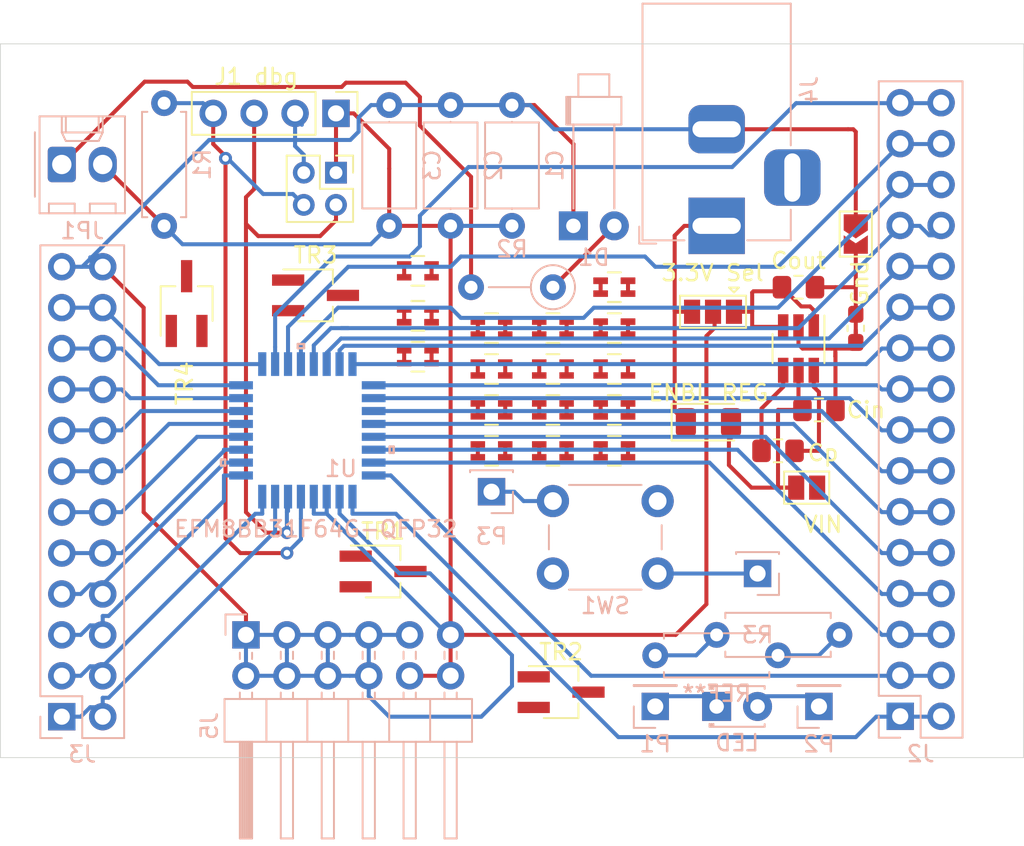
<source format=kicad_pcb>
(kicad_pcb (version 20171130) (host pcbnew "(5.1.4)-1")

  (general
    (thickness 1.6)
    (drawings 4)
    (tracks 400)
    (zones 0)
    (modules 55)
    (nets 35)
  )

  (page A4)
  (layers
    (0 F.Cu signal)
    (31 B.Cu signal)
    (32 B.Adhes user hide)
    (33 F.Adhes user hide)
    (34 B.Paste user)
    (35 F.Paste user)
    (36 B.SilkS user)
    (37 F.SilkS user)
    (38 B.Mask user)
    (39 F.Mask user)
    (40 Dwgs.User user hide)
    (41 Cmts.User user hide)
    (42 Eco1.User user hide)
    (43 Eco2.User user hide)
    (44 Edge.Cuts user)
    (45 Margin user hide)
    (46 B.CrtYd user)
    (47 F.CrtYd user)
    (48 B.Fab user hide)
    (49 F.Fab user hide)
  )

  (setup
    (last_trace_width 0.25)
    (trace_clearance 0.2)
    (zone_clearance 0.508)
    (zone_45_only no)
    (trace_min 0.2)
    (via_size 0.8)
    (via_drill 0.4)
    (via_min_size 0.4)
    (via_min_drill 0.3)
    (uvia_size 0.3)
    (uvia_drill 0.1)
    (uvias_allowed no)
    (uvia_min_size 0.2)
    (uvia_min_drill 0.1)
    (edge_width 0.05)
    (segment_width 0.2)
    (pcb_text_width 0.3)
    (pcb_text_size 1.5 1.5)
    (mod_edge_width 0.12)
    (mod_text_size 1 1)
    (mod_text_width 0.15)
    (pad_size 1.35 1.35)
    (pad_drill 0.8)
    (pad_to_mask_clearance 0.051)
    (solder_mask_min_width 0.25)
    (aux_axis_origin 0 0)
    (grid_origin 147.32 -153.67)
    (visible_elements 7FFFFFFF)
    (pcbplotparams
      (layerselection 0x010fc_ffffffff)
      (usegerberextensions false)
      (usegerberattributes false)
      (usegerberadvancedattributes false)
      (creategerberjobfile false)
      (excludeedgelayer true)
      (linewidth 0.100000)
      (plotframeref false)
      (viasonmask false)
      (mode 1)
      (useauxorigin false)
      (hpglpennumber 1)
      (hpglpenspeed 20)
      (hpglpendiameter 15.000000)
      (psnegative false)
      (psa4output false)
      (plotreference true)
      (plotvalue true)
      (plotinvisibletext false)
      (padsonsilk false)
      (subtractmaskfromsilk false)
      (outputformat 1)
      (mirror false)
      (drillshape 0)
      (scaleselection 1)
      (outputdirectory "./"))
  )

  (net 0 "")
  (net 1 +3V3)
  (net 2 GND)
  (net 3 "Net-(D1-Pad2)")
  (net 4 "Net-(J1-Pad3)")
  (net 5 "Net-(J1-Pad4)")
  (net 6 "Net-(J2-Pad1)")
  (net 7 "Net-(J2-Pad3)")
  (net 8 "Net-(J2-Pad5)")
  (net 9 "Net-(J2-Pad7)")
  (net 10 "Net-(J2-Pad10)")
  (net 11 "Net-(J2-Pad11)")
  (net 12 "Net-(J2-Pad13)")
  (net 13 "Net-(J2-Pad15)")
  (net 14 "Net-(J2-Pad17)")
  (net 15 "Net-(J2-Pad19)")
  (net 16 "Net-(J2-Pad21)")
  (net 17 "Net-(J2-Pad23)")
  (net 18 "Net-(J2-Pad25)")
  (net 19 "Net-(J2-Pad27)")
  (net 20 "Net-(J2-Pad29)")
  (net 21 "Net-(J2-Pad31)")
  (net 22 "Net-(J3-Pad1)")
  (net 23 "Net-(J3-Pad3)")
  (net 24 "Net-(J3-Pad5)")
  (net 25 "Net-(J3-Pad7)")
  (net 26 "Net-(J3-Pad10)")
  (net 27 "Net-(J3-Pad11)")
  (net 28 "Net-(J3-Pad13)")
  (net 29 "Net-(J3-Pad15)")
  (net 30 "Net-(J3-Pad17)")
  (net 31 "Net-(J3-Pad19)")
  (net 32 "Net-(J3-Pad21)")
  (net 33 "Net-(J4-Pad3)")
  (net 34 "Net-(JP1-Pad1)")

  (net_class Default "This is the default net class."
    (clearance 0.2)
    (trace_width 0.25)
    (via_dia 0.8)
    (via_drill 0.4)
    (uvia_dia 0.3)
    (uvia_drill 0.1)
    (add_net +3V3)
    (add_net GND)
    (add_net "Net-(D1-Pad2)")
    (add_net "Net-(J1-Pad3)")
    (add_net "Net-(J1-Pad4)")
    (add_net "Net-(J2-Pad1)")
    (add_net "Net-(J2-Pad10)")
    (add_net "Net-(J2-Pad11)")
    (add_net "Net-(J2-Pad13)")
    (add_net "Net-(J2-Pad15)")
    (add_net "Net-(J2-Pad17)")
    (add_net "Net-(J2-Pad19)")
    (add_net "Net-(J2-Pad21)")
    (add_net "Net-(J2-Pad23)")
    (add_net "Net-(J2-Pad25)")
    (add_net "Net-(J2-Pad27)")
    (add_net "Net-(J2-Pad29)")
    (add_net "Net-(J2-Pad3)")
    (add_net "Net-(J2-Pad31)")
    (add_net "Net-(J2-Pad5)")
    (add_net "Net-(J2-Pad7)")
    (add_net "Net-(J3-Pad1)")
    (add_net "Net-(J3-Pad10)")
    (add_net "Net-(J3-Pad11)")
    (add_net "Net-(J3-Pad13)")
    (add_net "Net-(J3-Pad15)")
    (add_net "Net-(J3-Pad17)")
    (add_net "Net-(J3-Pad19)")
    (add_net "Net-(J3-Pad21)")
    (add_net "Net-(J3-Pad3)")
    (add_net "Net-(J3-Pad5)")
    (add_net "Net-(J3-Pad7)")
    (add_net "Net-(J4-Pad3)")
    (add_net "Net-(JP1-Pad1)")
  )

  (module Connector_PinSocket_2.00mm:PinSocket_2x02_P2.00mm_Vertical (layer F.Cu) (tedit 5E4C207B) (tstamp 5E4C22B9)
    (at 147.828 -121.412)
    (descr "Through hole straight socket strip, 2x02, 2.00mm pitch, double cols (from Kicad 4.0.7), script generated")
    (tags "Through hole socket strip THT 2x02 2.00mm double row")
    (fp_text reference " " (at -1 -2.5) (layer F.SilkS)
      (effects (font (size 1 1) (thickness 0.15)))
    )
    (fp_text value PinSocket_2x02_P2.00mm_Vertical (at -1 4.5) (layer F.Fab)
      (effects (font (size 1 1) (thickness 0.15)))
    )
    (fp_text user %R (at -1 1 90) (layer F.Fab)
      (effects (font (size 1 1) (thickness 0.15)))
    )
    (fp_line (start -3.5 3.5) (end -3.5 -1.5) (layer F.CrtYd) (width 0.05))
    (fp_line (start 1.5 3.5) (end -3.5 3.5) (layer F.CrtYd) (width 0.05))
    (fp_line (start 1.5 -1.5) (end 1.5 3.5) (layer F.CrtYd) (width 0.05))
    (fp_line (start -3.5 -1.5) (end 1.5 -1.5) (layer F.CrtYd) (width 0.05))
    (fp_line (start 0 -1.06) (end 1.06 -1.06) (layer F.SilkS) (width 0.12))
    (fp_line (start 1.06 -1.06) (end 1.06 0) (layer F.SilkS) (width 0.12))
    (fp_line (start -1 -1.06) (end -1 1) (layer F.SilkS) (width 0.12))
    (fp_line (start -1 1) (end 1.06 1) (layer F.SilkS) (width 0.12))
    (fp_line (start 1.06 1) (end 1.06 3.06) (layer F.SilkS) (width 0.12))
    (fp_line (start -3.06 3.06) (end 1.06 3.06) (layer F.SilkS) (width 0.12))
    (fp_line (start -3.06 -1.06) (end -3.06 3.06) (layer F.SilkS) (width 0.12))
    (fp_line (start -3.06 -1.06) (end -1 -1.06) (layer F.SilkS) (width 0.12))
    (fp_line (start -3 3) (end -3 -1) (layer F.Fab) (width 0.1))
    (fp_line (start 1 3) (end -3 3) (layer F.Fab) (width 0.1))
    (fp_line (start 1 0) (end 1 3) (layer F.Fab) (width 0.1))
    (fp_line (start 0 -1) (end 1 0) (layer F.Fab) (width 0.1))
    (fp_line (start -3 -1) (end 0 -1) (layer F.Fab) (width 0.1))
    (pad 4 thru_hole oval (at -2 2) (size 1.35 1.35) (drill 0.8) (layers *.Cu *.Mask)
      (net 5 "Net-(J1-Pad4)"))
    (pad 3 thru_hole oval (at 0 2) (size 1.35 1.35) (drill 0.8) (layers *.Cu *.Mask)
      (net 4 "Net-(J1-Pad3)"))
    (pad 2 thru_hole oval (at -2 0) (size 1.35 1.35) (drill 0.8) (layers *.Cu *.Mask)
      (net 2 GND))
    (pad 1 thru_hole rect (at 0 0) (size 1.35 1.35) (drill 0.8) (layers *.Cu *.Mask)
      (net 1 +3V3))
    (model ${KISYS3DMOD}/Connector_PinSocket_2.00mm.3dshapes/PinSocket_2x02_P2.00mm_Vertical.wrl
      (at (xyz 0 0 0))
      (scale (xyz 1 1 1))
      (rotate (xyz 0 0 0))
    )
  )

  (module Connector_PinHeader_2.54mm:PinHeader_1x04_P2.54mm_Vertical (layer F.Cu) (tedit 5E4C1EF0) (tstamp 5E4C1F2C)
    (at 147.828 -125.095 270)
    (descr "Through hole straight pin header, 1x04, 2.54mm pitch, single row")
    (tags "Through hole pin header THT 1x04 2.54mm single row")
    (fp_text reference "J1 dbg" (at -2.286 4.953) (layer F.SilkS)
      (effects (font (size 1 1) (thickness 0.15)))
    )
    (fp_text value PinHeader_1x04_P2.54mm_Vertical (at 0 9.95 90) (layer F.Fab)
      (effects (font (size 1 1) (thickness 0.15)))
    )
    (fp_text user %R (at 0 3.81) (layer F.Fab)
      (effects (font (size 1 1) (thickness 0.15)))
    )
    (fp_line (start 1.8 -1.8) (end -1.8 -1.8) (layer F.CrtYd) (width 0.05))
    (fp_line (start 1.8 9.4) (end 1.8 -1.8) (layer F.CrtYd) (width 0.05))
    (fp_line (start -1.8 9.4) (end 1.8 9.4) (layer F.CrtYd) (width 0.05))
    (fp_line (start -1.8 -1.8) (end -1.8 9.4) (layer F.CrtYd) (width 0.05))
    (fp_line (start -1.33 -1.33) (end 0 -1.33) (layer F.SilkS) (width 0.12))
    (fp_line (start -1.33 0) (end -1.33 -1.33) (layer F.SilkS) (width 0.12))
    (fp_line (start -1.33 1.27) (end 1.33 1.27) (layer F.SilkS) (width 0.12))
    (fp_line (start 1.33 1.27) (end 1.33 8.95) (layer F.SilkS) (width 0.12))
    (fp_line (start -1.33 1.27) (end -1.33 8.95) (layer F.SilkS) (width 0.12))
    (fp_line (start -1.33 8.95) (end 1.33 8.95) (layer F.SilkS) (width 0.12))
    (fp_line (start -1.27 -0.635) (end -0.635 -1.27) (layer F.Fab) (width 0.1))
    (fp_line (start -1.27 8.89) (end -1.27 -0.635) (layer F.Fab) (width 0.1))
    (fp_line (start 1.27 8.89) (end -1.27 8.89) (layer F.Fab) (width 0.1))
    (fp_line (start 1.27 -1.27) (end 1.27 8.89) (layer F.Fab) (width 0.1))
    (fp_line (start -0.635 -1.27) (end 1.27 -1.27) (layer F.Fab) (width 0.1))
    (pad 4 thru_hole oval (at 0 7.62 270) (size 1.7 1.7) (drill 1) (layers *.Cu *.Mask)
      (net 5 "Net-(J1-Pad4)"))
    (pad 3 thru_hole oval (at 0 5.08 270) (size 1.7 1.7) (drill 1) (layers *.Cu *.Mask)
      (net 4 "Net-(J1-Pad3)"))
    (pad 2 thru_hole oval (at 0 2.54 270) (size 1.7 1.7) (drill 1) (layers *.Cu *.Mask)
      (net 2 GND))
    (pad 1 thru_hole rect (at 0 0 270) (size 1.7 1.7) (drill 1) (layers *.Cu *.Mask)
      (net 1 +3V3))
    (model ${KISYS3DMOD}/Connector_PinHeader_2.54mm.3dshapes/PinHeader_1x04_P2.54mm_Vertical.wrl
      (at (xyz 0 0 0))
      (scale (xyz 1 1 1))
      (rotate (xyz 0 0 0))
    )
  )

  (module Package_TO_SOT_SMD:SOT-23W_Handsoldering (layer F.Cu) (tedit 5A02FF57) (tstamp 5E4AE648)
    (at 146.558 -113.792)
    (descr "SOT-23W http://www.allegromicro.com/~/media/Files/Datasheets/A112x-Datasheet.ashx?la=en&hash=7BC461E058CC246E0BAB62433B2F1ECA104CA9D3")
    (tags "SOT-23W for handsoldering")
    (attr smd)
    (fp_text reference TR3 (at 0 -2.5) (layer F.SilkS)
      (effects (font (size 1 1) (thickness 0.15)))
    )
    (fp_text value SOT-23W_Handsoldering (at 0 2.5) (layer F.Fab)
      (effects (font (size 1 1) (thickness 0.15)))
    )
    (fp_line (start -2.95 1.74) (end -2.95 -1.74) (layer F.CrtYd) (width 0.05))
    (fp_line (start 2.95 1.74) (end -2.95 1.74) (layer F.CrtYd) (width 0.05))
    (fp_line (start 2.95 -1.74) (end 2.95 1.74) (layer F.CrtYd) (width 0.05))
    (fp_line (start -2.95 -1.74) (end 2.95 -1.74) (layer F.CrtYd) (width 0.05))
    (fp_line (start -0.955 1.49) (end 0.955 1.49) (layer F.Fab) (width 0.1))
    (fp_line (start 0.955 -1.49) (end 0.955 1.49) (layer F.Fab) (width 0.1))
    (fp_line (start -0.955 -0.49) (end 0.045 -1.49) (layer F.Fab) (width 0.1))
    (fp_line (start 0.045 -1.49) (end 0.955 -1.49) (layer F.Fab) (width 0.1))
    (fp_line (start -0.955 -0.49) (end -0.955 1.49) (layer F.Fab) (width 0.1))
    (fp_text user %R (at 0 0 90) (layer F.Fab)
      (effects (font (size 0.5 0.5) (thickness 0.075)))
    )
    (fp_line (start -1.075 1.61) (end 1.075 1.61) (layer F.SilkS) (width 0.12))
    (fp_line (start -2 -1.61) (end 1.075 -1.61) (layer F.SilkS) (width 0.12))
    (fp_line (start 1.075 -1.6) (end 1.075 -0.7) (layer F.SilkS) (width 0.12))
    (fp_line (start 1.075 0.7) (end 1.075 1.61) (layer F.SilkS) (width 0.12))
    (pad 3 smd rect (at 1.7 0) (size 2 0.7) (layers F.Cu F.Paste F.Mask))
    (pad 2 smd rect (at -1.7 0.95) (size 2 0.7) (layers F.Cu F.Paste F.Mask))
    (pad 1 smd rect (at -1.7 -0.95) (size 2 0.7) (layers F.Cu F.Paste F.Mask))
    (model ${KISYS3DMOD}/Package_TO_SOT_SMD.3dshapes/SOT-23W_Handsoldering.wrl
      (at (xyz 0 0 0))
      (scale (xyz 1 1 1))
      (rotate (xyz 0 0 0))
    )
  )

  (module Package_TO_SOT_SMD:SOT-23W_Handsoldering (layer F.Cu) (tedit 5A02FF57) (tstamp 5E4AE5CE)
    (at 138.557 -113.284 90)
    (descr "SOT-23W http://www.allegromicro.com/~/media/Files/Datasheets/A112x-Datasheet.ashx?la=en&hash=7BC461E058CC246E0BAB62433B2F1ECA104CA9D3")
    (tags "SOT-23W for handsoldering")
    (attr smd)
    (fp_text reference TR4 (at -4.953 -0.127 90) (layer F.SilkS)
      (effects (font (size 1 1) (thickness 0.15)))
    )
    (fp_text value SOT-23W_Handsoldering (at 0 2.5 90) (layer F.Fab)
      (effects (font (size 1 1) (thickness 0.15)))
    )
    (fp_line (start -2.95 1.74) (end -2.95 -1.74) (layer F.CrtYd) (width 0.05))
    (fp_line (start 2.95 1.74) (end -2.95 1.74) (layer F.CrtYd) (width 0.05))
    (fp_line (start 2.95 -1.74) (end 2.95 1.74) (layer F.CrtYd) (width 0.05))
    (fp_line (start -2.95 -1.74) (end 2.95 -1.74) (layer F.CrtYd) (width 0.05))
    (fp_line (start -0.955 1.49) (end 0.955 1.49) (layer F.Fab) (width 0.1))
    (fp_line (start 0.955 -1.49) (end 0.955 1.49) (layer F.Fab) (width 0.1))
    (fp_line (start -0.955 -0.49) (end 0.045 -1.49) (layer F.Fab) (width 0.1))
    (fp_line (start 0.045 -1.49) (end 0.955 -1.49) (layer F.Fab) (width 0.1))
    (fp_line (start -0.955 -0.49) (end -0.955 1.49) (layer F.Fab) (width 0.1))
    (fp_text user %R (at 0 0) (layer F.Fab)
      (effects (font (size 0.5 0.5) (thickness 0.075)))
    )
    (fp_line (start -1.075 1.61) (end 1.075 1.61) (layer F.SilkS) (width 0.12))
    (fp_line (start -2 -1.61) (end 1.075 -1.61) (layer F.SilkS) (width 0.12))
    (fp_line (start 1.075 -1.6) (end 1.075 -0.7) (layer F.SilkS) (width 0.12))
    (fp_line (start 1.075 0.7) (end 1.075 1.61) (layer F.SilkS) (width 0.12))
    (pad 3 smd rect (at 1.7 0 90) (size 2 0.7) (layers F.Cu F.Paste F.Mask))
    (pad 2 smd rect (at -1.7 0.95 90) (size 2 0.7) (layers F.Cu F.Paste F.Mask))
    (pad 1 smd rect (at -1.7 -0.95 90) (size 2 0.7) (layers F.Cu F.Paste F.Mask))
    (model ${KISYS3DMOD}/Package_TO_SOT_SMD.3dshapes/SOT-23W_Handsoldering.wrl
      (at (xyz 0 0 0))
      (scale (xyz 1 1 1))
      (rotate (xyz 0 0 0))
    )
  )

  (module Package_TO_SOT_SMD:SOT-23W_Handsoldering (layer F.Cu) (tedit 5A02FF57) (tstamp 5E4AE4EE)
    (at 161.798 -89.154)
    (descr "SOT-23W http://www.allegromicro.com/~/media/Files/Datasheets/A112x-Datasheet.ashx?la=en&hash=7BC461E058CC246E0BAB62433B2F1ECA104CA9D3")
    (tags "SOT-23W for handsoldering")
    (attr smd)
    (fp_text reference TR2 (at 0 -2.5) (layer F.SilkS)
      (effects (font (size 1 1) (thickness 0.15)))
    )
    (fp_text value SOT-23W_Handsoldering (at 0 2.5) (layer F.Fab)
      (effects (font (size 1 1) (thickness 0.15)))
    )
    (fp_line (start -2.95 1.74) (end -2.95 -1.74) (layer F.CrtYd) (width 0.05))
    (fp_line (start 2.95 1.74) (end -2.95 1.74) (layer F.CrtYd) (width 0.05))
    (fp_line (start 2.95 -1.74) (end 2.95 1.74) (layer F.CrtYd) (width 0.05))
    (fp_line (start -2.95 -1.74) (end 2.95 -1.74) (layer F.CrtYd) (width 0.05))
    (fp_line (start -0.955 1.49) (end 0.955 1.49) (layer F.Fab) (width 0.1))
    (fp_line (start 0.955 -1.49) (end 0.955 1.49) (layer F.Fab) (width 0.1))
    (fp_line (start -0.955 -0.49) (end 0.045 -1.49) (layer F.Fab) (width 0.1))
    (fp_line (start 0.045 -1.49) (end 0.955 -1.49) (layer F.Fab) (width 0.1))
    (fp_line (start -0.955 -0.49) (end -0.955 1.49) (layer F.Fab) (width 0.1))
    (fp_text user %R (at 0 0 90) (layer F.Fab)
      (effects (font (size 0.5 0.5) (thickness 0.075)))
    )
    (fp_line (start -1.075 1.61) (end 1.075 1.61) (layer F.SilkS) (width 0.12))
    (fp_line (start -2 -1.61) (end 1.075 -1.61) (layer F.SilkS) (width 0.12))
    (fp_line (start 1.075 -1.6) (end 1.075 -0.7) (layer F.SilkS) (width 0.12))
    (fp_line (start 1.075 0.7) (end 1.075 1.61) (layer F.SilkS) (width 0.12))
    (pad 3 smd rect (at 1.7 0) (size 2 0.7) (layers F.Cu F.Paste F.Mask))
    (pad 2 smd rect (at -1.7 0.95) (size 2 0.7) (layers F.Cu F.Paste F.Mask))
    (pad 1 smd rect (at -1.7 -0.95) (size 2 0.7) (layers F.Cu F.Paste F.Mask))
    (model ${KISYS3DMOD}/Package_TO_SOT_SMD.3dshapes/SOT-23W_Handsoldering.wrl
      (at (xyz 0 0 0))
      (scale (xyz 1 1 1))
      (rotate (xyz 0 0 0))
    )
  )

  (module Package_TO_SOT_SMD:SOT-23W_Handsoldering (layer F.Cu) (tedit 5A02FF57) (tstamp 5E4AE49D)
    (at 150.749 -96.647)
    (descr "SOT-23W http://www.allegromicro.com/~/media/Files/Datasheets/A112x-Datasheet.ashx?la=en&hash=7BC461E058CC246E0BAB62433B2F1ECA104CA9D3")
    (tags "SOT-23W for handsoldering")
    (attr smd)
    (fp_text reference TR1 (at 0 -2.5) (layer F.SilkS)
      (effects (font (size 1 1) (thickness 0.15)))
    )
    (fp_text value SOT-23W_Handsoldering (at 0 2.5) (layer F.Fab)
      (effects (font (size 1 1) (thickness 0.15)))
    )
    (fp_line (start -2.95 1.74) (end -2.95 -1.74) (layer F.CrtYd) (width 0.05))
    (fp_line (start 2.95 1.74) (end -2.95 1.74) (layer F.CrtYd) (width 0.05))
    (fp_line (start 2.95 -1.74) (end 2.95 1.74) (layer F.CrtYd) (width 0.05))
    (fp_line (start -2.95 -1.74) (end 2.95 -1.74) (layer F.CrtYd) (width 0.05))
    (fp_line (start -0.955 1.49) (end 0.955 1.49) (layer F.Fab) (width 0.1))
    (fp_line (start 0.955 -1.49) (end 0.955 1.49) (layer F.Fab) (width 0.1))
    (fp_line (start -0.955 -0.49) (end 0.045 -1.49) (layer F.Fab) (width 0.1))
    (fp_line (start 0.045 -1.49) (end 0.955 -1.49) (layer F.Fab) (width 0.1))
    (fp_line (start -0.955 -0.49) (end -0.955 1.49) (layer F.Fab) (width 0.1))
    (fp_text user %R (at 0 0 90) (layer F.Fab)
      (effects (font (size 0.5 0.5) (thickness 0.075)))
    )
    (fp_line (start -1.075 1.61) (end 1.075 1.61) (layer F.SilkS) (width 0.12))
    (fp_line (start -2 -1.61) (end 1.075 -1.61) (layer F.SilkS) (width 0.12))
    (fp_line (start 1.075 -1.6) (end 1.075 -0.7) (layer F.SilkS) (width 0.12))
    (fp_line (start 1.075 0.7) (end 1.075 1.61) (layer F.SilkS) (width 0.12))
    (pad 3 smd rect (at 1.7 0) (size 2 0.7) (layers F.Cu F.Paste F.Mask))
    (pad 2 smd rect (at -1.7 0.95) (size 2 0.7) (layers F.Cu F.Paste F.Mask))
    (pad 1 smd rect (at -1.7 -0.95) (size 2 0.7) (layers F.Cu F.Paste F.Mask))
    (model ${KISYS3DMOD}/Package_TO_SOT_SMD.3dshapes/SOT-23W_Handsoldering.wrl
      (at (xyz 0 0 0))
      (scale (xyz 1 1 1))
      (rotate (xyz 0 0 0))
    )
  )

  (module Jumper:SolderJumper-3_P1.3mm_Open_Pad1.0x1.5mm (layer F.Cu) (tedit 5E472BE3) (tstamp 5E473063)
    (at 171.226 -112.776 180)
    (descr "SMD Solder 3-pad Jumper, 1x1.5mm Pads, 0.3mm gap, open")
    (tags "solder jumper open")
    (attr virtual)
    (fp_text reference "3.3V Sel" (at 0.03 2.413) (layer F.SilkS)
      (effects (font (size 1 1) (thickness 0.15)))
    )
    (fp_text value SolderJumper-3_P1.3mm_Open_Pad1.0x1.5mm (at 0 2) (layer F.Fab)
      (effects (font (size 1 1) (thickness 0.15)))
    )
    (fp_line (start 2.3 1.25) (end -2.3 1.25) (layer F.CrtYd) (width 0.05))
    (fp_line (start 2.3 1.25) (end 2.3 -1.25) (layer F.CrtYd) (width 0.05))
    (fp_line (start -2.3 -1.25) (end -2.3 1.25) (layer F.CrtYd) (width 0.05))
    (fp_line (start -2.3 -1.25) (end 2.3 -1.25) (layer F.CrtYd) (width 0.05))
    (fp_line (start -2.05 -1) (end 2.05 -1) (layer F.SilkS) (width 0.12))
    (fp_line (start 2.05 -1) (end 2.05 1) (layer F.SilkS) (width 0.12))
    (fp_line (start 2.05 1) (end -2.05 1) (layer F.SilkS) (width 0.12))
    (fp_line (start -2.05 1) (end -2.05 -1) (layer F.SilkS) (width 0.12))
    (fp_line (start -1.3 1.2) (end -1.6 1.5) (layer F.SilkS) (width 0.12))
    (fp_line (start -1.6 1.5) (end -1 1.5) (layer F.SilkS) (width 0.12))
    (fp_line (start -1.3 1.2) (end -1 1.5) (layer F.SilkS) (width 0.12))
    (pad 1 smd rect (at -1.3 0 180) (size 1 1.5) (layers F.Cu F.Mask))
    (pad 2 smd rect (at 0 0 180) (size 1 1.5) (layers F.Cu F.Mask)
      (net 1 +3V3))
    (pad 3 smd rect (at 1.3 0 180) (size 1 1.5) (layers F.Cu F.Mask))
  )

  (module Diode_SMD:D_1206_3216Metric (layer F.Cu) (tedit 5B301BBE) (tstamp 5E472D63)
    (at 170.942 -105.918)
    (descr "Diode SMD 1206 (3216 Metric), square (rectangular) end terminal, IPC_7351 nominal, (Body size source: http://www.tortai-tech.com/upload/download/2011102023233369053.pdf), generated with kicad-footprint-generator")
    (tags diode)
    (attr smd)
    (fp_text reference "ENBL REG" (at 0 -1.82) (layer F.SilkS)
      (effects (font (size 1 1) (thickness 0.15)))
    )
    (fp_text value D_1206_3216Metric (at 0 1.82) (layer F.Fab)
      (effects (font (size 1 1) (thickness 0.15)))
    )
    (fp_text user %R (at 0 0) (layer F.Fab)
      (effects (font (size 0.8 0.8) (thickness 0.12)))
    )
    (fp_line (start 2.28 1.12) (end -2.28 1.12) (layer F.CrtYd) (width 0.05))
    (fp_line (start 2.28 -1.12) (end 2.28 1.12) (layer F.CrtYd) (width 0.05))
    (fp_line (start -2.28 -1.12) (end 2.28 -1.12) (layer F.CrtYd) (width 0.05))
    (fp_line (start -2.28 1.12) (end -2.28 -1.12) (layer F.CrtYd) (width 0.05))
    (fp_line (start -2.285 1.135) (end 1.6 1.135) (layer F.SilkS) (width 0.12))
    (fp_line (start -2.285 -1.135) (end -2.285 1.135) (layer F.SilkS) (width 0.12))
    (fp_line (start 1.6 -1.135) (end -2.285 -1.135) (layer F.SilkS) (width 0.12))
    (fp_line (start 1.6 0.8) (end 1.6 -0.8) (layer F.Fab) (width 0.1))
    (fp_line (start -1.6 0.8) (end 1.6 0.8) (layer F.Fab) (width 0.1))
    (fp_line (start -1.6 -0.4) (end -1.6 0.8) (layer F.Fab) (width 0.1))
    (fp_line (start -1.2 -0.8) (end -1.6 -0.4) (layer F.Fab) (width 0.1))
    (fp_line (start 1.6 -0.8) (end -1.2 -0.8) (layer F.Fab) (width 0.1))
    (pad 2 smd roundrect (at 1.4 0) (size 1.25 1.75) (layers F.Cu F.Paste F.Mask) (roundrect_rratio 0.2))
    (pad 1 smd roundrect (at -1.4 0) (size 1.25 1.75) (layers F.Cu F.Paste F.Mask) (roundrect_rratio 0.2))
    (model ${KISYS3DMOD}/Diode_SMD.3dshapes/D_1206_3216Metric.wrl
      (at (xyz 0 0 0))
      (scale (xyz 1 1 1))
      (rotate (xyz 0 0 0))
    )
  )

  (module Jumper:SolderJumper-2_P1.3mm_Open_Pad1.0x1.5mm (layer F.Cu) (tedit 5A3EABFC) (tstamp 5E4728A1)
    (at 177.038 -101.854)
    (descr "SMD Solder Jumper, 1x1.5mm Pads, 0.3mm gap, open")
    (tags "solder jumper open")
    (attr virtual)
    (fp_text reference VIN (at 1.016 2.286) (layer F.SilkS)
      (effects (font (size 1 1) (thickness 0.15)))
    )
    (fp_text value SolderJumper-2_P1.3mm_Open_Pad1.0x1.5mm (at 0 1.9) (layer F.Fab)
      (effects (font (size 1 1) (thickness 0.15)))
    )
    (fp_line (start 1.65 1.25) (end -1.65 1.25) (layer F.CrtYd) (width 0.05))
    (fp_line (start 1.65 1.25) (end 1.65 -1.25) (layer F.CrtYd) (width 0.05))
    (fp_line (start -1.65 -1.25) (end -1.65 1.25) (layer F.CrtYd) (width 0.05))
    (fp_line (start -1.65 -1.25) (end 1.65 -1.25) (layer F.CrtYd) (width 0.05))
    (fp_line (start -1.4 -1) (end 1.4 -1) (layer F.SilkS) (width 0.12))
    (fp_line (start 1.4 -1) (end 1.4 1) (layer F.SilkS) (width 0.12))
    (fp_line (start 1.4 1) (end -1.4 1) (layer F.SilkS) (width 0.12))
    (fp_line (start -1.4 1) (end -1.4 -1) (layer F.SilkS) (width 0.12))
    (pad 1 smd rect (at -0.65 0) (size 1 1.5) (layers F.Cu F.Mask))
    (pad 2 smd rect (at 0.65 0) (size 1 1.5) (layers F.Cu F.Mask))
  )

  (module Jumper:SolderJumper-2_P1.3mm_Open_TrianglePad1.0x1.5mm (layer F.Cu) (tedit 5E4714B2) (tstamp 5E472258)
    (at 180.086 -117.602 270)
    (descr "SMD Solder Jumper, 1x1.5mm Triangular Pads, 0.3mm gap, open")
    (tags "solder jumper open")
    (attr virtual)
    (fp_text reference " " (at 0 -1.8 90) (layer F.SilkS)
      (effects (font (size 1 1) (thickness 0.15)))
    )
    (fp_text value SolderJumper-2_P1.3mm_Open_TrianglePad1.0x1.5mm (at 0 1.9 90) (layer F.Fab)
      (effects (font (size 1 1) (thickness 0.15)))
    )
    (fp_line (start 1.65 1.25) (end -1.65 1.25) (layer F.CrtYd) (width 0.05))
    (fp_line (start 1.65 1.25) (end 1.65 -1.25) (layer F.CrtYd) (width 0.05))
    (fp_line (start -1.65 -1.25) (end -1.65 1.25) (layer F.CrtYd) (width 0.05))
    (fp_line (start -1.65 -1.25) (end 1.65 -1.25) (layer F.CrtYd) (width 0.05))
    (fp_line (start -1.4 -1) (end 1.4 -1) (layer F.SilkS) (width 0.12))
    (fp_line (start 1.4 -1) (end 1.4 1) (layer F.SilkS) (width 0.12))
    (fp_line (start 1.4 1) (end -1.4 1) (layer F.SilkS) (width 0.12))
    (fp_line (start -1.4 1) (end -1.4 -1) (layer F.SilkS) (width 0.12))
    (pad 1 smd custom (at -0.725 0 270) (size 0.3 0.3) (layers F.Cu F.Mask)
      (net 2 GND) (zone_connect 2)
      (options (clearance outline) (anchor rect))
      (primitives
        (gr_poly (pts
           (xy -0.5 -0.75) (xy 0.5 -0.75) (xy 1 0) (xy 0.5 0.75) (xy -0.5 0.75)
) (width 0))
      ))
    (pad 2 smd custom (at 0.725 0 270) (size 0.3 0.3) (layers F.Cu F.Mask)
      (zone_connect 2)
      (options (clearance outline) (anchor rect))
      (primitives
        (gr_poly (pts
           (xy -0.65 -0.75) (xy 0.5 -0.75) (xy 0.5 0.75) (xy -0.65 0.75) (xy -0.15 0)
) (width 0))
      ))
  )

  (module Resistor_SMD:R_0603_1608Metric_Pad1.05x0.95mm_HandSolder (layer F.Cu) (tedit 5B301BBD) (tstamp 5E471F3F)
    (at 180.086 -111.746 90)
    (descr "Resistor SMD 0603 (1608 Metric), square (rectangular) end terminal, IPC_7351 nominal with elongated pad for handsoldering. (Body size source: http://www.tortai-tech.com/upload/download/2011102023233369053.pdf), generated with kicad-footprint-generator")
    (tags "resistor handsolder")
    (attr smd)
    (fp_text reference " " (at 0 -1.43 90) (layer F.SilkS)
      (effects (font (size 1 1) (thickness 0.15)))
    )
    (fp_text value R_0603_1608Metric_Pad1.05x0.95mm_HandSolder (at 0 1.43 90) (layer F.Fab)
      (effects (font (size 1 1) (thickness 0.15)))
    )
    (fp_text user " " (at 0 0 90) (layer F.Fab)
      (effects (font (size 0.4 0.4) (thickness 0.06)))
    )
    (fp_line (start 1.65 0.73) (end -1.65 0.73) (layer F.CrtYd) (width 0.05))
    (fp_line (start 1.65 -0.73) (end 1.65 0.73) (layer F.CrtYd) (width 0.05))
    (fp_line (start -1.65 -0.73) (end 1.65 -0.73) (layer F.CrtYd) (width 0.05))
    (fp_line (start -1.65 0.73) (end -1.65 -0.73) (layer F.CrtYd) (width 0.05))
    (fp_line (start -0.171267 0.51) (end 0.171267 0.51) (layer F.SilkS) (width 0.12))
    (fp_line (start -0.171267 -0.51) (end 0.171267 -0.51) (layer F.SilkS) (width 0.12))
    (fp_line (start 0.8 0.4) (end -0.8 0.4) (layer F.Fab) (width 0.1))
    (fp_line (start 0.8 -0.4) (end 0.8 0.4) (layer F.Fab) (width 0.1))
    (fp_line (start -0.8 -0.4) (end 0.8 -0.4) (layer F.Fab) (width 0.1))
    (fp_line (start -0.8 0.4) (end -0.8 -0.4) (layer F.Fab) (width 0.1))
    (pad 2 smd roundrect (at 0.875 0 90) (size 1.05 0.95) (layers F.Cu F.Paste F.Mask) (roundrect_rratio 0.25))
    (pad 1 smd roundrect (at -0.875 0 90) (size 1.05 0.95) (layers F.Cu F.Paste F.Mask) (roundrect_rratio 0.25))
    (model ${KISYS3DMOD}/Resistor_SMD.3dshapes/R_0603_1608Metric.wrl
      (at (xyz 0 0 0))
      (scale (xyz 1 1 1))
      (rotate (xyz 0 0 0))
    )
  )

  (module Capacitor_SMD:C_0805_2012Metric_Pad1.15x1.40mm_HandSolder (layer F.Cu) (tedit 5B36C52B) (tstamp 5E471C06)
    (at 175.26 -104.14)
    (descr "Capacitor SMD 0805 (2012 Metric), square (rectangular) end terminal, IPC_7351 nominal with elongated pad for handsoldering. (Body size source: https://docs.google.com/spreadsheets/d/1BsfQQcO9C6DZCsRaXUlFlo91Tg2WpOkGARC1WS5S8t0/edit?usp=sharing), generated with kicad-footprint-generator")
    (tags "capacitor handsolder")
    (attr smd)
    (fp_text reference Cp (at 2.794 0.127) (layer F.SilkS)
      (effects (font (size 1 1) (thickness 0.15)))
    )
    (fp_text value C_0805_2012Metric_Pad1.15x1.40mm_HandSolder (at 0 1.65) (layer F.Fab)
      (effects (font (size 1 1) (thickness 0.15)))
    )
    (fp_text user %R (at 0 0) (layer F.Fab)
      (effects (font (size 0.5 0.5) (thickness 0.08)))
    )
    (fp_line (start 1.85 0.95) (end -1.85 0.95) (layer F.CrtYd) (width 0.05))
    (fp_line (start 1.85 -0.95) (end 1.85 0.95) (layer F.CrtYd) (width 0.05))
    (fp_line (start -1.85 -0.95) (end 1.85 -0.95) (layer F.CrtYd) (width 0.05))
    (fp_line (start -1.85 0.95) (end -1.85 -0.95) (layer F.CrtYd) (width 0.05))
    (fp_line (start -0.261252 0.71) (end 0.261252 0.71) (layer F.SilkS) (width 0.12))
    (fp_line (start -0.261252 -0.71) (end 0.261252 -0.71) (layer F.SilkS) (width 0.12))
    (fp_line (start 1 0.6) (end -1 0.6) (layer F.Fab) (width 0.1))
    (fp_line (start 1 -0.6) (end 1 0.6) (layer F.Fab) (width 0.1))
    (fp_line (start -1 -0.6) (end 1 -0.6) (layer F.Fab) (width 0.1))
    (fp_line (start -1 0.6) (end -1 -0.6) (layer F.Fab) (width 0.1))
    (pad 2 smd roundrect (at 1.025 0) (size 1.15 1.4) (layers F.Cu F.Paste F.Mask) (roundrect_rratio 0.217391))
    (pad 1 smd roundrect (at -1.025 0) (size 1.15 1.4) (layers F.Cu F.Paste F.Mask) (roundrect_rratio 0.217391))
    (model ${KISYS3DMOD}/Capacitor_SMD.3dshapes/C_0805_2012Metric.wrl
      (at (xyz 0 0 0))
      (scale (xyz 1 1 1))
      (rotate (xyz 0 0 0))
    )
  )

  (module Capacitor_SMD:C_0805_2012Metric_Pad1.15x1.40mm_HandSolder (layer F.Cu) (tedit 5B36C52B) (tstamp 5E471BC5)
    (at 177.8 -106.68)
    (descr "Capacitor SMD 0805 (2012 Metric), square (rectangular) end terminal, IPC_7351 nominal with elongated pad for handsoldering. (Body size source: https://docs.google.com/spreadsheets/d/1BsfQQcO9C6DZCsRaXUlFlo91Tg2WpOkGARC1WS5S8t0/edit?usp=sharing), generated with kicad-footprint-generator")
    (tags "capacitor handsolder")
    (attr smd)
    (fp_text reference Cin (at 2.921 0) (layer F.SilkS)
      (effects (font (size 1 1) (thickness 0.15)))
    )
    (fp_text value C_0805_2012Metric_Pad1.15x1.40mm_HandSolder (at 0 1.65) (layer F.Fab)
      (effects (font (size 1 1) (thickness 0.15)))
    )
    (fp_text user %R (at 0 0) (layer F.Fab)
      (effects (font (size 0.5 0.5) (thickness 0.08)))
    )
    (fp_line (start 1.85 0.95) (end -1.85 0.95) (layer F.CrtYd) (width 0.05))
    (fp_line (start 1.85 -0.95) (end 1.85 0.95) (layer F.CrtYd) (width 0.05))
    (fp_line (start -1.85 -0.95) (end 1.85 -0.95) (layer F.CrtYd) (width 0.05))
    (fp_line (start -1.85 0.95) (end -1.85 -0.95) (layer F.CrtYd) (width 0.05))
    (fp_line (start -0.261252 0.71) (end 0.261252 0.71) (layer F.SilkS) (width 0.12))
    (fp_line (start -0.261252 -0.71) (end 0.261252 -0.71) (layer F.SilkS) (width 0.12))
    (fp_line (start 1 0.6) (end -1 0.6) (layer F.Fab) (width 0.1))
    (fp_line (start 1 -0.6) (end 1 0.6) (layer F.Fab) (width 0.1))
    (fp_line (start -1 -0.6) (end 1 -0.6) (layer F.Fab) (width 0.1))
    (fp_line (start -1 0.6) (end -1 -0.6) (layer F.Fab) (width 0.1))
    (pad 2 smd roundrect (at 1.025 0) (size 1.15 1.4) (layers F.Cu F.Paste F.Mask) (roundrect_rratio 0.217391))
    (pad 1 smd roundrect (at -1.025 0) (size 1.15 1.4) (layers F.Cu F.Paste F.Mask) (roundrect_rratio 0.217391))
    (model ${KISYS3DMOD}/Capacitor_SMD.3dshapes/C_0805_2012Metric.wrl
      (at (xyz 0 0 0))
      (scale (xyz 1 1 1))
      (rotate (xyz 0 0 0))
    )
  )

  (module Capacitor_SMD:C_0805_2012Metric_Pad1.15x1.40mm_HandSolder (layer F.Cu) (tedit 5B36C52B) (tstamp 5E471B84)
    (at 176.53 -114.3)
    (descr "Capacitor SMD 0805 (2012 Metric), square (rectangular) end terminal, IPC_7351 nominal with elongated pad for handsoldering. (Body size source: https://docs.google.com/spreadsheets/d/1BsfQQcO9C6DZCsRaXUlFlo91Tg2WpOkGARC1WS5S8t0/edit?usp=sharing), generated with kicad-footprint-generator")
    (tags "capacitor handsolder")
    (attr smd)
    (fp_text reference Cout (at 0 -1.65) (layer F.SilkS)
      (effects (font (size 1 1) (thickness 0.15)))
    )
    (fp_text value C_0805_2012Metric_Pad1.15x1.40mm_HandSolder (at 0 1.65) (layer F.Fab)
      (effects (font (size 1 1) (thickness 0.15)))
    )
    (fp_text user %R (at 0 0) (layer F.Fab)
      (effects (font (size 0.5 0.5) (thickness 0.08)))
    )
    (fp_line (start 1.85 0.95) (end -1.85 0.95) (layer F.CrtYd) (width 0.05))
    (fp_line (start 1.85 -0.95) (end 1.85 0.95) (layer F.CrtYd) (width 0.05))
    (fp_line (start -1.85 -0.95) (end 1.85 -0.95) (layer F.CrtYd) (width 0.05))
    (fp_line (start -1.85 0.95) (end -1.85 -0.95) (layer F.CrtYd) (width 0.05))
    (fp_line (start -0.261252 0.71) (end 0.261252 0.71) (layer F.SilkS) (width 0.12))
    (fp_line (start -0.261252 -0.71) (end 0.261252 -0.71) (layer F.SilkS) (width 0.12))
    (fp_line (start 1 0.6) (end -1 0.6) (layer F.Fab) (width 0.1))
    (fp_line (start 1 -0.6) (end 1 0.6) (layer F.Fab) (width 0.1))
    (fp_line (start -1 -0.6) (end 1 -0.6) (layer F.Fab) (width 0.1))
    (fp_line (start -1 0.6) (end -1 -0.6) (layer F.Fab) (width 0.1))
    (pad 2 smd roundrect (at 1.025 0) (size 1.15 1.4) (layers F.Cu F.Paste F.Mask) (roundrect_rratio 0.217391))
    (pad 1 smd roundrect (at -1.025 0) (size 1.15 1.4) (layers F.Cu F.Paste F.Mask) (roundrect_rratio 0.217391))
    (model ${KISYS3DMOD}/Capacitor_SMD.3dshapes/C_0805_2012Metric.wrl
      (at (xyz 0 0 0))
      (scale (xyz 1 1 1))
      (rotate (xyz 0 0 0))
    )
  )

  (module Package_TO_SOT_SMD:SOT-23-6_Handsoldering (layer F.Cu) (tedit 5A02FF57) (tstamp 5E471B14)
    (at 176.53 -110.49 270)
    (descr "6-pin SOT-23 package, Handsoldering")
    (tags "SOT-23-6 Handsoldering")
    (attr smd)
    (fp_text reference Gnd (at -4.064 -3.81 90) (layer F.SilkS)
      (effects (font (size 1 1) (thickness 0.15)))
    )
    (fp_text value SOT-23-6_Handsoldering (at 0 2.9 90) (layer F.Fab)
      (effects (font (size 1 1) (thickness 0.15)))
    )
    (fp_line (start 0.9 -1.55) (end 0.9 1.55) (layer F.Fab) (width 0.1))
    (fp_line (start 0.9 1.55) (end -0.9 1.55) (layer F.Fab) (width 0.1))
    (fp_line (start -0.9 -0.9) (end -0.9 1.55) (layer F.Fab) (width 0.1))
    (fp_line (start 0.9 -1.55) (end -0.25 -1.55) (layer F.Fab) (width 0.1))
    (fp_line (start -0.9 -0.9) (end -0.25 -1.55) (layer F.Fab) (width 0.1))
    (fp_line (start -2.4 -1.8) (end 2.4 -1.8) (layer F.CrtYd) (width 0.05))
    (fp_line (start 2.4 -1.8) (end 2.4 1.8) (layer F.CrtYd) (width 0.05))
    (fp_line (start 2.4 1.8) (end -2.4 1.8) (layer F.CrtYd) (width 0.05))
    (fp_line (start -2.4 1.8) (end -2.4 -1.8) (layer F.CrtYd) (width 0.05))
    (fp_line (start 0.9 -1.61) (end -2.05 -1.61) (layer F.SilkS) (width 0.12))
    (fp_line (start -0.9 1.61) (end 0.9 1.61) (layer F.SilkS) (width 0.12))
    (fp_text user %R (at 0 0) (layer F.Fab)
      (effects (font (size 0.5 0.5) (thickness 0.075)))
    )
    (pad 5 smd rect (at 1.35 0 270) (size 1.56 0.65) (layers F.Cu F.Paste F.Mask))
    (pad 6 smd rect (at 1.35 -0.95 270) (size 1.56 0.65) (layers F.Cu F.Paste F.Mask))
    (pad 4 smd rect (at 1.35 0.95 270) (size 1.56 0.65) (layers F.Cu F.Paste F.Mask))
    (pad 3 smd rect (at -1.35 0.95 270) (size 1.56 0.65) (layers F.Cu F.Paste F.Mask))
    (pad 2 smd rect (at -1.35 0 270) (size 1.56 0.65) (layers F.Cu F.Paste F.Mask))
    (pad 1 smd rect (at -1.35 -0.95 270) (size 1.56 0.65) (layers F.Cu F.Paste F.Mask))
    (model ${KISYS3DMOD}/Package_TO_SOT_SMD.3dshapes/SOT-23-6.wrl
      (at (xyz 0 0 0))
      (scale (xyz 1 1 1))
      (rotate (xyz 0 0 0))
    )
  )

  (module Resistor_SMD:R_Array_Concave_2x0603 (layer F.Cu) (tedit 58E0A851) (tstamp 5E4715C8)
    (at 165.1 -114.3)
    (descr "Thick Film Chip Resistor Array, Wave soldering, Vishay CRA06P (see cra06p.pdf)")
    (tags "resistor array")
    (attr smd)
    (fp_text reference "" (at 0 -1.75) (layer F.SilkS)
      (effects (font (size 1 1) (thickness 0.15)))
    )
    (fp_text value R_Array_Concave_2x0603 (at 0 1.85) (layer F.Fab)
      (effects (font (size 1 1) (thickness 0.15)))
    )
    (fp_line (start 1.55 1.05) (end -1.55 1.05) (layer F.CrtYd) (width 0.05))
    (fp_line (start 1.55 1.05) (end 1.55 -1.05) (layer F.CrtYd) (width 0.05))
    (fp_line (start -1.55 -1.05) (end -1.55 1.05) (layer F.CrtYd) (width 0.05))
    (fp_line (start -1.55 -1.05) (end 1.55 -1.05) (layer F.CrtYd) (width 0.05))
    (fp_line (start 0.4 -0.92) (end -0.4 -0.92) (layer F.SilkS) (width 0.12))
    (fp_line (start 0.4 0.92) (end -0.4 0.92) (layer F.SilkS) (width 0.12))
    (fp_line (start -0.8 0.8) (end -0.8 -0.8) (layer F.Fab) (width 0.1))
    (fp_line (start 0.8 0.8) (end -0.8 0.8) (layer F.Fab) (width 0.1))
    (fp_line (start 0.8 -0.8) (end 0.8 0.8) (layer F.Fab) (width 0.1))
    (fp_line (start -0.8 -0.8) (end 0.8 -0.8) (layer F.Fab) (width 0.1))
    (fp_text user %R (at 0 -1.75) (layer F.Fab)
      (effects (font (size 1 1) (thickness 0.15)))
    )
    (pad 4 smd rect (at 0.85 -0.4) (size 0.9 0.4) (layers F.Cu F.Paste F.Mask))
    (pad 3 smd rect (at 0.85 0.4) (size 0.9 0.4) (layers F.Cu F.Paste F.Mask))
    (pad 2 smd rect (at -0.85 0.4) (size 0.9 0.4) (layers F.Cu F.Paste F.Mask))
    (pad 1 smd rect (at -0.85 -0.4) (size 0.9 0.4) (layers F.Cu F.Paste F.Mask))
    (model ${KISYS3DMOD}/Resistor_SMD.3dshapes/R_Array_Concave_2x0603.wrl
      (at (xyz 0 0 0))
      (scale (xyz 1 1 1))
      (rotate (xyz 0 0 0))
    )
  )

  (module Resistor_SMD:R_Array_Concave_2x0603 (layer F.Cu) (tedit 58E0A851) (tstamp 5E4715B6)
    (at 165.1 -114.3)
    (descr "Thick Film Chip Resistor Array, Wave soldering, Vishay CRA06P (see cra06p.pdf)")
    (tags "resistor array")
    (attr smd)
    (fp_text reference "" (at 0 -1.75) (layer F.SilkS)
      (effects (font (size 1 1) (thickness 0.15)))
    )
    (fp_text value R_Array_Concave_2x0603 (at 0 1.85) (layer F.Fab)
      (effects (font (size 1 1) (thickness 0.15)))
    )
    (fp_text user %R (at 0 -1.75) (layer F.Fab)
      (effects (font (size 1 1) (thickness 0.15)))
    )
    (fp_line (start -0.8 -0.8) (end 0.8 -0.8) (layer F.Fab) (width 0.1))
    (fp_line (start 0.8 -0.8) (end 0.8 0.8) (layer F.Fab) (width 0.1))
    (fp_line (start 0.8 0.8) (end -0.8 0.8) (layer F.Fab) (width 0.1))
    (fp_line (start -0.8 0.8) (end -0.8 -0.8) (layer F.Fab) (width 0.1))
    (fp_line (start 0.4 0.92) (end -0.4 0.92) (layer F.SilkS) (width 0.12))
    (fp_line (start 0.4 -0.92) (end -0.4 -0.92) (layer F.SilkS) (width 0.12))
    (fp_line (start -1.55 -1.05) (end 1.55 -1.05) (layer F.CrtYd) (width 0.05))
    (fp_line (start -1.55 -1.05) (end -1.55 1.05) (layer F.CrtYd) (width 0.05))
    (fp_line (start 1.55 1.05) (end 1.55 -1.05) (layer F.CrtYd) (width 0.05))
    (fp_line (start 1.55 1.05) (end -1.55 1.05) (layer F.CrtYd) (width 0.05))
    (pad 1 smd rect (at -0.85 -0.4) (size 0.9 0.4) (layers F.Cu F.Paste F.Mask))
    (pad 2 smd rect (at -0.85 0.4) (size 0.9 0.4) (layers F.Cu F.Paste F.Mask))
    (pad 3 smd rect (at 0.85 0.4) (size 0.9 0.4) (layers F.Cu F.Paste F.Mask))
    (pad 4 smd rect (at 0.85 -0.4) (size 0.9 0.4) (layers F.Cu F.Paste F.Mask))
    (model ${KISYS3DMOD}/Resistor_SMD.3dshapes/R_Array_Concave_2x0603.wrl
      (at (xyz 0 0 0))
      (scale (xyz 1 1 1))
      (rotate (xyz 0 0 0))
    )
  )

  (module Resistor_SMD:R_Array_Concave_2x0603 (layer F.Cu) (tedit 58E0A851) (tstamp 5E4715A4)
    (at 152.908 -115.316)
    (descr "Thick Film Chip Resistor Array, Wave soldering, Vishay CRA06P (see cra06p.pdf)")
    (tags "resistor array")
    (attr smd)
    (fp_text reference "" (at 0 -1.75) (layer F.SilkS)
      (effects (font (size 1 1) (thickness 0.15)))
    )
    (fp_text value R_Array_Concave_2x0603 (at 0 1.85) (layer F.Fab)
      (effects (font (size 1 1) (thickness 0.15)))
    )
    (fp_line (start 1.55 1.05) (end -1.55 1.05) (layer F.CrtYd) (width 0.05))
    (fp_line (start 1.55 1.05) (end 1.55 -1.05) (layer F.CrtYd) (width 0.05))
    (fp_line (start -1.55 -1.05) (end -1.55 1.05) (layer F.CrtYd) (width 0.05))
    (fp_line (start -1.55 -1.05) (end 1.55 -1.05) (layer F.CrtYd) (width 0.05))
    (fp_line (start 0.4 -0.92) (end -0.4 -0.92) (layer F.SilkS) (width 0.12))
    (fp_line (start 0.4 0.92) (end -0.4 0.92) (layer F.SilkS) (width 0.12))
    (fp_line (start -0.8 0.8) (end -0.8 -0.8) (layer F.Fab) (width 0.1))
    (fp_line (start 0.8 0.8) (end -0.8 0.8) (layer F.Fab) (width 0.1))
    (fp_line (start 0.8 -0.8) (end 0.8 0.8) (layer F.Fab) (width 0.1))
    (fp_line (start -0.8 -0.8) (end 0.8 -0.8) (layer F.Fab) (width 0.1))
    (fp_text user %R (at 0 -1.75) (layer F.Fab)
      (effects (font (size 1 1) (thickness 0.15)))
    )
    (pad 4 smd rect (at 0.85 -0.4) (size 0.9 0.4) (layers F.Cu F.Paste F.Mask))
    (pad 3 smd rect (at 0.85 0.4) (size 0.9 0.4) (layers F.Cu F.Paste F.Mask))
    (pad 2 smd rect (at -0.85 0.4) (size 0.9 0.4) (layers F.Cu F.Paste F.Mask))
    (pad 1 smd rect (at -0.85 -0.4) (size 0.9 0.4) (layers F.Cu F.Paste F.Mask))
    (model ${KISYS3DMOD}/Resistor_SMD.3dshapes/R_Array_Concave_2x0603.wrl
      (at (xyz 0 0 0))
      (scale (xyz 1 1 1))
      (rotate (xyz 0 0 0))
    )
  )

  (module Resistor_SMD:R_Array_Concave_2x0603 (layer F.Cu) (tedit 58E0A851) (tstamp 5E471592)
    (at 152.908 -112.522)
    (descr "Thick Film Chip Resistor Array, Wave soldering, Vishay CRA06P (see cra06p.pdf)")
    (tags "resistor array")
    (attr smd)
    (fp_text reference "" (at 0 -1.75) (layer F.SilkS)
      (effects (font (size 1 1) (thickness 0.15)))
    )
    (fp_text value R_Array_Concave_2x0603 (at 0 1.85) (layer F.Fab)
      (effects (font (size 1 1) (thickness 0.15)))
    )
    (fp_text user %R (at 0 -1.75) (layer F.Fab)
      (effects (font (size 1 1) (thickness 0.15)))
    )
    (fp_line (start -0.8 -0.8) (end 0.8 -0.8) (layer F.Fab) (width 0.1))
    (fp_line (start 0.8 -0.8) (end 0.8 0.8) (layer F.Fab) (width 0.1))
    (fp_line (start 0.8 0.8) (end -0.8 0.8) (layer F.Fab) (width 0.1))
    (fp_line (start -0.8 0.8) (end -0.8 -0.8) (layer F.Fab) (width 0.1))
    (fp_line (start 0.4 0.92) (end -0.4 0.92) (layer F.SilkS) (width 0.12))
    (fp_line (start 0.4 -0.92) (end -0.4 -0.92) (layer F.SilkS) (width 0.12))
    (fp_line (start -1.55 -1.05) (end 1.55 -1.05) (layer F.CrtYd) (width 0.05))
    (fp_line (start -1.55 -1.05) (end -1.55 1.05) (layer F.CrtYd) (width 0.05))
    (fp_line (start 1.55 1.05) (end 1.55 -1.05) (layer F.CrtYd) (width 0.05))
    (fp_line (start 1.55 1.05) (end -1.55 1.05) (layer F.CrtYd) (width 0.05))
    (pad 1 smd rect (at -0.85 -0.4) (size 0.9 0.4) (layers F.Cu F.Paste F.Mask))
    (pad 2 smd rect (at -0.85 0.4) (size 0.9 0.4) (layers F.Cu F.Paste F.Mask))
    (pad 3 smd rect (at 0.85 0.4) (size 0.9 0.4) (layers F.Cu F.Paste F.Mask))
    (pad 4 smd rect (at 0.85 -0.4) (size 0.9 0.4) (layers F.Cu F.Paste F.Mask))
    (model ${KISYS3DMOD}/Resistor_SMD.3dshapes/R_Array_Concave_2x0603.wrl
      (at (xyz 0 0 0))
      (scale (xyz 1 1 1))
      (rotate (xyz 0 0 0))
    )
  )

  (module Resistor_SMD:R_Array_Concave_2x0603 (layer F.Cu) (tedit 58E0A851) (tstamp 5E471580)
    (at 152.908 -112.522)
    (descr "Thick Film Chip Resistor Array, Wave soldering, Vishay CRA06P (see cra06p.pdf)")
    (tags "resistor array")
    (attr smd)
    (fp_text reference "" (at 0 -1.75) (layer F.SilkS)
      (effects (font (size 1 1) (thickness 0.15)))
    )
    (fp_text value R_Array_Concave_2x0603 (at 0 1.85) (layer F.Fab)
      (effects (font (size 1 1) (thickness 0.15)))
    )
    (fp_line (start 1.55 1.05) (end -1.55 1.05) (layer F.CrtYd) (width 0.05))
    (fp_line (start 1.55 1.05) (end 1.55 -1.05) (layer F.CrtYd) (width 0.05))
    (fp_line (start -1.55 -1.05) (end -1.55 1.05) (layer F.CrtYd) (width 0.05))
    (fp_line (start -1.55 -1.05) (end 1.55 -1.05) (layer F.CrtYd) (width 0.05))
    (fp_line (start 0.4 -0.92) (end -0.4 -0.92) (layer F.SilkS) (width 0.12))
    (fp_line (start 0.4 0.92) (end -0.4 0.92) (layer F.SilkS) (width 0.12))
    (fp_line (start -0.8 0.8) (end -0.8 -0.8) (layer F.Fab) (width 0.1))
    (fp_line (start 0.8 0.8) (end -0.8 0.8) (layer F.Fab) (width 0.1))
    (fp_line (start 0.8 -0.8) (end 0.8 0.8) (layer F.Fab) (width 0.1))
    (fp_line (start -0.8 -0.8) (end 0.8 -0.8) (layer F.Fab) (width 0.1))
    (fp_text user %R (at 0 -1.75) (layer F.Fab)
      (effects (font (size 1 1) (thickness 0.15)))
    )
    (pad 4 smd rect (at 0.85 -0.4) (size 0.9 0.4) (layers F.Cu F.Paste F.Mask))
    (pad 3 smd rect (at 0.85 0.4) (size 0.9 0.4) (layers F.Cu F.Paste F.Mask))
    (pad 2 smd rect (at -0.85 0.4) (size 0.9 0.4) (layers F.Cu F.Paste F.Mask))
    (pad 1 smd rect (at -0.85 -0.4) (size 0.9 0.4) (layers F.Cu F.Paste F.Mask))
    (model ${KISYS3DMOD}/Resistor_SMD.3dshapes/R_Array_Concave_2x0603.wrl
      (at (xyz 0 0 0))
      (scale (xyz 1 1 1))
      (rotate (xyz 0 0 0))
    )
  )

  (module Resistor_SMD:R_Array_Concave_2x0603 (layer F.Cu) (tedit 58E0A851) (tstamp 5E47156E)
    (at 152.908 -109.982)
    (descr "Thick Film Chip Resistor Array, Wave soldering, Vishay CRA06P (see cra06p.pdf)")
    (tags "resistor array")
    (attr smd)
    (fp_text reference "" (at 0 -1.75) (layer F.SilkS)
      (effects (font (size 1 1) (thickness 0.15)))
    )
    (fp_text value R_Array_Concave_2x0603 (at 0 1.85) (layer F.Fab)
      (effects (font (size 1 1) (thickness 0.15)))
    )
    (fp_text user %R (at 0 -1.75) (layer F.Fab)
      (effects (font (size 1 1) (thickness 0.15)))
    )
    (fp_line (start -0.8 -0.8) (end 0.8 -0.8) (layer F.Fab) (width 0.1))
    (fp_line (start 0.8 -0.8) (end 0.8 0.8) (layer F.Fab) (width 0.1))
    (fp_line (start 0.8 0.8) (end -0.8 0.8) (layer F.Fab) (width 0.1))
    (fp_line (start -0.8 0.8) (end -0.8 -0.8) (layer F.Fab) (width 0.1))
    (fp_line (start 0.4 0.92) (end -0.4 0.92) (layer F.SilkS) (width 0.12))
    (fp_line (start 0.4 -0.92) (end -0.4 -0.92) (layer F.SilkS) (width 0.12))
    (fp_line (start -1.55 -1.05) (end 1.55 -1.05) (layer F.CrtYd) (width 0.05))
    (fp_line (start -1.55 -1.05) (end -1.55 1.05) (layer F.CrtYd) (width 0.05))
    (fp_line (start 1.55 1.05) (end 1.55 -1.05) (layer F.CrtYd) (width 0.05))
    (fp_line (start 1.55 1.05) (end -1.55 1.05) (layer F.CrtYd) (width 0.05))
    (pad 1 smd rect (at -0.85 -0.4) (size 0.9 0.4) (layers F.Cu F.Paste F.Mask))
    (pad 2 smd rect (at -0.85 0.4) (size 0.9 0.4) (layers F.Cu F.Paste F.Mask))
    (pad 3 smd rect (at 0.85 0.4) (size 0.9 0.4) (layers F.Cu F.Paste F.Mask))
    (pad 4 smd rect (at 0.85 -0.4) (size 0.9 0.4) (layers F.Cu F.Paste F.Mask))
    (model ${KISYS3DMOD}/Resistor_SMD.3dshapes/R_Array_Concave_2x0603.wrl
      (at (xyz 0 0 0))
      (scale (xyz 1 1 1))
      (rotate (xyz 0 0 0))
    )
  )

  (module Resistor_SMD:R_Array_Concave_2x0603 (layer F.Cu) (tedit 58E0A851) (tstamp 5E4714BC)
    (at 161.29 -106.68)
    (descr "Thick Film Chip Resistor Array, Wave soldering, Vishay CRA06P (see cra06p.pdf)")
    (tags "resistor array")
    (attr smd)
    (fp_text reference " " (at 0 -1.75) (layer B.SilkS)
      (effects (font (size 1 1) (thickness 0.15)))
    )
    (fp_text value R_Array_Concave_2x0603 (at 0 1.85) (layer F.Fab)
      (effects (font (size 1 1) (thickness 0.15)))
    )
    (fp_text user %R (at 0 -1.75) (layer F.Fab)
      (effects (font (size 1 1) (thickness 0.15)))
    )
    (fp_line (start -0.8 -0.8) (end 0.8 -0.8) (layer F.Fab) (width 0.1))
    (fp_line (start 0.8 -0.8) (end 0.8 0.8) (layer F.Fab) (width 0.1))
    (fp_line (start 0.8 0.8) (end -0.8 0.8) (layer F.Fab) (width 0.1))
    (fp_line (start -0.8 0.8) (end -0.8 -0.8) (layer F.Fab) (width 0.1))
    (fp_line (start 0.4 0.92) (end -0.4 0.92) (layer F.SilkS) (width 0.12))
    (fp_line (start 0.4 -0.92) (end -0.4 -0.92) (layer F.SilkS) (width 0.12))
    (fp_line (start -1.55 -1.05) (end 1.55 -1.05) (layer F.CrtYd) (width 0.05))
    (fp_line (start -1.55 -1.05) (end -1.55 1.05) (layer F.CrtYd) (width 0.05))
    (fp_line (start 1.55 1.05) (end 1.55 -1.05) (layer F.CrtYd) (width 0.05))
    (fp_line (start 1.55 1.05) (end -1.55 1.05) (layer F.CrtYd) (width 0.05))
    (pad 1 smd rect (at -0.85 -0.4) (size 0.9 0.4) (layers F.Cu F.Paste F.Mask))
    (pad 2 smd rect (at -0.85 0.4) (size 0.9 0.4) (layers F.Cu F.Paste F.Mask))
    (pad 3 smd rect (at 0.85 0.4) (size 0.9 0.4) (layers F.Cu F.Paste F.Mask))
    (pad 4 smd rect (at 0.85 -0.4) (size 0.9 0.4) (layers F.Cu F.Paste F.Mask))
    (model ${KISYS3DMOD}/Resistor_SMD.3dshapes/R_Array_Concave_2x0603.wrl
      (at (xyz 0 0 0))
      (scale (xyz 1 1 1))
      (rotate (xyz 0 0 0))
    )
  )

  (module Resistor_SMD:R_Array_Concave_2x0603 (layer F.Cu) (tedit 58E0A851) (tstamp 5E4714AA)
    (at 165.1 -106.68)
    (descr "Thick Film Chip Resistor Array, Wave soldering, Vishay CRA06P (see cra06p.pdf)")
    (tags "resistor array")
    (attr smd)
    (fp_text reference "" (at 0 -1.75) (layer F.SilkS)
      (effects (font (size 1 1) (thickness 0.15)))
    )
    (fp_text value R_Array_Concave_2x0603 (at 0 1.85) (layer F.Fab)
      (effects (font (size 1 1) (thickness 0.15)))
    )
    (fp_line (start 1.55 1.05) (end -1.55 1.05) (layer F.CrtYd) (width 0.05))
    (fp_line (start 1.55 1.05) (end 1.55 -1.05) (layer F.CrtYd) (width 0.05))
    (fp_line (start -1.55 -1.05) (end -1.55 1.05) (layer F.CrtYd) (width 0.05))
    (fp_line (start -1.55 -1.05) (end 1.55 -1.05) (layer F.CrtYd) (width 0.05))
    (fp_line (start 0.4 -0.92) (end -0.4 -0.92) (layer F.SilkS) (width 0.12))
    (fp_line (start 0.4 0.92) (end -0.4 0.92) (layer F.SilkS) (width 0.12))
    (fp_line (start -0.8 0.8) (end -0.8 -0.8) (layer F.Fab) (width 0.1))
    (fp_line (start 0.8 0.8) (end -0.8 0.8) (layer F.Fab) (width 0.1))
    (fp_line (start 0.8 -0.8) (end 0.8 0.8) (layer F.Fab) (width 0.1))
    (fp_line (start -0.8 -0.8) (end 0.8 -0.8) (layer F.Fab) (width 0.1))
    (fp_text user %R (at 0 -1.75) (layer F.Fab)
      (effects (font (size 1 1) (thickness 0.15)))
    )
    (pad 4 smd rect (at 0.85 -0.4) (size 0.9 0.4) (layers F.Cu F.Paste F.Mask))
    (pad 3 smd rect (at 0.85 0.4) (size 0.9 0.4) (layers F.Cu F.Paste F.Mask))
    (pad 2 smd rect (at -0.85 0.4) (size 0.9 0.4) (layers F.Cu F.Paste F.Mask))
    (pad 1 smd rect (at -0.85 -0.4) (size 0.9 0.4) (layers F.Cu F.Paste F.Mask))
    (model ${KISYS3DMOD}/Resistor_SMD.3dshapes/R_Array_Concave_2x0603.wrl
      (at (xyz 0 0 0))
      (scale (xyz 1 1 1))
      (rotate (xyz 0 0 0))
    )
  )

  (module Resistor_SMD:R_Array_Concave_2x0603 (layer F.Cu) (tedit 58E0A851) (tstamp 5E471498)
    (at 165.1 -106.68)
    (descr "Thick Film Chip Resistor Array, Wave soldering, Vishay CRA06P (see cra06p.pdf)")
    (tags "resistor array")
    (attr smd)
    (fp_text reference "" (at 0 -1.75) (layer F.SilkS)
      (effects (font (size 1 1) (thickness 0.15)))
    )
    (fp_text value R_Array_Concave_2x0603 (at 0 1.85) (layer F.Fab)
      (effects (font (size 1 1) (thickness 0.15)))
    )
    (fp_text user %R (at 0 -1.75) (layer F.Fab)
      (effects (font (size 1 1) (thickness 0.15)))
    )
    (fp_line (start -0.8 -0.8) (end 0.8 -0.8) (layer F.Fab) (width 0.1))
    (fp_line (start 0.8 -0.8) (end 0.8 0.8) (layer F.Fab) (width 0.1))
    (fp_line (start 0.8 0.8) (end -0.8 0.8) (layer F.Fab) (width 0.1))
    (fp_line (start -0.8 0.8) (end -0.8 -0.8) (layer F.Fab) (width 0.1))
    (fp_line (start 0.4 0.92) (end -0.4 0.92) (layer F.SilkS) (width 0.12))
    (fp_line (start 0.4 -0.92) (end -0.4 -0.92) (layer F.SilkS) (width 0.12))
    (fp_line (start -1.55 -1.05) (end 1.55 -1.05) (layer F.CrtYd) (width 0.05))
    (fp_line (start -1.55 -1.05) (end -1.55 1.05) (layer F.CrtYd) (width 0.05))
    (fp_line (start 1.55 1.05) (end 1.55 -1.05) (layer F.CrtYd) (width 0.05))
    (fp_line (start 1.55 1.05) (end -1.55 1.05) (layer F.CrtYd) (width 0.05))
    (pad 1 smd rect (at -0.85 -0.4) (size 0.9 0.4) (layers F.Cu F.Paste F.Mask))
    (pad 2 smd rect (at -0.85 0.4) (size 0.9 0.4) (layers F.Cu F.Paste F.Mask))
    (pad 3 smd rect (at 0.85 0.4) (size 0.9 0.4) (layers F.Cu F.Paste F.Mask))
    (pad 4 smd rect (at 0.85 -0.4) (size 0.9 0.4) (layers F.Cu F.Paste F.Mask))
    (model ${KISYS3DMOD}/Resistor_SMD.3dshapes/R_Array_Concave_2x0603.wrl
      (at (xyz 0 0 0))
      (scale (xyz 1 1 1))
      (rotate (xyz 0 0 0))
    )
  )

  (module Resistor_SMD:R_Array_Concave_2x0603 (layer F.Cu) (tedit 58E0A851) (tstamp 5E471486)
    (at 161.29 -104.14)
    (descr "Thick Film Chip Resistor Array, Wave soldering, Vishay CRA06P (see cra06p.pdf)")
    (tags "resistor array")
    (attr smd)
    (fp_text reference "" (at 0 -1.75) (layer F.SilkS)
      (effects (font (size 1 1) (thickness 0.15)))
    )
    (fp_text value R_Array_Concave_2x0603 (at 0 1.85) (layer F.Fab)
      (effects (font (size 1 1) (thickness 0.15)))
    )
    (fp_line (start 1.55 1.05) (end -1.55 1.05) (layer F.CrtYd) (width 0.05))
    (fp_line (start 1.55 1.05) (end 1.55 -1.05) (layer F.CrtYd) (width 0.05))
    (fp_line (start -1.55 -1.05) (end -1.55 1.05) (layer F.CrtYd) (width 0.05))
    (fp_line (start -1.55 -1.05) (end 1.55 -1.05) (layer F.CrtYd) (width 0.05))
    (fp_line (start 0.4 -0.92) (end -0.4 -0.92) (layer F.SilkS) (width 0.12))
    (fp_line (start 0.4 0.92) (end -0.4 0.92) (layer F.SilkS) (width 0.12))
    (fp_line (start -0.8 0.8) (end -0.8 -0.8) (layer F.Fab) (width 0.1))
    (fp_line (start 0.8 0.8) (end -0.8 0.8) (layer F.Fab) (width 0.1))
    (fp_line (start 0.8 -0.8) (end 0.8 0.8) (layer F.Fab) (width 0.1))
    (fp_line (start -0.8 -0.8) (end 0.8 -0.8) (layer F.Fab) (width 0.1))
    (fp_text user %R (at 0 -1.75) (layer F.Fab)
      (effects (font (size 1 1) (thickness 0.15)))
    )
    (pad 4 smd rect (at 0.85 -0.4) (size 0.9 0.4) (layers F.Cu F.Paste F.Mask))
    (pad 3 smd rect (at 0.85 0.4) (size 0.9 0.4) (layers F.Cu F.Paste F.Mask))
    (pad 2 smd rect (at -0.85 0.4) (size 0.9 0.4) (layers F.Cu F.Paste F.Mask))
    (pad 1 smd rect (at -0.85 -0.4) (size 0.9 0.4) (layers F.Cu F.Paste F.Mask))
    (model ${KISYS3DMOD}/Resistor_SMD.3dshapes/R_Array_Concave_2x0603.wrl
      (at (xyz 0 0 0))
      (scale (xyz 1 1 1))
      (rotate (xyz 0 0 0))
    )
  )

  (module Resistor_SMD:R_Array_Concave_2x0603 (layer F.Cu) (tedit 58E0A851) (tstamp 5E471474)
    (at 165.1 -104.14)
    (descr "Thick Film Chip Resistor Array, Wave soldering, Vishay CRA06P (see cra06p.pdf)")
    (tags "resistor array")
    (attr smd)
    (fp_text reference "" (at 0 -1.75) (layer F.SilkS)
      (effects (font (size 1 1) (thickness 0.15)))
    )
    (fp_text value R_Array_Concave_2x0603 (at 0 1.85) (layer F.Fab)
      (effects (font (size 1 1) (thickness 0.15)))
    )
    (fp_line (start 1.55 1.05) (end -1.55 1.05) (layer F.CrtYd) (width 0.05))
    (fp_line (start 1.55 1.05) (end 1.55 -1.05) (layer F.CrtYd) (width 0.05))
    (fp_line (start -1.55 -1.05) (end -1.55 1.05) (layer F.CrtYd) (width 0.05))
    (fp_line (start -1.55 -1.05) (end 1.55 -1.05) (layer F.CrtYd) (width 0.05))
    (fp_line (start 0.4 -0.92) (end -0.4 -0.92) (layer F.SilkS) (width 0.12))
    (fp_line (start 0.4 0.92) (end -0.4 0.92) (layer F.SilkS) (width 0.12))
    (fp_line (start -0.8 0.8) (end -0.8 -0.8) (layer F.Fab) (width 0.1))
    (fp_line (start 0.8 0.8) (end -0.8 0.8) (layer F.Fab) (width 0.1))
    (fp_line (start 0.8 -0.8) (end 0.8 0.8) (layer F.Fab) (width 0.1))
    (fp_line (start -0.8 -0.8) (end 0.8 -0.8) (layer F.Fab) (width 0.1))
    (fp_text user %R (at 0 -1.75) (layer F.Fab)
      (effects (font (size 1 1) (thickness 0.15)))
    )
    (pad 4 smd rect (at 0.85 -0.4) (size 0.9 0.4) (layers F.Cu F.Paste F.Mask))
    (pad 3 smd rect (at 0.85 0.4) (size 0.9 0.4) (layers F.Cu F.Paste F.Mask))
    (pad 2 smd rect (at -0.85 0.4) (size 0.9 0.4) (layers F.Cu F.Paste F.Mask))
    (pad 1 smd rect (at -0.85 -0.4) (size 0.9 0.4) (layers F.Cu F.Paste F.Mask))
    (model ${KISYS3DMOD}/Resistor_SMD.3dshapes/R_Array_Concave_2x0603.wrl
      (at (xyz 0 0 0))
      (scale (xyz 1 1 1))
      (rotate (xyz 0 0 0))
    )
  )

  (module Resistor_SMD:R_Array_Concave_2x0603 (layer F.Cu) (tedit 58E0A851) (tstamp 5E471462)
    (at 157.48 -106.68)
    (descr "Thick Film Chip Resistor Array, Wave soldering, Vishay CRA06P (see cra06p.pdf)")
    (tags "resistor array")
    (attr smd)
    (fp_text reference " " (at 0 -1.75) (layer B.SilkS)
      (effects (font (size 1 1) (thickness 0.15)))
    )
    (fp_text value R_Array_Concave_2x0603 (at 0 1.85) (layer F.Fab)
      (effects (font (size 1 1) (thickness 0.15)))
    )
    (fp_text user %R (at 0 -1.75) (layer F.Fab)
      (effects (font (size 1 1) (thickness 0.15)))
    )
    (fp_line (start -0.8 -0.8) (end 0.8 -0.8) (layer F.Fab) (width 0.1))
    (fp_line (start 0.8 -0.8) (end 0.8 0.8) (layer F.Fab) (width 0.1))
    (fp_line (start 0.8 0.8) (end -0.8 0.8) (layer F.Fab) (width 0.1))
    (fp_line (start -0.8 0.8) (end -0.8 -0.8) (layer F.Fab) (width 0.1))
    (fp_line (start 0.4 0.92) (end -0.4 0.92) (layer F.SilkS) (width 0.12))
    (fp_line (start 0.4 -0.92) (end -0.4 -0.92) (layer F.SilkS) (width 0.12))
    (fp_line (start -1.55 -1.05) (end 1.55 -1.05) (layer F.CrtYd) (width 0.05))
    (fp_line (start -1.55 -1.05) (end -1.55 1.05) (layer F.CrtYd) (width 0.05))
    (fp_line (start 1.55 1.05) (end 1.55 -1.05) (layer F.CrtYd) (width 0.05))
    (fp_line (start 1.55 1.05) (end -1.55 1.05) (layer F.CrtYd) (width 0.05))
    (pad 1 smd rect (at -0.85 -0.4) (size 0.9 0.4) (layers F.Cu F.Paste F.Mask))
    (pad 2 smd rect (at -0.85 0.4) (size 0.9 0.4) (layers F.Cu F.Paste F.Mask))
    (pad 3 smd rect (at 0.85 0.4) (size 0.9 0.4) (layers F.Cu F.Paste F.Mask))
    (pad 4 smd rect (at 0.85 -0.4) (size 0.9 0.4) (layers F.Cu F.Paste F.Mask))
    (model ${KISYS3DMOD}/Resistor_SMD.3dshapes/R_Array_Concave_2x0603.wrl
      (at (xyz 0 0 0))
      (scale (xyz 1 1 1))
      (rotate (xyz 0 0 0))
    )
  )

  (module Resistor_SMD:R_Array_Concave_2x0603 (layer F.Cu) (tedit 58E0A851) (tstamp 5E471450)
    (at 157.48 -104.14)
    (descr "Thick Film Chip Resistor Array, Wave soldering, Vishay CRA06P (see cra06p.pdf)")
    (tags "resistor array")
    (attr smd)
    (fp_text reference "" (at 0 -1.75) (layer F.SilkS)
      (effects (font (size 1 1) (thickness 0.15)))
    )
    (fp_text value R_Array_Concave_2x0603 (at 0 1.85) (layer F.Fab)
      (effects (font (size 1 1) (thickness 0.15)))
    )
    (fp_line (start 1.55 1.05) (end -1.55 1.05) (layer F.CrtYd) (width 0.05))
    (fp_line (start 1.55 1.05) (end 1.55 -1.05) (layer F.CrtYd) (width 0.05))
    (fp_line (start -1.55 -1.05) (end -1.55 1.05) (layer F.CrtYd) (width 0.05))
    (fp_line (start -1.55 -1.05) (end 1.55 -1.05) (layer F.CrtYd) (width 0.05))
    (fp_line (start 0.4 -0.92) (end -0.4 -0.92) (layer F.SilkS) (width 0.12))
    (fp_line (start 0.4 0.92) (end -0.4 0.92) (layer F.SilkS) (width 0.12))
    (fp_line (start -0.8 0.8) (end -0.8 -0.8) (layer F.Fab) (width 0.1))
    (fp_line (start 0.8 0.8) (end -0.8 0.8) (layer F.Fab) (width 0.1))
    (fp_line (start 0.8 -0.8) (end 0.8 0.8) (layer F.Fab) (width 0.1))
    (fp_line (start -0.8 -0.8) (end 0.8 -0.8) (layer F.Fab) (width 0.1))
    (fp_text user %R (at 0 -1.75) (layer F.Fab)
      (effects (font (size 1 1) (thickness 0.15)))
    )
    (pad 4 smd rect (at 0.85 -0.4) (size 0.9 0.4) (layers F.Cu F.Paste F.Mask))
    (pad 3 smd rect (at 0.85 0.4) (size 0.9 0.4) (layers F.Cu F.Paste F.Mask))
    (pad 2 smd rect (at -0.85 0.4) (size 0.9 0.4) (layers F.Cu F.Paste F.Mask))
    (pad 1 smd rect (at -0.85 -0.4) (size 0.9 0.4) (layers F.Cu F.Paste F.Mask))
    (model ${KISYS3DMOD}/Resistor_SMD.3dshapes/R_Array_Concave_2x0603.wrl
      (at (xyz 0 0 0))
      (scale (xyz 1 1 1))
      (rotate (xyz 0 0 0))
    )
  )

  (module Resistor_SMD:R_Array_Concave_2x0603 (layer F.Cu) (tedit 58E0A851) (tstamp 5E47112E)
    (at 157.48 -109.22)
    (descr "Thick Film Chip Resistor Array, Wave soldering, Vishay CRA06P (see cra06p.pdf)")
    (tags "resistor array")
    (attr smd)
    (fp_text reference "" (at 0 -1.75) (layer F.SilkS)
      (effects (font (size 1 1) (thickness 0.15)))
    )
    (fp_text value R_Array_Concave_2x0603 (at 0 1.85) (layer F.Fab)
      (effects (font (size 1 1) (thickness 0.15)))
    )
    (fp_text user %R (at 0 -1.75) (layer F.Fab)
      (effects (font (size 1 1) (thickness 0.15)))
    )
    (fp_line (start -0.8 -0.8) (end 0.8 -0.8) (layer F.Fab) (width 0.1))
    (fp_line (start 0.8 -0.8) (end 0.8 0.8) (layer F.Fab) (width 0.1))
    (fp_line (start 0.8 0.8) (end -0.8 0.8) (layer F.Fab) (width 0.1))
    (fp_line (start -0.8 0.8) (end -0.8 -0.8) (layer F.Fab) (width 0.1))
    (fp_line (start 0.4 0.92) (end -0.4 0.92) (layer F.SilkS) (width 0.12))
    (fp_line (start 0.4 -0.92) (end -0.4 -0.92) (layer F.SilkS) (width 0.12))
    (fp_line (start -1.55 -1.05) (end 1.55 -1.05) (layer F.CrtYd) (width 0.05))
    (fp_line (start -1.55 -1.05) (end -1.55 1.05) (layer F.CrtYd) (width 0.05))
    (fp_line (start 1.55 1.05) (end 1.55 -1.05) (layer F.CrtYd) (width 0.05))
    (fp_line (start 1.55 1.05) (end -1.55 1.05) (layer F.CrtYd) (width 0.05))
    (pad 1 smd rect (at -0.85 -0.4) (size 0.9 0.4) (layers F.Cu F.Paste F.Mask))
    (pad 2 smd rect (at -0.85 0.4) (size 0.9 0.4) (layers F.Cu F.Paste F.Mask))
    (pad 3 smd rect (at 0.85 0.4) (size 0.9 0.4) (layers F.Cu F.Paste F.Mask))
    (pad 4 smd rect (at 0.85 -0.4) (size 0.9 0.4) (layers F.Cu F.Paste F.Mask))
    (model ${KISYS3DMOD}/Resistor_SMD.3dshapes/R_Array_Concave_2x0603.wrl
      (at (xyz 0 0 0))
      (scale (xyz 1 1 1))
      (rotate (xyz 0 0 0))
    )
  )

  (module Resistor_SMD:R_Array_Concave_2x0603 (layer F.Cu) (tedit 58E0A851) (tstamp 5E47112E)
    (at 161.29 -109.22)
    (descr "Thick Film Chip Resistor Array, Wave soldering, Vishay CRA06P (see cra06p.pdf)")
    (tags "resistor array")
    (attr smd)
    (fp_text reference "" (at 0 -1.75) (layer F.SilkS)
      (effects (font (size 1 1) (thickness 0.15)))
    )
    (fp_text value R_Array_Concave_2x0603 (at 0 1.85) (layer F.Fab)
      (effects (font (size 1 1) (thickness 0.15)))
    )
    (fp_text user %R (at 0 -1.75) (layer F.Fab)
      (effects (font (size 1 1) (thickness 0.15)))
    )
    (fp_line (start -0.8 -0.8) (end 0.8 -0.8) (layer F.Fab) (width 0.1))
    (fp_line (start 0.8 -0.8) (end 0.8 0.8) (layer F.Fab) (width 0.1))
    (fp_line (start 0.8 0.8) (end -0.8 0.8) (layer F.Fab) (width 0.1))
    (fp_line (start -0.8 0.8) (end -0.8 -0.8) (layer F.Fab) (width 0.1))
    (fp_line (start 0.4 0.92) (end -0.4 0.92) (layer F.SilkS) (width 0.12))
    (fp_line (start 0.4 -0.92) (end -0.4 -0.92) (layer F.SilkS) (width 0.12))
    (fp_line (start -1.55 -1.05) (end 1.55 -1.05) (layer F.CrtYd) (width 0.05))
    (fp_line (start -1.55 -1.05) (end -1.55 1.05) (layer F.CrtYd) (width 0.05))
    (fp_line (start 1.55 1.05) (end 1.55 -1.05) (layer F.CrtYd) (width 0.05))
    (fp_line (start 1.55 1.05) (end -1.55 1.05) (layer F.CrtYd) (width 0.05))
    (pad 1 smd rect (at -0.85 -0.4) (size 0.9 0.4) (layers F.Cu F.Paste F.Mask))
    (pad 2 smd rect (at -0.85 0.4) (size 0.9 0.4) (layers F.Cu F.Paste F.Mask))
    (pad 3 smd rect (at 0.85 0.4) (size 0.9 0.4) (layers F.Cu F.Paste F.Mask))
    (pad 4 smd rect (at 0.85 -0.4) (size 0.9 0.4) (layers F.Cu F.Paste F.Mask))
    (model ${KISYS3DMOD}/Resistor_SMD.3dshapes/R_Array_Concave_2x0603.wrl
      (at (xyz 0 0 0))
      (scale (xyz 1 1 1))
      (rotate (xyz 0 0 0))
    )
  )

  (module Resistor_SMD:R_Array_Concave_2x0603 (layer F.Cu) (tedit 58E0A851) (tstamp 5E47112E)
    (at 165.1 -109.22)
    (descr "Thick Film Chip Resistor Array, Wave soldering, Vishay CRA06P (see cra06p.pdf)")
    (tags "resistor array")
    (attr smd)
    (fp_text reference "" (at 0 -1.75) (layer F.SilkS)
      (effects (font (size 1 1) (thickness 0.15)))
    )
    (fp_text value R_Array_Concave_2x0603 (at 0 1.85) (layer F.Fab)
      (effects (font (size 1 1) (thickness 0.15)))
    )
    (fp_text user %R (at 0 -1.75) (layer F.Fab)
      (effects (font (size 1 1) (thickness 0.15)))
    )
    (fp_line (start -0.8 -0.8) (end 0.8 -0.8) (layer F.Fab) (width 0.1))
    (fp_line (start 0.8 -0.8) (end 0.8 0.8) (layer F.Fab) (width 0.1))
    (fp_line (start 0.8 0.8) (end -0.8 0.8) (layer F.Fab) (width 0.1))
    (fp_line (start -0.8 0.8) (end -0.8 -0.8) (layer F.Fab) (width 0.1))
    (fp_line (start 0.4 0.92) (end -0.4 0.92) (layer F.SilkS) (width 0.12))
    (fp_line (start 0.4 -0.92) (end -0.4 -0.92) (layer F.SilkS) (width 0.12))
    (fp_line (start -1.55 -1.05) (end 1.55 -1.05) (layer F.CrtYd) (width 0.05))
    (fp_line (start -1.55 -1.05) (end -1.55 1.05) (layer F.CrtYd) (width 0.05))
    (fp_line (start 1.55 1.05) (end 1.55 -1.05) (layer F.CrtYd) (width 0.05))
    (fp_line (start 1.55 1.05) (end -1.55 1.05) (layer F.CrtYd) (width 0.05))
    (pad 1 smd rect (at -0.85 -0.4) (size 0.9 0.4) (layers F.Cu F.Paste F.Mask))
    (pad 2 smd rect (at -0.85 0.4) (size 0.9 0.4) (layers F.Cu F.Paste F.Mask))
    (pad 3 smd rect (at 0.85 0.4) (size 0.9 0.4) (layers F.Cu F.Paste F.Mask))
    (pad 4 smd rect (at 0.85 -0.4) (size 0.9 0.4) (layers F.Cu F.Paste F.Mask))
    (model ${KISYS3DMOD}/Resistor_SMD.3dshapes/R_Array_Concave_2x0603.wrl
      (at (xyz 0 0 0))
      (scale (xyz 1 1 1))
      (rotate (xyz 0 0 0))
    )
  )

  (module Resistor_SMD:R_Array_Concave_2x0603 (layer F.Cu) (tedit 58E0A851) (tstamp 5E47112E)
    (at 165.1 -111.76)
    (descr "Thick Film Chip Resistor Array, Wave soldering, Vishay CRA06P (see cra06p.pdf)")
    (tags "resistor array")
    (attr smd)
    (fp_text reference "" (at 0 -1.75) (layer F.SilkS)
      (effects (font (size 1 1) (thickness 0.15)))
    )
    (fp_text value R_Array_Concave_2x0603 (at 0 1.85) (layer F.Fab)
      (effects (font (size 1 1) (thickness 0.15)))
    )
    (fp_text user %R (at 0 -1.75) (layer F.Fab)
      (effects (font (size 1 1) (thickness 0.15)))
    )
    (fp_line (start -0.8 -0.8) (end 0.8 -0.8) (layer F.Fab) (width 0.1))
    (fp_line (start 0.8 -0.8) (end 0.8 0.8) (layer F.Fab) (width 0.1))
    (fp_line (start 0.8 0.8) (end -0.8 0.8) (layer F.Fab) (width 0.1))
    (fp_line (start -0.8 0.8) (end -0.8 -0.8) (layer F.Fab) (width 0.1))
    (fp_line (start 0.4 0.92) (end -0.4 0.92) (layer F.SilkS) (width 0.12))
    (fp_line (start 0.4 -0.92) (end -0.4 -0.92) (layer F.SilkS) (width 0.12))
    (fp_line (start -1.55 -1.05) (end 1.55 -1.05) (layer F.CrtYd) (width 0.05))
    (fp_line (start -1.55 -1.05) (end -1.55 1.05) (layer F.CrtYd) (width 0.05))
    (fp_line (start 1.55 1.05) (end 1.55 -1.05) (layer F.CrtYd) (width 0.05))
    (fp_line (start 1.55 1.05) (end -1.55 1.05) (layer F.CrtYd) (width 0.05))
    (pad 1 smd rect (at -0.85 -0.4) (size 0.9 0.4) (layers F.Cu F.Paste F.Mask))
    (pad 2 smd rect (at -0.85 0.4) (size 0.9 0.4) (layers F.Cu F.Paste F.Mask))
    (pad 3 smd rect (at 0.85 0.4) (size 0.9 0.4) (layers F.Cu F.Paste F.Mask))
    (pad 4 smd rect (at 0.85 -0.4) (size 0.9 0.4) (layers F.Cu F.Paste F.Mask))
    (model ${KISYS3DMOD}/Resistor_SMD.3dshapes/R_Array_Concave_2x0603.wrl
      (at (xyz 0 0 0))
      (scale (xyz 1 1 1))
      (rotate (xyz 0 0 0))
    )
  )

  (module Resistor_SMD:R_Array_Concave_2x0603 (layer F.Cu) (tedit 58E0A851) (tstamp 5E470FEE)
    (at 165.1 -111.76)
    (descr "Thick Film Chip Resistor Array, Wave soldering, Vishay CRA06P (see cra06p.pdf)")
    (tags "resistor array")
    (attr smd)
    (fp_text reference "" (at 0 -1.75) (layer F.SilkS)
      (effects (font (size 1 1) (thickness 0.15)))
    )
    (fp_text value R_Array_Concave_2x0603 (at 0 1.85) (layer F.Fab)
      (effects (font (size 1 1) (thickness 0.15)))
    )
    (fp_line (start 1.55 1.05) (end -1.55 1.05) (layer F.CrtYd) (width 0.05))
    (fp_line (start 1.55 1.05) (end 1.55 -1.05) (layer F.CrtYd) (width 0.05))
    (fp_line (start -1.55 -1.05) (end -1.55 1.05) (layer F.CrtYd) (width 0.05))
    (fp_line (start -1.55 -1.05) (end 1.55 -1.05) (layer F.CrtYd) (width 0.05))
    (fp_line (start 0.4 -0.92) (end -0.4 -0.92) (layer F.SilkS) (width 0.12))
    (fp_line (start 0.4 0.92) (end -0.4 0.92) (layer F.SilkS) (width 0.12))
    (fp_line (start -0.8 0.8) (end -0.8 -0.8) (layer F.Fab) (width 0.1))
    (fp_line (start 0.8 0.8) (end -0.8 0.8) (layer F.Fab) (width 0.1))
    (fp_line (start 0.8 -0.8) (end 0.8 0.8) (layer F.Fab) (width 0.1))
    (fp_line (start -0.8 -0.8) (end 0.8 -0.8) (layer F.Fab) (width 0.1))
    (fp_text user %R (at 0 -1.75) (layer F.Fab)
      (effects (font (size 1 1) (thickness 0.15)))
    )
    (pad 4 smd rect (at 0.85 -0.4) (size 0.9 0.4) (layers F.Cu F.Paste F.Mask))
    (pad 3 smd rect (at 0.85 0.4) (size 0.9 0.4) (layers F.Cu F.Paste F.Mask))
    (pad 2 smd rect (at -0.85 0.4) (size 0.9 0.4) (layers F.Cu F.Paste F.Mask))
    (pad 1 smd rect (at -0.85 -0.4) (size 0.9 0.4) (layers F.Cu F.Paste F.Mask))
    (model ${KISYS3DMOD}/Resistor_SMD.3dshapes/R_Array_Concave_2x0603.wrl
      (at (xyz 0 0 0))
      (scale (xyz 1 1 1))
      (rotate (xyz 0 0 0))
    )
  )

  (module Resistor_SMD:R_Array_Concave_2x0603 (layer F.Cu) (tedit 58E0A851) (tstamp 5E470F93)
    (at 161.29 -111.76)
    (descr "Thick Film Chip Resistor Array, Wave soldering, Vishay CRA06P (see cra06p.pdf)")
    (tags "resistor array")
    (attr smd)
    (fp_text reference " " (at 0 -1.75) (layer B.SilkS)
      (effects (font (size 1 1) (thickness 0.15)))
    )
    (fp_text value R_Array_Concave_2x0603 (at 0 1.85) (layer F.Fab)
      (effects (font (size 1 1) (thickness 0.15)))
    )
    (fp_line (start 1.55 1.05) (end -1.55 1.05) (layer F.CrtYd) (width 0.05))
    (fp_line (start 1.55 1.05) (end 1.55 -1.05) (layer F.CrtYd) (width 0.05))
    (fp_line (start -1.55 -1.05) (end -1.55 1.05) (layer F.CrtYd) (width 0.05))
    (fp_line (start -1.55 -1.05) (end 1.55 -1.05) (layer F.CrtYd) (width 0.05))
    (fp_line (start 0.4 -0.92) (end -0.4 -0.92) (layer F.SilkS) (width 0.12))
    (fp_line (start 0.4 0.92) (end -0.4 0.92) (layer F.SilkS) (width 0.12))
    (fp_line (start -0.8 0.8) (end -0.8 -0.8) (layer F.Fab) (width 0.1))
    (fp_line (start 0.8 0.8) (end -0.8 0.8) (layer F.Fab) (width 0.1))
    (fp_line (start 0.8 -0.8) (end 0.8 0.8) (layer F.Fab) (width 0.1))
    (fp_line (start -0.8 -0.8) (end 0.8 -0.8) (layer F.Fab) (width 0.1))
    (fp_text user %R (at 0 -1.75) (layer F.Fab)
      (effects (font (size 1 1) (thickness 0.15)))
    )
    (pad 4 smd rect (at 0.85 -0.4) (size 0.9 0.4) (layers F.Cu F.Paste F.Mask))
    (pad 3 smd rect (at 0.85 0.4) (size 0.9 0.4) (layers F.Cu F.Paste F.Mask))
    (pad 2 smd rect (at -0.85 0.4) (size 0.9 0.4) (layers F.Cu F.Paste F.Mask))
    (pad 1 smd rect (at -0.85 -0.4) (size 0.9 0.4) (layers F.Cu F.Paste F.Mask))
    (model ${KISYS3DMOD}/Resistor_SMD.3dshapes/R_Array_Concave_2x0603.wrl
      (at (xyz 0 0 0))
      (scale (xyz 1 1 1))
      (rotate (xyz 0 0 0))
    )
  )

  (module Resistor_SMD:R_Array_Concave_2x0603 (layer F.Cu) (tedit 58E0A851) (tstamp 5E470F38)
    (at 157.48 -111.76)
    (descr "Thick Film Chip Resistor Array, Wave soldering, Vishay CRA06P (see cra06p.pdf)")
    (tags "resistor array")
    (attr smd)
    (fp_text reference " " (at 0 -1.75) (layer B.SilkS)
      (effects (font (size 1 1) (thickness 0.15)))
    )
    (fp_text value R_Array_Concave_2x0603 (at 0 1.85) (layer F.Fab)
      (effects (font (size 1 1) (thickness 0.15)))
    )
    (fp_line (start 1.55 1.05) (end -1.55 1.05) (layer F.CrtYd) (width 0.05))
    (fp_line (start 1.55 1.05) (end 1.55 -1.05) (layer F.CrtYd) (width 0.05))
    (fp_line (start -1.55 -1.05) (end -1.55 1.05) (layer F.CrtYd) (width 0.05))
    (fp_line (start -1.55 -1.05) (end 1.55 -1.05) (layer F.CrtYd) (width 0.05))
    (fp_line (start 0.4 -0.92) (end -0.4 -0.92) (layer F.SilkS) (width 0.12))
    (fp_line (start 0.4 0.92) (end -0.4 0.92) (layer F.SilkS) (width 0.12))
    (fp_line (start -0.8 0.8) (end -0.8 -0.8) (layer F.Fab) (width 0.1))
    (fp_line (start 0.8 0.8) (end -0.8 0.8) (layer F.Fab) (width 0.1))
    (fp_line (start 0.8 -0.8) (end 0.8 0.8) (layer F.Fab) (width 0.1))
    (fp_line (start -0.8 -0.8) (end 0.8 -0.8) (layer F.Fab) (width 0.1))
    (fp_text user %R (at 0 -1.75) (layer F.Fab)
      (effects (font (size 1 1) (thickness 0.15)))
    )
    (pad 4 smd rect (at 0.85 -0.4) (size 0.9 0.4) (layers F.Cu F.Paste F.Mask))
    (pad 3 smd rect (at 0.85 0.4) (size 0.9 0.4) (layers F.Cu F.Paste F.Mask))
    (pad 2 smd rect (at -0.85 0.4) (size 0.9 0.4) (layers F.Cu F.Paste F.Mask))
    (pad 1 smd rect (at -0.85 -0.4) (size 0.9 0.4) (layers F.Cu F.Paste F.Mask))
    (model ${KISYS3DMOD}/Resistor_SMD.3dshapes/R_Array_Concave_2x0603.wrl
      (at (xyz 0 0 0))
      (scale (xyz 1 1 1))
      (rotate (xyz 0 0 0))
    )
  )

  (module Connector_PinHeader_2.54mm:PinHeader_1x01_P2.54mm_Vertical (layer B.Cu) (tedit 59FED5CC) (tstamp 5E3E4C83)
    (at 177.8 -88.265)
    (descr "Through hole straight pin header, 1x01, 2.54mm pitch, single row")
    (tags "Through hole pin header THT 1x01 2.54mm single row")
    (fp_text reference P2 (at 0 2.33) (layer B.SilkS)
      (effects (font (size 1 1) (thickness 0.15)) (justify mirror))
    )
    (fp_text value PinHeader_1x01_P2.54mm_Vertical (at 0 -2.33) (layer B.Fab)
      (effects (font (size 1 1) (thickness 0.15)) (justify mirror))
    )
    (fp_text user %R (at 0 0 -90) (layer B.Fab)
      (effects (font (size 1 1) (thickness 0.15)) (justify mirror))
    )
    (fp_line (start 1.8 1.8) (end -1.8 1.8) (layer B.CrtYd) (width 0.05))
    (fp_line (start 1.8 -1.8) (end 1.8 1.8) (layer B.CrtYd) (width 0.05))
    (fp_line (start -1.8 -1.8) (end 1.8 -1.8) (layer B.CrtYd) (width 0.05))
    (fp_line (start -1.8 1.8) (end -1.8 -1.8) (layer B.CrtYd) (width 0.05))
    (fp_line (start -1.33 1.33) (end 0 1.33) (layer B.SilkS) (width 0.12))
    (fp_line (start -1.33 0) (end -1.33 1.33) (layer B.SilkS) (width 0.12))
    (fp_line (start -1.33 -1.27) (end 1.33 -1.27) (layer B.SilkS) (width 0.12))
    (fp_line (start 1.33 -1.27) (end 1.33 -1.33) (layer B.SilkS) (width 0.12))
    (fp_line (start -1.33 -1.27) (end -1.33 -1.33) (layer B.SilkS) (width 0.12))
    (fp_line (start -1.33 -1.33) (end 1.33 -1.33) (layer B.SilkS) (width 0.12))
    (fp_line (start -1.27 0.635) (end -0.635 1.27) (layer B.Fab) (width 0.1))
    (fp_line (start -1.27 -1.27) (end -1.27 0.635) (layer B.Fab) (width 0.1))
    (fp_line (start 1.27 -1.27) (end -1.27 -1.27) (layer B.Fab) (width 0.1))
    (fp_line (start 1.27 1.27) (end 1.27 -1.27) (layer B.Fab) (width 0.1))
    (fp_line (start -0.635 1.27) (end 1.27 1.27) (layer B.Fab) (width 0.1))
    (pad 1 thru_hole rect (at 0 0) (size 1.7 1.7) (drill 1) (layers *.Cu *.Mask))
    (model ${KISYS3DMOD}/Connector_PinHeader_2.54mm.3dshapes/PinHeader_1x01_P2.54mm_Vertical.wrl
      (at (xyz 0 0 0))
      (scale (xyz 1 1 1))
      (rotate (xyz 0 0 0))
    )
  )

  (module Connector_PinHeader_2.54mm:PinHeader_1x01_P2.54mm_Vertical (layer B.Cu) (tedit 59FED5CC) (tstamp 5E3E4C80)
    (at 167.64 -88.265)
    (descr "Through hole straight pin header, 1x01, 2.54mm pitch, single row")
    (tags "Through hole pin header THT 1x01 2.54mm single row")
    (fp_text reference P1 (at 0 2.33) (layer B.SilkS)
      (effects (font (size 1 1) (thickness 0.15)) (justify mirror))
    )
    (fp_text value PinHeader_1x01_P2.54mm_Vertical (at 0 -2.33) (layer B.Fab)
      (effects (font (size 1 1) (thickness 0.15)) (justify mirror))
    )
    (fp_text user %R (at 0 0 -90) (layer B.Fab)
      (effects (font (size 1 1) (thickness 0.15)) (justify mirror))
    )
    (fp_line (start 1.8 1.8) (end -1.8 1.8) (layer B.CrtYd) (width 0.05))
    (fp_line (start 1.8 -1.8) (end 1.8 1.8) (layer B.CrtYd) (width 0.05))
    (fp_line (start -1.8 -1.8) (end 1.8 -1.8) (layer B.CrtYd) (width 0.05))
    (fp_line (start -1.8 1.8) (end -1.8 -1.8) (layer B.CrtYd) (width 0.05))
    (fp_line (start -1.33 1.33) (end 0 1.33) (layer B.SilkS) (width 0.12))
    (fp_line (start -1.33 0) (end -1.33 1.33) (layer B.SilkS) (width 0.12))
    (fp_line (start -1.33 -1.27) (end 1.33 -1.27) (layer B.SilkS) (width 0.12))
    (fp_line (start 1.33 -1.27) (end 1.33 -1.33) (layer B.SilkS) (width 0.12))
    (fp_line (start -1.33 -1.27) (end -1.33 -1.33) (layer B.SilkS) (width 0.12))
    (fp_line (start -1.33 -1.33) (end 1.33 -1.33) (layer B.SilkS) (width 0.12))
    (fp_line (start -1.27 0.635) (end -0.635 1.27) (layer B.Fab) (width 0.1))
    (fp_line (start -1.27 -1.27) (end -1.27 0.635) (layer B.Fab) (width 0.1))
    (fp_line (start 1.27 -1.27) (end -1.27 -1.27) (layer B.Fab) (width 0.1))
    (fp_line (start 1.27 1.27) (end 1.27 -1.27) (layer B.Fab) (width 0.1))
    (fp_line (start -0.635 1.27) (end 1.27 1.27) (layer B.Fab) (width 0.1))
    (pad 1 thru_hole rect (at 0 0) (size 1.7 1.7) (drill 1) (layers *.Cu *.Mask))
    (model ${KISYS3DMOD}/Connector_PinHeader_2.54mm.3dshapes/PinHeader_1x01_P2.54mm_Vertical.wrl
      (at (xyz 0 0 0))
      (scale (xyz 1 1 1))
      (rotate (xyz 0 0 0))
    )
  )

  (module LED_THT:LED_D1.8mm_W3.3mm_H2.4mm (layer B.Cu) (tedit 5880A862) (tstamp 5E3E4B10)
    (at 171.45 -88.265)
    (descr "LED, Round,  Rectangular size 3.3x2.4mm^2 diameter 1.8mm, 2 pins")
    (tags "LED Round  Rectangular size 3.3x2.4mm^2 diameter 1.8mm 2 pins")
    (fp_text reference LED (at 1.27 2.26) (layer B.SilkS)
      (effects (font (size 1 1) (thickness 0.15)) (justify mirror))
    )
    (fp_text value LED_D1.8mm_W3.3mm_H2.4mm (at 1.27 -2.26) (layer B.Fab)
      (effects (font (size 1 1) (thickness 0.15)) (justify mirror))
    )
    (fp_line (start 3.7 1.55) (end -1.15 1.55) (layer B.CrtYd) (width 0.05))
    (fp_line (start 3.7 -1.55) (end 3.7 1.55) (layer B.CrtYd) (width 0.05))
    (fp_line (start -1.15 -1.55) (end 3.7 -1.55) (layer B.CrtYd) (width 0.05))
    (fp_line (start -1.15 1.55) (end -1.15 -1.55) (layer B.CrtYd) (width 0.05))
    (fp_line (start -0.2 -1.08) (end -0.2 -1.26) (layer B.SilkS) (width 0.12))
    (fp_line (start -0.2 1.26) (end -0.2 1.08) (layer B.SilkS) (width 0.12))
    (fp_line (start -0.32 -1.08) (end -0.32 -1.26) (layer B.SilkS) (width 0.12))
    (fp_line (start -0.32 1.26) (end -0.32 1.08) (layer B.SilkS) (width 0.12))
    (fp_line (start 2.98 -1.095) (end 2.98 -1.26) (layer B.SilkS) (width 0.12))
    (fp_line (start 2.98 1.26) (end 2.98 1.095) (layer B.SilkS) (width 0.12))
    (fp_line (start -0.44 -1.08) (end -0.44 -1.26) (layer B.SilkS) (width 0.12))
    (fp_line (start -0.44 1.26) (end -0.44 1.08) (layer B.SilkS) (width 0.12))
    (fp_line (start -0.44 -1.26) (end 2.98 -1.26) (layer B.SilkS) (width 0.12))
    (fp_line (start -0.44 1.26) (end 2.98 1.26) (layer B.SilkS) (width 0.12))
    (fp_line (start 2.92 1.2) (end -0.38 1.2) (layer B.Fab) (width 0.1))
    (fp_line (start 2.92 -1.2) (end 2.92 1.2) (layer B.Fab) (width 0.1))
    (fp_line (start -0.38 -1.2) (end 2.92 -1.2) (layer B.Fab) (width 0.1))
    (fp_line (start -0.38 1.2) (end -0.38 -1.2) (layer B.Fab) (width 0.1))
    (fp_circle (center 1.27 0) (end 2.17 0) (layer B.Fab) (width 0.1))
    (pad 2 thru_hole circle (at 2.54 0) (size 1.8 1.8) (drill 0.9) (layers *.Cu *.Mask))
    (pad 1 thru_hole rect (at 0 0) (size 1.8 1.8) (drill 0.9) (layers *.Cu *.Mask))
    (model ${KISYS3DMOD}/LED_THT.3dshapes/LED_D1.8mm_W3.3mm_H2.4mm.wrl
      (at (xyz 0 0 0))
      (scale (xyz 1 1 1))
      (rotate (xyz 0 0 0))
    )
  )

  (module Resistor_THT:R_Axial_DIN0207_L6.3mm_D2.5mm_P7.62mm_Horizontal (layer B.Cu) (tedit 5AE5139B) (tstamp 5E3E49F8)
    (at 167.64 -91.44)
    (descr "Resistor, Axial_DIN0207 series, Axial, Horizontal, pin pitch=7.62mm, 0.25W = 1/4W, length*diameter=6.3*2.5mm^2, http://cdn-reichelt.de/documents/datenblatt/B400/1_4W%23YAG.pdf")
    (tags "Resistor Axial_DIN0207 series Axial Horizontal pin pitch 7.62mm 0.25W = 1/4W length 6.3mm diameter 2.5mm")
    (fp_text reference REF** (at 3.81 2.37) (layer B.SilkS)
      (effects (font (size 1 1) (thickness 0.15)) (justify mirror))
    )
    (fp_text value R_Axial_DIN0207_L6.3mm_D2.5mm_P7.62mm_Horizontal (at 3.81 -2.37) (layer B.Fab)
      (effects (font (size 1 1) (thickness 0.15)) (justify mirror))
    )
    (fp_text user %R (at 3.81 0) (layer B.Fab)
      (effects (font (size 1 1) (thickness 0.15)) (justify mirror))
    )
    (fp_line (start 8.67 1.5) (end -1.05 1.5) (layer B.CrtYd) (width 0.05))
    (fp_line (start 8.67 -1.5) (end 8.67 1.5) (layer B.CrtYd) (width 0.05))
    (fp_line (start -1.05 -1.5) (end 8.67 -1.5) (layer B.CrtYd) (width 0.05))
    (fp_line (start -1.05 1.5) (end -1.05 -1.5) (layer B.CrtYd) (width 0.05))
    (fp_line (start 7.08 -1.37) (end 7.08 -1.04) (layer B.SilkS) (width 0.12))
    (fp_line (start 0.54 -1.37) (end 7.08 -1.37) (layer B.SilkS) (width 0.12))
    (fp_line (start 0.54 -1.04) (end 0.54 -1.37) (layer B.SilkS) (width 0.12))
    (fp_line (start 7.08 1.37) (end 7.08 1.04) (layer B.SilkS) (width 0.12))
    (fp_line (start 0.54 1.37) (end 7.08 1.37) (layer B.SilkS) (width 0.12))
    (fp_line (start 0.54 1.04) (end 0.54 1.37) (layer B.SilkS) (width 0.12))
    (fp_line (start 7.62 0) (end 6.96 0) (layer B.Fab) (width 0.1))
    (fp_line (start 0 0) (end 0.66 0) (layer B.Fab) (width 0.1))
    (fp_line (start 6.96 1.25) (end 0.66 1.25) (layer B.Fab) (width 0.1))
    (fp_line (start 6.96 -1.25) (end 6.96 1.25) (layer B.Fab) (width 0.1))
    (fp_line (start 0.66 -1.25) (end 6.96 -1.25) (layer B.Fab) (width 0.1))
    (fp_line (start 0.66 1.25) (end 0.66 -1.25) (layer B.Fab) (width 0.1))
    (pad 2 thru_hole oval (at 7.62 0) (size 1.6 1.6) (drill 0.8) (layers *.Cu *.Mask))
    (pad 1 thru_hole circle (at 0 0) (size 1.6 1.6) (drill 0.8) (layers *.Cu *.Mask))
    (model ${KISYS3DMOD}/Resistor_THT.3dshapes/R_Axial_DIN0207_L6.3mm_D2.5mm_P7.62mm_Horizontal.wrl
      (at (xyz 0 0 0))
      (scale (xyz 1 1 1))
      (rotate (xyz 0 0 0))
    )
  )

  (module Resistor_THT:R_Axial_DIN0207_L6.3mm_D2.5mm_P7.62mm_Horizontal (layer B.Cu) (tedit 5AE5139B) (tstamp 5E3E499F)
    (at 171.45 -92.71)
    (descr "Resistor, Axial_DIN0207 series, Axial, Horizontal, pin pitch=7.62mm, 0.25W = 1/4W, length*diameter=6.3*2.5mm^2, http://cdn-reichelt.de/documents/datenblatt/B400/1_4W%23YAG.pdf")
    (tags "Resistor Axial_DIN0207 series Axial Horizontal pin pitch 7.62mm 0.25W = 1/4W length 6.3mm diameter 2.5mm")
    (fp_text reference R3 (at 2.54 0) (layer B.SilkS)
      (effects (font (size 1 1) (thickness 0.15)) (justify mirror))
    )
    (fp_text value R_Axial_DIN0207_L6.3mm_D2.5mm_P7.62mm_Horizontal (at 3.81 -2.37) (layer B.Fab)
      (effects (font (size 1 1) (thickness 0.15)) (justify mirror))
    )
    (fp_text user %R (at 3.81 0) (layer B.Fab)
      (effects (font (size 1 1) (thickness 0.15)) (justify mirror))
    )
    (fp_line (start 8.67 1.5) (end -1.05 1.5) (layer B.CrtYd) (width 0.05))
    (fp_line (start 8.67 -1.5) (end 8.67 1.5) (layer B.CrtYd) (width 0.05))
    (fp_line (start -1.05 -1.5) (end 8.67 -1.5) (layer B.CrtYd) (width 0.05))
    (fp_line (start -1.05 1.5) (end -1.05 -1.5) (layer B.CrtYd) (width 0.05))
    (fp_line (start 7.08 -1.37) (end 7.08 -1.04) (layer B.SilkS) (width 0.12))
    (fp_line (start 0.54 -1.37) (end 7.08 -1.37) (layer B.SilkS) (width 0.12))
    (fp_line (start 0.54 -1.04) (end 0.54 -1.37) (layer B.SilkS) (width 0.12))
    (fp_line (start 7.08 1.37) (end 7.08 1.04) (layer B.SilkS) (width 0.12))
    (fp_line (start 0.54 1.37) (end 7.08 1.37) (layer B.SilkS) (width 0.12))
    (fp_line (start 0.54 1.04) (end 0.54 1.37) (layer B.SilkS) (width 0.12))
    (fp_line (start 7.62 0) (end 6.96 0) (layer B.Fab) (width 0.1))
    (fp_line (start 0 0) (end 0.66 0) (layer B.Fab) (width 0.1))
    (fp_line (start 6.96 1.25) (end 0.66 1.25) (layer B.Fab) (width 0.1))
    (fp_line (start 6.96 -1.25) (end 6.96 1.25) (layer B.Fab) (width 0.1))
    (fp_line (start 0.66 -1.25) (end 6.96 -1.25) (layer B.Fab) (width 0.1))
    (fp_line (start 0.66 1.25) (end 0.66 -1.25) (layer B.Fab) (width 0.1))
    (pad 2 thru_hole oval (at 7.62 0) (size 1.6 1.6) (drill 0.8) (layers *.Cu *.Mask))
    (pad 1 thru_hole circle (at 0 0) (size 1.6 1.6) (drill 0.8) (layers *.Cu *.Mask))
    (model ${KISYS3DMOD}/Resistor_THT.3dshapes/R_Axial_DIN0207_L6.3mm_D2.5mm_P7.62mm_Horizontal.wrl
      (at (xyz 0 0 0))
      (scale (xyz 1 1 1))
      (rotate (xyz 0 0 0))
    )
  )

  (module Connector_PinSocket_2.54mm:PinSocket_1x01_P2.54mm_Vertical (layer B.Cu) (tedit 5A19A434) (tstamp 5E3E48A9)
    (at 157.48 -101.6)
    (descr "Through hole straight socket strip, 1x01, 2.54mm pitch, single row (from Kicad 4.0.7), script generated")
    (tags "Through hole socket strip THT 1x01 2.54mm single row")
    (fp_text reference P3 (at 0 2.77) (layer B.SilkS)
      (effects (font (size 1 1) (thickness 0.15)) (justify mirror))
    )
    (fp_text value PinSocket_1x01_P2.54mm_Vertical (at -0.254 -2.54) (layer B.Fab)
      (effects (font (size 1 1) (thickness 0.15)) (justify mirror))
    )
    (fp_text user %R (at 0 0) (layer B.Fab)
      (effects (font (size 1 1) (thickness 0.15)) (justify mirror))
    )
    (fp_line (start -1.8 -1.75) (end -1.8 1.8) (layer B.CrtYd) (width 0.05))
    (fp_line (start 1.75 -1.75) (end -1.8 -1.75) (layer B.CrtYd) (width 0.05))
    (fp_line (start 1.75 1.8) (end 1.75 -1.75) (layer B.CrtYd) (width 0.05))
    (fp_line (start -1.8 1.8) (end 1.75 1.8) (layer B.CrtYd) (width 0.05))
    (fp_line (start 0 1.33) (end 1.33 1.33) (layer B.SilkS) (width 0.12))
    (fp_line (start 1.33 1.33) (end 1.33 0) (layer B.SilkS) (width 0.12))
    (fp_line (start 1.33 -1.21) (end 1.33 -1.33) (layer B.SilkS) (width 0.12))
    (fp_line (start -1.33 -1.21) (end -1.33 -1.33) (layer B.SilkS) (width 0.12))
    (fp_line (start -1.33 -1.33) (end 1.33 -1.33) (layer B.SilkS) (width 0.12))
    (fp_line (start -1.27 -1.27) (end -1.27 1.27) (layer B.Fab) (width 0.1))
    (fp_line (start 1.27 -1.27) (end -1.27 -1.27) (layer B.Fab) (width 0.1))
    (fp_line (start 1.27 0.635) (end 1.27 -1.27) (layer B.Fab) (width 0.1))
    (fp_line (start 0.635 1.27) (end 1.27 0.635) (layer B.Fab) (width 0.1))
    (fp_line (start -1.27 1.27) (end 0.635 1.27) (layer B.Fab) (width 0.1))
    (pad 1 thru_hole rect (at 0 0) (size 1.7 1.7) (drill 1) (layers *.Cu *.Mask))
    (model ${KISYS3DMOD}/Connector_PinSocket_2.54mm.3dshapes/PinSocket_1x01_P2.54mm_Vertical.wrl
      (at (xyz 0 0 0))
      (scale (xyz 1 1 1))
      (rotate (xyz 0 0 0))
    )
  )

  (module Connector_PinSocket_2.54mm:PinSocket_1x01_P2.54mm_Vertical (layer B.Cu) (tedit 5A19A434) (tstamp 5E3E485C)
    (at 173.99 -96.52)
    (descr "Through hole straight socket strip, 1x01, 2.54mm pitch, single row (from Kicad 4.0.7), script generated")
    (tags "Through hole socket strip THT 1x01 2.54mm single row")
    (fp_text reference " " (at 0 2.77) (layer B.SilkS)
      (effects (font (size 1 1) (thickness 0.15)) (justify mirror))
    )
    (fp_text value PinSocket_1x01_P2.54mm_Vertical (at 0 -2.77) (layer B.Fab)
      (effects (font (size 1 1) (thickness 0.15)) (justify mirror))
    )
    (fp_text user %R (at 0 0) (layer B.Fab)
      (effects (font (size 1 1) (thickness 0.15)) (justify mirror))
    )
    (fp_line (start -1.8 -1.75) (end -1.8 1.8) (layer B.CrtYd) (width 0.05))
    (fp_line (start 1.75 -1.75) (end -1.8 -1.75) (layer B.CrtYd) (width 0.05))
    (fp_line (start 1.75 1.8) (end 1.75 -1.75) (layer B.CrtYd) (width 0.05))
    (fp_line (start -1.8 1.8) (end 1.75 1.8) (layer B.CrtYd) (width 0.05))
    (fp_line (start 0 1.33) (end 1.33 1.33) (layer B.SilkS) (width 0.12))
    (fp_line (start 1.33 1.33) (end 1.33 0) (layer B.SilkS) (width 0.12))
    (fp_line (start 1.33 -1.21) (end 1.33 -1.33) (layer B.SilkS) (width 0.12))
    (fp_line (start -1.33 -1.21) (end -1.33 -1.33) (layer B.SilkS) (width 0.12))
    (fp_line (start -1.33 -1.33) (end 1.33 -1.33) (layer B.SilkS) (width 0.12))
    (fp_line (start -1.27 -1.27) (end -1.27 1.27) (layer B.Fab) (width 0.1))
    (fp_line (start 1.27 -1.27) (end -1.27 -1.27) (layer B.Fab) (width 0.1))
    (fp_line (start 1.27 0.635) (end 1.27 -1.27) (layer B.Fab) (width 0.1))
    (fp_line (start 0.635 1.27) (end 1.27 0.635) (layer B.Fab) (width 0.1))
    (fp_line (start -1.27 1.27) (end 0.635 1.27) (layer B.Fab) (width 0.1))
    (pad 1 thru_hole rect (at 0 0) (size 1.7 1.7) (drill 1) (layers *.Cu *.Mask))
    (model ${KISYS3DMOD}/Connector_PinSocket_2.54mm.3dshapes/PinSocket_1x01_P2.54mm_Vertical.wrl
      (at (xyz 0 0 0))
      (scale (xyz 1 1 1))
      (rotate (xyz 0 0 0))
    )
  )

  (module Button_Switch_THT:SW_PUSH_6mm_H13mm (layer B.Cu) (tedit 5A02FE31) (tstamp 5E3E4746)
    (at 161.29 -96.52)
    (descr "tactile push button, 6x6mm e.g. PHAP33xx series, height=13mm")
    (tags "tact sw push 6mm")
    (fp_text reference SW1 (at 3.25 2) (layer B.SilkS)
      (effects (font (size 1 1) (thickness 0.15)) (justify mirror))
    )
    (fp_text value SW_PUSH_6mm_H13mm (at -2.54 -1.778) (layer B.Fab)
      (effects (font (size 1 1) (thickness 0.15)) (justify mirror))
    )
    (fp_circle (center 3.25 -2.25) (end 1.25 -2.5) (layer B.Fab) (width 0.1))
    (fp_line (start 6.75 -3) (end 6.75 -1.5) (layer B.SilkS) (width 0.12))
    (fp_line (start 5.5 1) (end 1 1) (layer B.SilkS) (width 0.12))
    (fp_line (start -0.25 -1.5) (end -0.25 -3) (layer B.SilkS) (width 0.12))
    (fp_line (start 1 -5.5) (end 5.5 -5.5) (layer B.SilkS) (width 0.12))
    (fp_line (start 8 1.25) (end 8 -5.75) (layer B.CrtYd) (width 0.05))
    (fp_line (start 7.75 -6) (end -1.25 -6) (layer B.CrtYd) (width 0.05))
    (fp_line (start -1.5 -5.75) (end -1.5 1.25) (layer B.CrtYd) (width 0.05))
    (fp_line (start -1.25 1.5) (end 7.75 1.5) (layer B.CrtYd) (width 0.05))
    (fp_line (start -1.5 -6) (end -1.25 -6) (layer B.CrtYd) (width 0.05))
    (fp_line (start -1.5 -5.75) (end -1.5 -6) (layer B.CrtYd) (width 0.05))
    (fp_line (start -1.5 1.5) (end -1.25 1.5) (layer B.CrtYd) (width 0.05))
    (fp_line (start -1.5 1.25) (end -1.5 1.5) (layer B.CrtYd) (width 0.05))
    (fp_line (start 8 1.5) (end 8 1.25) (layer B.CrtYd) (width 0.05))
    (fp_line (start 7.75 1.5) (end 8 1.5) (layer B.CrtYd) (width 0.05))
    (fp_line (start 8 -6) (end 8 -5.75) (layer B.CrtYd) (width 0.05))
    (fp_line (start 7.75 -6) (end 8 -6) (layer B.CrtYd) (width 0.05))
    (fp_line (start 0.25 0.75) (end 3.25 0.75) (layer B.Fab) (width 0.1))
    (fp_line (start 0.25 -5.25) (end 0.25 0.75) (layer B.Fab) (width 0.1))
    (fp_line (start 6.25 -5.25) (end 0.25 -5.25) (layer B.Fab) (width 0.1))
    (fp_line (start 6.25 0.75) (end 6.25 -5.25) (layer B.Fab) (width 0.1))
    (fp_line (start 3.25 0.75) (end 6.25 0.75) (layer B.Fab) (width 0.1))
    (fp_text user %R (at 3.25 -2.25) (layer B.Fab)
      (effects (font (size 1 1) (thickness 0.15)) (justify mirror))
    )
    (pad 1 thru_hole circle (at 6.5 0 270) (size 2 2) (drill 1.1) (layers *.Cu *.Mask))
    (pad 2 thru_hole circle (at 6.5 -4.5 270) (size 2 2) (drill 1.1) (layers *.Cu *.Mask))
    (pad 1 thru_hole circle (at 0 0 270) (size 2 2) (drill 1.1) (layers *.Cu *.Mask))
    (pad 2 thru_hole circle (at 0 -4.5 270) (size 2 2) (drill 1.1) (layers *.Cu *.Mask))
    (model ${KISYS3DMOD}/Button_Switch_THT.3dshapes/SW_PUSH_6mm_H13mm.wrl
      (at (xyz 0 0 0))
      (scale (xyz 1 1 1))
      (rotate (xyz 0 0 0))
    )
  )

  (module footprints:EFM8BB31F64G-QFP32 (layer B.Cu) (tedit 0) (tstamp 5E2AC736)
    (at 146.05 -105.41 90)
    (path /5E2773E8)
    (fp_text reference U1 (at -2.3749 2.0828) (layer B.SilkS)
      (effects (font (size 1 1) (thickness 0.15)) (justify mirror))
    )
    (fp_text value EFM8BB31F64G-QFP32 (at -6.1214 0.5207 unlocked) (layer B.SilkS)
      (effects (font (size 1 1) (thickness 0.15)))
    )
    (fp_text user "Copyright 2016 Accelerated Designs. All rights reserved." (at 0 0 270) (layer Cmts.User)
      (effects (font (size 0.127 0.127) (thickness 0.002)))
    )
    (fp_text user * (at -3.1242 3.2 270) (layer B.Fab)
      (effects (font (size 1 1) (thickness 0.15)) (justify mirror))
    )
    (fp_text user 0.031in/0.8mm (at 7.5438 2.4 270) (layer Dwgs.User)
      (effects (font (size 1 1) (thickness 0.15)))
    )
    (fp_text user 0.02in/0.508mm (at 2.8 7.5438 270) (layer Dwgs.User)
      (effects (font (size 1 1) (thickness 0.15)))
    )
    (fp_text user 0.058in/1.473mm (at 9.0932 4.1148 270) (layer Dwgs.User)
      (effects (font (size 1 1) (thickness 0.15)))
    )
    (fp_text user 0.324in/8.23mm (at -9.0932 0 270) (layer Dwgs.User)
      (effects (font (size 1 1) (thickness 0.15)))
    )
    (fp_text user 0.324in/8.23mm (at 0 -8.8138 270) (layer Dwgs.User)
      (effects (font (size 1 1) (thickness 0.15)))
    )
    (fp_text user * (at -3.1242 3.2 270) (layer B.Fab)
      (effects (font (size 1 1) (thickness 0.15)) (justify mirror))
    )
    (fp_line (start 2.5714 3.5052) (end 3.0286 3.5052) (layer B.Fab) (width 0.1524))
    (fp_line (start 3.0286 3.5052) (end 3.0286 4.4958) (layer B.Fab) (width 0.1524))
    (fp_line (start 3.0286 4.4958) (end 2.5714 4.4958) (layer B.Fab) (width 0.1524))
    (fp_line (start 2.5714 4.4958) (end 2.5714 3.5052) (layer B.Fab) (width 0.1524))
    (fp_line (start 1.7714 3.5052) (end 2.2286 3.5052) (layer B.Fab) (width 0.1524))
    (fp_line (start 2.2286 3.5052) (end 2.2286 4.4958) (layer B.Fab) (width 0.1524))
    (fp_line (start 2.2286 4.4958) (end 1.7714 4.4958) (layer B.Fab) (width 0.1524))
    (fp_line (start 1.7714 4.4958) (end 1.7714 3.5052) (layer B.Fab) (width 0.1524))
    (fp_line (start 0.9714 3.5052) (end 1.4286 3.5052) (layer B.Fab) (width 0.1524))
    (fp_line (start 1.4286 3.5052) (end 1.4286 4.4958) (layer B.Fab) (width 0.1524))
    (fp_line (start 1.4286 4.4958) (end 0.9714 4.4958) (layer B.Fab) (width 0.1524))
    (fp_line (start 0.9714 4.4958) (end 0.9714 3.5052) (layer B.Fab) (width 0.1524))
    (fp_line (start 0.1714 3.5052) (end 0.6286 3.5052) (layer B.Fab) (width 0.1524))
    (fp_line (start 0.6286 3.5052) (end 0.6286 4.4958) (layer B.Fab) (width 0.1524))
    (fp_line (start 0.6286 4.4958) (end 0.1714 4.4958) (layer B.Fab) (width 0.1524))
    (fp_line (start 0.1714 4.4958) (end 0.1714 3.5052) (layer B.Fab) (width 0.1524))
    (fp_line (start -0.6286 3.5052) (end -0.1714 3.5052) (layer B.Fab) (width 0.1524))
    (fp_line (start -0.1714 3.5052) (end -0.1714 4.4958) (layer B.Fab) (width 0.1524))
    (fp_line (start -0.1714 4.4958) (end -0.6286 4.4958) (layer B.Fab) (width 0.1524))
    (fp_line (start -0.6286 4.4958) (end -0.6286 3.5052) (layer B.Fab) (width 0.1524))
    (fp_line (start -1.4286 3.5052) (end -0.9714 3.5052) (layer B.Fab) (width 0.1524))
    (fp_line (start -0.9714 3.5052) (end -0.9714 4.4958) (layer B.Fab) (width 0.1524))
    (fp_line (start -0.9714 4.4958) (end -1.4286 4.4958) (layer B.Fab) (width 0.1524))
    (fp_line (start -1.4286 4.4958) (end -1.4286 3.5052) (layer B.Fab) (width 0.1524))
    (fp_line (start -2.2286 3.5052) (end -1.7714 3.5052) (layer B.Fab) (width 0.1524))
    (fp_line (start -1.7714 3.5052) (end -1.7714 4.4958) (layer B.Fab) (width 0.1524))
    (fp_line (start -1.7714 4.4958) (end -2.2286 4.4958) (layer B.Fab) (width 0.1524))
    (fp_line (start -2.2286 4.4958) (end -2.2286 3.5052) (layer B.Fab) (width 0.1524))
    (fp_line (start -3.0286 3.5052) (end -2.5714 3.5052) (layer B.Fab) (width 0.1524))
    (fp_line (start -2.5714 3.5052) (end -2.5714 4.4958) (layer B.Fab) (width 0.1524))
    (fp_line (start -2.5714 4.4958) (end -3.0286 4.4958) (layer B.Fab) (width 0.1524))
    (fp_line (start -3.0286 4.4958) (end -3.0286 3.5052) (layer B.Fab) (width 0.1524))
    (fp_line (start -3.5052 2.5714) (end -3.5052 3.0286) (layer B.Fab) (width 0.1524))
    (fp_line (start -3.5052 3.0286) (end -4.4958 3.0286) (layer B.Fab) (width 0.1524))
    (fp_line (start -4.4958 3.0286) (end -4.4958 2.5714) (layer B.Fab) (width 0.1524))
    (fp_line (start -4.4958 2.5714) (end -3.5052 2.5714) (layer B.Fab) (width 0.1524))
    (fp_line (start -3.5052 1.7714) (end -3.5052 2.2286) (layer B.Fab) (width 0.1524))
    (fp_line (start -3.5052 2.2286) (end -4.4958 2.2286) (layer B.Fab) (width 0.1524))
    (fp_line (start -4.4958 2.2286) (end -4.4958 1.7714) (layer B.Fab) (width 0.1524))
    (fp_line (start -4.4958 1.7714) (end -3.5052 1.7714) (layer B.Fab) (width 0.1524))
    (fp_line (start -3.5052 0.9714) (end -3.5052 1.4286) (layer B.Fab) (width 0.1524))
    (fp_line (start -3.5052 1.4286) (end -4.4958 1.4286) (layer B.Fab) (width 0.1524))
    (fp_line (start -4.4958 1.4286) (end -4.4958 0.9714) (layer B.Fab) (width 0.1524))
    (fp_line (start -4.4958 0.9714) (end -3.5052 0.9714) (layer B.Fab) (width 0.1524))
    (fp_line (start -3.5052 0.1714) (end -3.5052 0.6286) (layer B.Fab) (width 0.1524))
    (fp_line (start -3.5052 0.6286) (end -4.4958 0.6286) (layer B.Fab) (width 0.1524))
    (fp_line (start -4.4958 0.6286) (end -4.4958 0.1714) (layer B.Fab) (width 0.1524))
    (fp_line (start -4.4958 0.1714) (end -3.5052 0.1714) (layer B.Fab) (width 0.1524))
    (fp_line (start -3.5052 -0.6286) (end -3.5052 -0.1714) (layer B.Fab) (width 0.1524))
    (fp_line (start -3.5052 -0.1714) (end -4.4958 -0.1714) (layer B.Fab) (width 0.1524))
    (fp_line (start -4.4958 -0.1714) (end -4.4958 -0.6286) (layer B.Fab) (width 0.1524))
    (fp_line (start -4.4958 -0.6286) (end -3.5052 -0.6286) (layer B.Fab) (width 0.1524))
    (fp_line (start -3.5052 -1.4286) (end -3.5052 -0.9714) (layer B.Fab) (width 0.1524))
    (fp_line (start -3.5052 -0.9714) (end -4.4958 -0.9714) (layer B.Fab) (width 0.1524))
    (fp_line (start -4.4958 -0.9714) (end -4.4958 -1.4286) (layer B.Fab) (width 0.1524))
    (fp_line (start -4.4958 -1.4286) (end -3.5052 -1.4286) (layer B.Fab) (width 0.1524))
    (fp_line (start -3.5052 -2.2286) (end -3.5052 -1.7714) (layer B.Fab) (width 0.1524))
    (fp_line (start -3.5052 -1.7714) (end -4.4958 -1.7714) (layer B.Fab) (width 0.1524))
    (fp_line (start -4.4958 -1.7714) (end -4.4958 -2.2286) (layer B.Fab) (width 0.1524))
    (fp_line (start -4.4958 -2.2286) (end -3.5052 -2.2286) (layer B.Fab) (width 0.1524))
    (fp_line (start -3.5052 -3.0286) (end -3.5052 -2.5714) (layer B.Fab) (width 0.1524))
    (fp_line (start -3.5052 -2.5714) (end -4.4958 -2.5714) (layer B.Fab) (width 0.1524))
    (fp_line (start -4.4958 -2.5714) (end -4.4958 -3.0286) (layer B.Fab) (width 0.1524))
    (fp_line (start -4.4958 -3.0286) (end -3.5052 -3.0286) (layer B.Fab) (width 0.1524))
    (fp_line (start -2.5714 -3.5052) (end -3.0286 -3.5052) (layer B.Fab) (width 0.1524))
    (fp_line (start -3.0286 -3.5052) (end -3.0286 -4.4958) (layer B.Fab) (width 0.1524))
    (fp_line (start -3.0286 -4.4958) (end -2.5714 -4.4958) (layer B.Fab) (width 0.1524))
    (fp_line (start -2.5714 -4.4958) (end -2.5714 -3.5052) (layer B.Fab) (width 0.1524))
    (fp_line (start -1.7714 -3.5052) (end -2.2286 -3.5052) (layer B.Fab) (width 0.1524))
    (fp_line (start -2.2286 -3.5052) (end -2.2286 -4.4958) (layer B.Fab) (width 0.1524))
    (fp_line (start -2.2286 -4.4958) (end -1.7714 -4.4958) (layer B.Fab) (width 0.1524))
    (fp_line (start -1.7714 -4.4958) (end -1.7714 -3.5052) (layer B.Fab) (width 0.1524))
    (fp_line (start -0.9714 -3.5052) (end -1.4286 -3.5052) (layer B.Fab) (width 0.1524))
    (fp_line (start -1.4286 -3.5052) (end -1.4286 -4.4958) (layer B.Fab) (width 0.1524))
    (fp_line (start -1.4286 -4.4958) (end -0.9714 -4.4958) (layer B.Fab) (width 0.1524))
    (fp_line (start -0.9714 -4.4958) (end -0.9714 -3.5052) (layer B.Fab) (width 0.1524))
    (fp_line (start -0.1714 -3.5052) (end -0.6286 -3.5052) (layer B.Fab) (width 0.1524))
    (fp_line (start -0.6286 -3.5052) (end -0.6286 -4.4958) (layer B.Fab) (width 0.1524))
    (fp_line (start -0.6286 -4.4958) (end -0.1714 -4.4958) (layer B.Fab) (width 0.1524))
    (fp_line (start -0.1714 -4.4958) (end -0.1714 -3.5052) (layer B.Fab) (width 0.1524))
    (fp_line (start 0.6286 -3.5052) (end 0.1714 -3.5052) (layer B.Fab) (width 0.1524))
    (fp_line (start 0.1714 -3.5052) (end 0.1714 -4.4958) (layer B.Fab) (width 0.1524))
    (fp_line (start 0.1714 -4.4958) (end 0.6286 -4.4958) (layer B.Fab) (width 0.1524))
    (fp_line (start 0.6286 -4.4958) (end 0.6286 -3.5052) (layer B.Fab) (width 0.1524))
    (fp_line (start 1.4286 -3.5052) (end 0.9714 -3.5052) (layer B.Fab) (width 0.1524))
    (fp_line (start 0.9714 -3.5052) (end 0.9714 -4.4958) (layer B.Fab) (width 0.1524))
    (fp_line (start 0.9714 -4.4958) (end 1.4286 -4.4958) (layer B.Fab) (width 0.1524))
    (fp_line (start 1.4286 -4.4958) (end 1.4286 -3.5052) (layer B.Fab) (width 0.1524))
    (fp_line (start 2.2286 -3.5052) (end 1.7714 -3.5052) (layer B.Fab) (width 0.1524))
    (fp_line (start 1.7714 -3.5052) (end 1.7714 -4.4958) (layer B.Fab) (width 0.1524))
    (fp_line (start 1.7714 -4.4958) (end 2.2286 -4.4958) (layer B.Fab) (width 0.1524))
    (fp_line (start 2.2286 -4.4958) (end 2.2286 -3.5052) (layer B.Fab) (width 0.1524))
    (fp_line (start 3.0286 -3.5052) (end 2.5714 -3.5052) (layer B.Fab) (width 0.1524))
    (fp_line (start 2.5714 -3.5052) (end 2.5714 -4.4958) (layer B.Fab) (width 0.1524))
    (fp_line (start 2.5714 -4.4958) (end 3.0286 -4.4958) (layer B.Fab) (width 0.1524))
    (fp_line (start 3.0286 -4.4958) (end 3.0286 -3.5052) (layer B.Fab) (width 0.1524))
    (fp_line (start 3.5052 -2.5714) (end 3.5052 -3.0286) (layer B.Fab) (width 0.1524))
    (fp_line (start 3.5052 -3.0286) (end 4.4958 -3.0286) (layer B.Fab) (width 0.1524))
    (fp_line (start 4.4958 -3.0286) (end 4.4958 -2.5714) (layer B.Fab) (width 0.1524))
    (fp_line (start 4.4958 -2.5714) (end 3.5052 -2.5714) (layer B.Fab) (width 0.1524))
    (fp_line (start 3.5052 -1.7714) (end 3.5052 -2.2286) (layer B.Fab) (width 0.1524))
    (fp_line (start 3.5052 -2.2286) (end 4.4958 -2.2286) (layer B.Fab) (width 0.1524))
    (fp_line (start 4.4958 -2.2286) (end 4.4958 -1.7714) (layer B.Fab) (width 0.1524))
    (fp_line (start 4.4958 -1.7714) (end 3.5052 -1.7714) (layer B.Fab) (width 0.1524))
    (fp_line (start 3.5052 -0.9714) (end 3.5052 -1.4286) (layer B.Fab) (width 0.1524))
    (fp_line (start 3.5052 -1.4286) (end 4.4958 -1.4286) (layer B.Fab) (width 0.1524))
    (fp_line (start 4.4958 -1.4286) (end 4.4958 -0.9714) (layer B.Fab) (width 0.1524))
    (fp_line (start 4.4958 -0.9714) (end 3.5052 -0.9714) (layer B.Fab) (width 0.1524))
    (fp_line (start 3.5052 -0.1714) (end 3.5052 -0.6286) (layer B.Fab) (width 0.1524))
    (fp_line (start 3.5052 -0.6286) (end 4.4958 -0.6286) (layer B.Fab) (width 0.1524))
    (fp_line (start 4.4958 -0.6286) (end 4.4958 -0.1714) (layer B.Fab) (width 0.1524))
    (fp_line (start 4.4958 -0.1714) (end 3.5052 -0.1714) (layer B.Fab) (width 0.1524))
    (fp_line (start 3.5052 0.6286) (end 3.5052 0.1714) (layer B.Fab) (width 0.1524))
    (fp_line (start 3.5052 0.1714) (end 4.4958 0.1714) (layer B.Fab) (width 0.1524))
    (fp_line (start 4.4958 0.1714) (end 4.4958 0.6286) (layer B.Fab) (width 0.1524))
    (fp_line (start 4.4958 0.6286) (end 3.5052 0.6286) (layer B.Fab) (width 0.1524))
    (fp_line (start 3.5052 1.4286) (end 3.5052 0.9714) (layer B.Fab) (width 0.1524))
    (fp_line (start 3.5052 0.9714) (end 4.4958 0.9714) (layer B.Fab) (width 0.1524))
    (fp_line (start 4.4958 0.9714) (end 4.4958 1.4286) (layer B.Fab) (width 0.1524))
    (fp_line (start 4.4958 1.4286) (end 3.5052 1.4286) (layer B.Fab) (width 0.1524))
    (fp_line (start 3.5052 2.2286) (end 3.5052 1.7714) (layer B.Fab) (width 0.1524))
    (fp_line (start 3.5052 1.7714) (end 4.4958 1.7714) (layer B.Fab) (width 0.1524))
    (fp_line (start 4.4958 1.7714) (end 4.4958 2.2286) (layer B.Fab) (width 0.1524))
    (fp_line (start 4.4958 2.2286) (end 3.5052 2.2286) (layer B.Fab) (width 0.1524))
    (fp_line (start 3.5052 3.0286) (end 3.5052 2.5714) (layer B.Fab) (width 0.1524))
    (fp_line (start 3.5052 2.5714) (end 4.4958 2.5714) (layer B.Fab) (width 0.1524))
    (fp_line (start 4.4958 2.5714) (end 4.4958 3.0286) (layer B.Fab) (width 0.1524))
    (fp_line (start 4.4958 3.0286) (end 3.5052 3.0286) (layer B.Fab) (width 0.1524))
    (fp_line (start -3.5052 2.2352) (end -2.2352 3.5052) (layer B.Fab) (width 0.1524))
    (fp_line (start -3.5052 -3.5052) (end 3.5052 -3.5052) (layer B.Fab) (width 0.1524))
    (fp_line (start 3.5052 -3.5052) (end 3.5052 -3.5052) (layer B.Fab) (width 0.1524))
    (fp_line (start 3.5052 -3.5052) (end 3.5052 3.5052) (layer B.Fab) (width 0.1524))
    (fp_line (start 3.5052 3.5052) (end 3.5052 3.5052) (layer B.Fab) (width 0.1524))
    (fp_line (start 3.5052 3.5052) (end -3.5052 3.5052) (layer B.Fab) (width 0.1524))
    (fp_line (start -3.5052 3.5052) (end -3.5052 3.5052) (layer B.Fab) (width 0.1524))
    (fp_line (start -3.5052 3.5052) (end -3.5052 -3.5052) (layer B.Fab) (width 0.1524))
    (fp_line (start -3.5052 -3.5052) (end -3.5052 -3.5052) (layer B.Fab) (width 0.1524))
    (fp_line (start -2.190501 -5.1054) (end -2.190501 -5.3594) (layer B.SilkS) (width 0.1524))
    (fp_line (start -2.190501 -5.3594) (end -1.809501 -5.3594) (layer B.SilkS) (width 0.1524))
    (fp_line (start -1.809501 -5.3594) (end -1.809501 -5.1054) (layer B.SilkS) (width 0.1524))
    (fp_line (start -1.809501 -5.1054) (end -2.190501 -5.1054) (layer B.SilkS) (width 0.1524))
    (fp_line (start 5.3594 -0.209499) (end 5.3594 -0.590499) (layer B.SilkS) (width 0.1524))
    (fp_line (start 5.3594 -0.590499) (end 5.1054 -0.590499) (layer B.SilkS) (width 0.1524))
    (fp_line (start 5.1054 -0.590499) (end 5.1054 -0.209499) (layer B.SilkS) (width 0.1524))
    (fp_line (start 5.1054 -0.209499) (end 5.3594 -0.209499) (layer B.SilkS) (width 0.1524))
    (fp_line (start -1.3905 5.1054) (end -1.3905 5.3594) (layer B.SilkS) (width 0.1524))
    (fp_line (start -1.3905 5.3594) (end -1.0095 5.3594) (layer B.SilkS) (width 0.1524))
    (fp_line (start -1.0095 5.3594) (end -1.0095 5.1054) (layer B.SilkS) (width 0.1524))
    (fp_line (start -1.0095 5.1054) (end -1.3905 5.1054) (layer B.SilkS) (width 0.1524))
    (fp_line (start -3.7592 -3.7592) (end -3.7592 -3.308) (layer B.CrtYd) (width 0.1524))
    (fp_line (start -3.7592 -3.308) (end -5.2578 -3.308) (layer B.CrtYd) (width 0.1524))
    (fp_line (start -5.2578 -3.308) (end -5.2578 3.308) (layer B.CrtYd) (width 0.1524))
    (fp_line (start -5.2578 3.308) (end -3.7592 3.308) (layer B.CrtYd) (width 0.1524))
    (fp_line (start -3.7592 3.308) (end -3.7592 3.7592) (layer B.CrtYd) (width 0.1524))
    (fp_line (start -3.7592 3.7592) (end -3.308 3.7592) (layer B.CrtYd) (width 0.1524))
    (fp_line (start -3.308 3.7592) (end -3.308 5.2578) (layer B.CrtYd) (width 0.1524))
    (fp_line (start -3.308 5.2578) (end 3.308 5.2578) (layer B.CrtYd) (width 0.1524))
    (fp_line (start 3.308 5.2578) (end 3.308 3.7592) (layer B.CrtYd) (width 0.1524))
    (fp_line (start 3.308 3.7592) (end 3.7592 3.7592) (layer B.CrtYd) (width 0.1524))
    (fp_line (start 3.7592 3.7592) (end 3.7592 3.308) (layer B.CrtYd) (width 0.1524))
    (fp_line (start 3.7592 3.308) (end 5.2578 3.308) (layer B.CrtYd) (width 0.1524))
    (fp_line (start 5.2578 3.308) (end 5.2578 -3.308) (layer B.CrtYd) (width 0.1524))
    (fp_line (start 5.2578 -3.308) (end 3.7592 -3.308) (layer B.CrtYd) (width 0.1524))
    (fp_line (start 3.7592 -3.308) (end 3.7592 -3.7592) (layer B.CrtYd) (width 0.1524))
    (fp_line (start 3.7592 -3.7592) (end 3.308 -3.7592) (layer B.CrtYd) (width 0.1524))
    (fp_line (start 3.308 -3.7592) (end 3.308 -5.2578) (layer B.CrtYd) (width 0.1524))
    (fp_line (start 3.308 -5.2578) (end -3.308 -5.2578) (layer B.CrtYd) (width 0.1524))
    (fp_line (start -3.308 -5.2578) (end -3.308 -3.7592) (layer B.CrtYd) (width 0.1524))
    (fp_line (start -3.308 -3.7592) (end -3.7592 -3.7592) (layer B.CrtYd) (width 0.1524))
    (pad 1 smd rect (at -4.1148 2.799999) (size 0.508 1.4732) (layers B.Cu B.Paste B.Mask)
      (net 6 "Net-(J2-Pad1)"))
    (pad 2 smd rect (at -4.1148 2.000001) (size 0.508 1.4732) (layers B.Cu B.Paste B.Mask)
      (net 2 GND))
    (pad 3 smd rect (at -4.1148 1.2) (size 0.508 1.4732) (layers B.Cu B.Paste B.Mask)
      (net 1 +3V3))
    (pad 4 smd rect (at -4.1148 0.399999) (size 0.508 1.4732) (layers B.Cu B.Paste B.Mask)
      (net 1 +3V3))
    (pad 5 smd rect (at -4.1148 -0.399999) (size 0.508 1.4732) (layers B.Cu B.Paste B.Mask)
      (net 5 "Net-(J1-Pad4)"))
    (pad 6 smd rect (at -4.1148 -1.2) (size 0.508 1.4732) (layers B.Cu B.Paste B.Mask)
      (net 4 "Net-(J1-Pad3)"))
    (pad 7 smd rect (at -4.1148 -1.999999) (size 0.508 1.4732) (layers B.Cu B.Paste B.Mask)
      (net 22 "Net-(J3-Pad1)"))
    (pad 8 smd rect (at -4.1148 -2.799999) (size 0.508 1.4732) (layers B.Cu B.Paste B.Mask)
      (net 23 "Net-(J3-Pad3)"))
    (pad 9 smd rect (at -2.799999 -4.1148 90) (size 0.508 1.4732) (layers B.Cu B.Paste B.Mask)
      (net 24 "Net-(J3-Pad5)"))
    (pad 10 smd rect (at -2.000001 -4.1148 90) (size 0.508 1.4732) (layers B.Cu B.Paste B.Mask)
      (net 25 "Net-(J3-Pad7)"))
    (pad 11 smd rect (at -1.2 -4.1148 90) (size 0.508 1.4732) (layers B.Cu B.Paste B.Mask)
      (net 26 "Net-(J3-Pad10)"))
    (pad 12 smd rect (at -0.399999 -4.1148 90) (size 0.508 1.4732) (layers B.Cu B.Paste B.Mask)
      (net 27 "Net-(J3-Pad11)"))
    (pad 13 smd rect (at 0.399999 -4.1148 90) (size 0.508 1.4732) (layers B.Cu B.Paste B.Mask)
      (net 28 "Net-(J3-Pad13)"))
    (pad 14 smd rect (at 1.2 -4.1148 90) (size 0.508 1.4732) (layers B.Cu B.Paste B.Mask)
      (net 29 "Net-(J3-Pad15)"))
    (pad 15 smd rect (at 1.999999 -4.1148 90) (size 0.508 1.4732) (layers B.Cu B.Paste B.Mask)
      (net 30 "Net-(J3-Pad17)"))
    (pad 16 smd rect (at 2.799999 -4.1148 90) (size 0.508 1.4732) (layers B.Cu B.Paste B.Mask)
      (net 31 "Net-(J3-Pad19)"))
    (pad 17 smd rect (at 4.1148 -2.799999) (size 0.508 1.4732) (layers B.Cu B.Paste B.Mask)
      (net 32 "Net-(J3-Pad21)"))
    (pad 18 smd rect (at 4.1148 -2.000001) (size 0.508 1.4732) (layers B.Cu B.Paste B.Mask)
      (net 21 "Net-(J2-Pad31)"))
    (pad 19 smd rect (at 4.1148 -1.2) (size 0.508 1.4732) (layers B.Cu B.Paste B.Mask)
      (net 20 "Net-(J2-Pad29)"))
    (pad 20 smd rect (at 4.1148 -0.399999) (size 0.508 1.4732) (layers B.Cu B.Paste B.Mask)
      (net 19 "Net-(J2-Pad27)"))
    (pad 21 smd rect (at 4.1148 0.399999) (size 0.508 1.4732) (layers B.Cu B.Paste B.Mask)
      (net 18 "Net-(J2-Pad25)"))
    (pad 22 smd rect (at 4.1148 1.2) (size 0.508 1.4732) (layers B.Cu B.Paste B.Mask)
      (net 17 "Net-(J2-Pad23)"))
    (pad 23 smd rect (at 4.1148 1.999999) (size 0.508 1.4732) (layers B.Cu B.Paste B.Mask)
      (net 16 "Net-(J2-Pad21)"))
    (pad 24 smd rect (at 4.1148 2.799999) (size 0.508 1.4732) (layers B.Cu B.Paste B.Mask)
      (net 15 "Net-(J2-Pad19)"))
    (pad 25 smd rect (at 2.799999 4.1148 90) (size 0.508 1.4732) (layers B.Cu B.Paste B.Mask)
      (net 14 "Net-(J2-Pad17)"))
    (pad 26 smd rect (at 2.000001 4.1148 90) (size 0.508 1.4732) (layers B.Cu B.Paste B.Mask)
      (net 13 "Net-(J2-Pad15)"))
    (pad 27 smd rect (at 1.2 4.1148 90) (size 0.508 1.4732) (layers B.Cu B.Paste B.Mask)
      (net 12 "Net-(J2-Pad13)"))
    (pad 28 smd rect (at 0.399999 4.1148 90) (size 0.508 1.4732) (layers B.Cu B.Paste B.Mask)
      (net 11 "Net-(J2-Pad11)"))
    (pad 29 smd rect (at -0.399999 4.1148 90) (size 0.508 1.4732) (layers B.Cu B.Paste B.Mask)
      (net 10 "Net-(J2-Pad10)"))
    (pad 30 smd rect (at -1.2 4.1148 90) (size 0.508 1.4732) (layers B.Cu B.Paste B.Mask)
      (net 9 "Net-(J2-Pad7)"))
    (pad 31 smd rect (at -1.999999 4.1148 90) (size 0.508 1.4732) (layers B.Cu B.Paste B.Mask)
      (net 8 "Net-(J2-Pad5)"))
    (pad 32 smd rect (at -2.799999 4.1148 90) (size 0.508 1.4732) (layers B.Cu B.Paste B.Mask)
      (net 7 "Net-(J2-Pad3)"))
  )

  (module Capacitor_THT:C_Axial_L5.1mm_D3.1mm_P7.50mm_Horizontal (layer B.Cu) (tedit 5AE50EF0) (tstamp 5E2AC47B)
    (at 158.75 -118.11 90)
    (descr "C, Axial series, Axial, Horizontal, pin pitch=7.5mm, , length*diameter=5.1*3.1mm^2, http://www.vishay.com/docs/45231/arseries.pdf")
    (tags "C Axial series Axial Horizontal pin pitch 7.5mm  length 5.1mm diameter 3.1mm")
    (path /5E27A3A8)
    (fp_text reference C1 (at 3.75 2.67 270) (layer B.SilkS)
      (effects (font (size 1 1) (thickness 0.15)) (justify mirror))
    )
    (fp_text value 4.7uf (at 3.75 -2.67 270) (layer B.Fab)
      (effects (font (size 1 1) (thickness 0.15)) (justify mirror))
    )
    (fp_line (start 1.2 1.55) (end 1.2 -1.55) (layer B.Fab) (width 0.1))
    (fp_line (start 1.2 -1.55) (end 6.3 -1.55) (layer B.Fab) (width 0.1))
    (fp_line (start 6.3 -1.55) (end 6.3 1.55) (layer B.Fab) (width 0.1))
    (fp_line (start 6.3 1.55) (end 1.2 1.55) (layer B.Fab) (width 0.1))
    (fp_line (start 0 0) (end 1.2 0) (layer B.Fab) (width 0.1))
    (fp_line (start 7.5 0) (end 6.3 0) (layer B.Fab) (width 0.1))
    (fp_line (start 1.08 1.67) (end 1.08 -1.67) (layer B.SilkS) (width 0.12))
    (fp_line (start 1.08 -1.67) (end 6.42 -1.67) (layer B.SilkS) (width 0.12))
    (fp_line (start 6.42 -1.67) (end 6.42 1.67) (layer B.SilkS) (width 0.12))
    (fp_line (start 6.42 1.67) (end 1.08 1.67) (layer B.SilkS) (width 0.12))
    (fp_line (start 1.04 0) (end 1.08 0) (layer B.SilkS) (width 0.12))
    (fp_line (start 6.46 0) (end 6.42 0) (layer B.SilkS) (width 0.12))
    (fp_line (start -1.05 1.8) (end -1.05 -1.8) (layer B.CrtYd) (width 0.05))
    (fp_line (start -1.05 -1.8) (end 8.55 -1.8) (layer B.CrtYd) (width 0.05))
    (fp_line (start 8.55 -1.8) (end 8.55 1.8) (layer B.CrtYd) (width 0.05))
    (fp_line (start 8.55 1.8) (end -1.05 1.8) (layer B.CrtYd) (width 0.05))
    (fp_text user %R (at 3.75 0 270) (layer B.Fab)
      (effects (font (size 1 1) (thickness 0.15)) (justify mirror))
    )
    (pad 1 thru_hole circle (at 0 0 90) (size 1.6 1.6) (drill 0.8) (layers *.Cu *.Mask)
      (net 1 +3V3))
    (pad 2 thru_hole oval (at 7.5 0 90) (size 1.6 1.6) (drill 0.8) (layers *.Cu *.Mask)
      (net 2 GND))
    (model ${KISYS3DMOD}/Capacitor_THT.3dshapes/C_Axial_L5.1mm_D3.1mm_P7.50mm_Horizontal.wrl
      (at (xyz 0 0 0))
      (scale (xyz 1 1 1))
      (rotate (xyz 0 0 0))
    )
  )

  (module Capacitor_THT:C_Axial_L5.1mm_D3.1mm_P7.50mm_Horizontal (layer B.Cu) (tedit 5AE50EF0) (tstamp 5E2AC492)
    (at 154.94 -118.11 90)
    (descr "C, Axial series, Axial, Horizontal, pin pitch=7.5mm, , length*diameter=5.1*3.1mm^2, http://www.vishay.com/docs/45231/arseries.pdf")
    (tags "C Axial series Axial Horizontal pin pitch 7.5mm  length 5.1mm diameter 3.1mm")
    (path /5E278757)
    (fp_text reference C2 (at 3.75 2.67 270) (layer B.SilkS)
      (effects (font (size 1 1) (thickness 0.15)) (justify mirror))
    )
    (fp_text value .01uf (at 3.75 -2.67 270) (layer B.Fab)
      (effects (font (size 1 1) (thickness 0.15)) (justify mirror))
    )
    (fp_line (start 1.2 1.55) (end 1.2 -1.55) (layer B.Fab) (width 0.1))
    (fp_line (start 1.2 -1.55) (end 6.3 -1.55) (layer B.Fab) (width 0.1))
    (fp_line (start 6.3 -1.55) (end 6.3 1.55) (layer B.Fab) (width 0.1))
    (fp_line (start 6.3 1.55) (end 1.2 1.55) (layer B.Fab) (width 0.1))
    (fp_line (start 0 0) (end 1.2 0) (layer B.Fab) (width 0.1))
    (fp_line (start 7.5 0) (end 6.3 0) (layer B.Fab) (width 0.1))
    (fp_line (start 1.08 1.67) (end 1.08 -1.67) (layer B.SilkS) (width 0.12))
    (fp_line (start 1.08 -1.67) (end 6.42 -1.67) (layer B.SilkS) (width 0.12))
    (fp_line (start 6.42 -1.67) (end 6.42 1.67) (layer B.SilkS) (width 0.12))
    (fp_line (start 6.42 1.67) (end 1.08 1.67) (layer B.SilkS) (width 0.12))
    (fp_line (start 1.04 0) (end 1.08 0) (layer B.SilkS) (width 0.12))
    (fp_line (start 6.46 0) (end 6.42 0) (layer B.SilkS) (width 0.12))
    (fp_line (start -1.05 1.8) (end -1.05 -1.8) (layer B.CrtYd) (width 0.05))
    (fp_line (start -1.05 -1.8) (end 8.55 -1.8) (layer B.CrtYd) (width 0.05))
    (fp_line (start 8.55 -1.8) (end 8.55 1.8) (layer B.CrtYd) (width 0.05))
    (fp_line (start 8.55 1.8) (end -1.05 1.8) (layer B.CrtYd) (width 0.05))
    (fp_text user %R (at 3.75 0 270) (layer B.Fab)
      (effects (font (size 1 1) (thickness 0.15)) (justify mirror))
    )
    (pad 1 thru_hole circle (at 0 0 90) (size 1.6 1.6) (drill 0.8) (layers *.Cu *.Mask)
      (net 1 +3V3))
    (pad 2 thru_hole oval (at 7.5 0 90) (size 1.6 1.6) (drill 0.8) (layers *.Cu *.Mask)
      (net 2 GND))
    (model ${KISYS3DMOD}/Capacitor_THT.3dshapes/C_Axial_L5.1mm_D3.1mm_P7.50mm_Horizontal.wrl
      (at (xyz 0 0 0))
      (scale (xyz 1 1 1))
      (rotate (xyz 0 0 0))
    )
  )

  (module Capacitor_THT:C_Axial_L5.1mm_D3.1mm_P7.50mm_Horizontal (layer B.Cu) (tedit 5AE50EF0) (tstamp 5E2AC4A9)
    (at 151.13 -118.11 90)
    (descr "C, Axial series, Axial, Horizontal, pin pitch=7.5mm, , length*diameter=5.1*3.1mm^2, http://www.vishay.com/docs/45231/arseries.pdf")
    (tags "C Axial series Axial Horizontal pin pitch 7.5mm  length 5.1mm diameter 3.1mm")
    (path /5E279BE7)
    (fp_text reference C3 (at 3.75 2.67 270) (layer B.SilkS)
      (effects (font (size 1 1) (thickness 0.15)) (justify mirror))
    )
    (fp_text value "1 uf" (at 3.75 -2.67 270) (layer B.Fab)
      (effects (font (size 1 1) (thickness 0.15)) (justify mirror))
    )
    (fp_text user %R (at 3.75 0 270) (layer B.Fab)
      (effects (font (size 1 1) (thickness 0.15)) (justify mirror))
    )
    (fp_line (start 8.55 1.8) (end -1.05 1.8) (layer B.CrtYd) (width 0.05))
    (fp_line (start 8.55 -1.8) (end 8.55 1.8) (layer B.CrtYd) (width 0.05))
    (fp_line (start -1.05 -1.8) (end 8.55 -1.8) (layer B.CrtYd) (width 0.05))
    (fp_line (start -1.05 1.8) (end -1.05 -1.8) (layer B.CrtYd) (width 0.05))
    (fp_line (start 6.46 0) (end 6.42 0) (layer B.SilkS) (width 0.12))
    (fp_line (start 1.04 0) (end 1.08 0) (layer B.SilkS) (width 0.12))
    (fp_line (start 6.42 1.67) (end 1.08 1.67) (layer B.SilkS) (width 0.12))
    (fp_line (start 6.42 -1.67) (end 6.42 1.67) (layer B.SilkS) (width 0.12))
    (fp_line (start 1.08 -1.67) (end 6.42 -1.67) (layer B.SilkS) (width 0.12))
    (fp_line (start 1.08 1.67) (end 1.08 -1.67) (layer B.SilkS) (width 0.12))
    (fp_line (start 7.5 0) (end 6.3 0) (layer B.Fab) (width 0.1))
    (fp_line (start 0 0) (end 1.2 0) (layer B.Fab) (width 0.1))
    (fp_line (start 6.3 1.55) (end 1.2 1.55) (layer B.Fab) (width 0.1))
    (fp_line (start 6.3 -1.55) (end 6.3 1.55) (layer B.Fab) (width 0.1))
    (fp_line (start 1.2 -1.55) (end 6.3 -1.55) (layer B.Fab) (width 0.1))
    (fp_line (start 1.2 1.55) (end 1.2 -1.55) (layer B.Fab) (width 0.1))
    (pad 2 thru_hole oval (at 7.5 0 90) (size 1.6 1.6) (drill 0.8) (layers *.Cu *.Mask)
      (net 2 GND))
    (pad 1 thru_hole circle (at 0 0 90) (size 1.6 1.6) (drill 0.8) (layers *.Cu *.Mask)
      (net 1 +3V3))
    (model ${KISYS3DMOD}/Capacitor_THT.3dshapes/C_Axial_L5.1mm_D3.1mm_P7.50mm_Horizontal.wrl
      (at (xyz 0 0 0))
      (scale (xyz 1 1 1))
      (rotate (xyz 0 0 0))
    )
  )

  (module LED_THT:LED_D1.8mm_W1.8mm_H2.4mm_Horizontal_O6.35mm_Z8.2mm (layer B.Cu) (tedit 5880A863) (tstamp 5E2AC4D5)
    (at 162.56 -118.11)
    (descr "LED, ,  diameter 1.8mm size 1.8x2.4mm^2 z-position of LED center 1.6mm, 2 pins,  diameter 1.8mm size 1.8x2.4mm^2 z-position of LED center 1.6mm, 2 pins,  diameter 1.8mm size 1.8x2.4mm^2 z-position of LED center 1.6mm, 2 pins,  diameter 1.8mm size 1.8x2.4mm^2 z-position of LED center 4.9mm, 2 pins,  diameter 1.8mm size 1.8x2.4mm^2 z-position of LED center 4.9mm, 2 pins,  diameter 1.8mm size 1.8x2.4mm^2 z-position of LED center 4.9mm, 2 pins,  diameter 1.8mm size 1.8x2.4mm^2 z-position of LED center 8.2mm, 2 pins,  diameter 1.8mm size 1.8x2.4mm^2 z-position of LED center 8.2mm, 2 pins,  diameter 1.8mm size 1.8x2.4mm^2 z-position of LED center 8.2mm, 2 pins")
    (tags "LED   diameter 1.8mm size 1.8x2.4mm^2 z-position of LED center 1.6mm 2 pins  diameter 1.8mm size 1.8x2.4mm^2 z-position of LED center 1.6mm 2 pins  diameter 1.8mm size 1.8x2.4mm^2 z-position of LED center 1.6mm 2 pins  diameter 1.8mm size 1.8x2.4mm^2 z-position of LED center 4.9mm 2 pins  diameter 1.8mm size 1.8x2.4mm^2 z-position of LED center 4.9mm 2 pins  diameter 1.8mm size 1.8x2.4mm^2 z-position of LED center 4.9mm 2 pins  diameter 1.8mm size 1.8x2.4mm^2 z-position of LED center 8.2mm 2 pins  diameter 1.8mm size 1.8x2.4mm^2 z-position of LED center 8.2mm 2 pins  diameter 1.8mm size 1.8x2.4mm^2 z-position of LED center 8.2mm 2 pins")
    (path /5E2D1E92)
    (fp_text reference D1 (at 1.27 1.96) (layer B.SilkS)
      (effects (font (size 1 1) (thickness 0.15)) (justify mirror))
    )
    (fp_text value LED (at 1.27 -10.41) (layer B.Fab)
      (effects (font (size 1 1) (thickness 0.15)) (justify mirror))
    )
    (fp_line (start -0.38 -6.35) (end -0.38 -7.95) (layer B.Fab) (width 0.1))
    (fp_line (start -0.38 -7.95) (end 2.92 -7.95) (layer B.Fab) (width 0.1))
    (fp_line (start 2.92 -7.95) (end 2.92 -6.35) (layer B.Fab) (width 0.1))
    (fp_line (start 2.92 -6.35) (end -0.38 -6.35) (layer B.Fab) (width 0.1))
    (fp_line (start 0.37 -7.95) (end 0.37 -9.35) (layer B.Fab) (width 0.1))
    (fp_line (start 0.37 -9.35) (end 2.17 -9.35) (layer B.Fab) (width 0.1))
    (fp_line (start 2.17 -9.35) (end 2.17 -7.95) (layer B.Fab) (width 0.1))
    (fp_line (start 2.17 -7.95) (end 0.37 -7.95) (layer B.Fab) (width 0.1))
    (fp_line (start 0 0) (end 0 -6.35) (layer B.Fab) (width 0.1))
    (fp_line (start 0 -6.35) (end 0 -6.35) (layer B.Fab) (width 0.1))
    (fp_line (start 0 -6.35) (end 0 0) (layer B.Fab) (width 0.1))
    (fp_line (start 0 0) (end 0 0) (layer B.Fab) (width 0.1))
    (fp_line (start 2.54 0) (end 2.54 -6.35) (layer B.Fab) (width 0.1))
    (fp_line (start 2.54 -6.35) (end 2.54 -6.35) (layer B.Fab) (width 0.1))
    (fp_line (start 2.54 -6.35) (end 2.54 0) (layer B.Fab) (width 0.1))
    (fp_line (start 2.54 0) (end 2.54 0) (layer B.Fab) (width 0.1))
    (fp_line (start -0.44 -6.29) (end -0.44 -8.01) (layer B.SilkS) (width 0.12))
    (fp_line (start -0.44 -8.01) (end 2.98 -8.01) (layer B.SilkS) (width 0.12))
    (fp_line (start 2.98 -8.01) (end 2.98 -6.29) (layer B.SilkS) (width 0.12))
    (fp_line (start 2.98 -6.29) (end -0.44 -6.29) (layer B.SilkS) (width 0.12))
    (fp_line (start -0.32 -6.29) (end -0.32 -8.01) (layer B.SilkS) (width 0.12))
    (fp_line (start -0.2 -6.29) (end -0.2 -8.01) (layer B.SilkS) (width 0.12))
    (fp_line (start 0.31 -8.01) (end 0.31 -9.41) (layer B.SilkS) (width 0.12))
    (fp_line (start 0.31 -9.41) (end 2.23 -9.41) (layer B.SilkS) (width 0.12))
    (fp_line (start 2.23 -9.41) (end 2.23 -8.01) (layer B.SilkS) (width 0.12))
    (fp_line (start 2.23 -8.01) (end 0.31 -8.01) (layer B.SilkS) (width 0.12))
    (fp_line (start 0 -1.08) (end 0 -6.29) (layer B.SilkS) (width 0.12))
    (fp_line (start 0 -6.29) (end 0 -6.29) (layer B.SilkS) (width 0.12))
    (fp_line (start 0 -6.29) (end 0 -1.08) (layer B.SilkS) (width 0.12))
    (fp_line (start 0 -1.08) (end 0 -1.08) (layer B.SilkS) (width 0.12))
    (fp_line (start 2.54 -1.08) (end 2.54 -6.29) (layer B.SilkS) (width 0.12))
    (fp_line (start 2.54 -6.29) (end 2.54 -6.29) (layer B.SilkS) (width 0.12))
    (fp_line (start 2.54 -6.29) (end 2.54 -1.08) (layer B.SilkS) (width 0.12))
    (fp_line (start 2.54 -1.08) (end 2.54 -1.08) (layer B.SilkS) (width 0.12))
    (fp_line (start -1.25 1.25) (end -1.25 -9.7) (layer B.CrtYd) (width 0.05))
    (fp_line (start -1.25 -9.7) (end 3.75 -9.7) (layer B.CrtYd) (width 0.05))
    (fp_line (start 3.75 -9.7) (end 3.75 1.25) (layer B.CrtYd) (width 0.05))
    (fp_line (start 3.75 1.25) (end -1.25 1.25) (layer B.CrtYd) (width 0.05))
    (pad 1 thru_hole rect (at 0 0) (size 1.8 1.8) (drill 0.9) (layers *.Cu *.Mask)
      (net 2 GND))
    (pad 2 thru_hole circle (at 2.54 0) (size 1.8 1.8) (drill 0.9) (layers *.Cu *.Mask)
      (net 3 "Net-(D1-Pad2)"))
    (model ${KISYS3DMOD}/LED_THT.3dshapes/LED_D1.8mm_W1.8mm_H2.4mm_Horizontal_O6.35mm_Z8.2mm.wrl
      (at (xyz 0 0 0))
      (scale (xyz 1 1 1))
      (rotate (xyz 0 0 0))
    )
  )

  (module Connector_PinHeader_2.54mm:PinHeader_2x16_P2.54mm_Vertical (layer B.Cu) (tedit 59FED5CC) (tstamp 5E2AC54B)
    (at 182.8419 -87.6554)
    (descr "Through hole straight pin header, 2x16, 2.54mm pitch, double rows")
    (tags "Through hole pin header THT 2x16 2.54mm double row")
    (path /5E333A0A)
    (fp_text reference J2 (at 1.27 2.33) (layer B.SilkS)
      (effects (font (size 1 1) (thickness 0.15)) (justify mirror))
    )
    (fp_text value "Port 0 and 1" (at 1.27 -40.43) (layer B.Fab)
      (effects (font (size 1 1) (thickness 0.15)) (justify mirror))
    )
    (fp_line (start 0 1.27) (end 3.81 1.27) (layer B.Fab) (width 0.1))
    (fp_line (start 3.81 1.27) (end 3.81 -39.37) (layer B.Fab) (width 0.1))
    (fp_line (start 3.81 -39.37) (end -1.27 -39.37) (layer B.Fab) (width 0.1))
    (fp_line (start -1.27 -39.37) (end -1.27 0) (layer B.Fab) (width 0.1))
    (fp_line (start -1.27 0) (end 0 1.27) (layer B.Fab) (width 0.1))
    (fp_line (start -1.33 -39.43) (end 3.87 -39.43) (layer B.SilkS) (width 0.12))
    (fp_line (start -1.33 -1.27) (end -1.33 -39.43) (layer B.SilkS) (width 0.12))
    (fp_line (start 3.87 1.33) (end 3.87 -39.43) (layer B.SilkS) (width 0.12))
    (fp_line (start -1.33 -1.27) (end 1.27 -1.27) (layer B.SilkS) (width 0.12))
    (fp_line (start 1.27 -1.27) (end 1.27 1.33) (layer B.SilkS) (width 0.12))
    (fp_line (start 1.27 1.33) (end 3.87 1.33) (layer B.SilkS) (width 0.12))
    (fp_line (start -1.33 0) (end -1.33 1.33) (layer B.SilkS) (width 0.12))
    (fp_line (start -1.33 1.33) (end 0 1.33) (layer B.SilkS) (width 0.12))
    (fp_line (start -1.8 1.8) (end -1.8 -39.9) (layer B.CrtYd) (width 0.05))
    (fp_line (start -1.8 -39.9) (end 4.35 -39.9) (layer B.CrtYd) (width 0.05))
    (fp_line (start 4.35 -39.9) (end 4.35 1.8) (layer B.CrtYd) (width 0.05))
    (fp_line (start 4.35 1.8) (end -1.8 1.8) (layer B.CrtYd) (width 0.05))
    (fp_text user %R (at 1.27 -19.05 -90) (layer B.Fab)
      (effects (font (size 1 1) (thickness 0.15)) (justify mirror))
    )
    (pad 1 thru_hole rect (at 0 0) (size 1.7 1.7) (drill 1) (layers *.Cu *.Mask)
      (net 6 "Net-(J2-Pad1)"))
    (pad 2 thru_hole oval (at 2.54 0) (size 1.7 1.7) (drill 1) (layers *.Cu *.Mask)
      (net 6 "Net-(J2-Pad1)"))
    (pad 3 thru_hole oval (at 0 -2.54) (size 1.7 1.7) (drill 1) (layers *.Cu *.Mask)
      (net 7 "Net-(J2-Pad3)"))
    (pad 4 thru_hole oval (at 2.54 -2.54) (size 1.7 1.7) (drill 1) (layers *.Cu *.Mask)
      (net 7 "Net-(J2-Pad3)"))
    (pad 5 thru_hole oval (at 0 -5.08) (size 1.7 1.7) (drill 1) (layers *.Cu *.Mask)
      (net 8 "Net-(J2-Pad5)"))
    (pad 6 thru_hole oval (at 2.54 -5.08) (size 1.7 1.7) (drill 1) (layers *.Cu *.Mask)
      (net 8 "Net-(J2-Pad5)"))
    (pad 7 thru_hole oval (at 0 -7.62) (size 1.7 1.7) (drill 1) (layers *.Cu *.Mask)
      (net 9 "Net-(J2-Pad7)"))
    (pad 8 thru_hole oval (at 2.54 -7.62) (size 1.7 1.7) (drill 1) (layers *.Cu *.Mask)
      (net 9 "Net-(J2-Pad7)"))
    (pad 9 thru_hole oval (at 0 -10.16) (size 1.7 1.7) (drill 1) (layers *.Cu *.Mask)
      (net 10 "Net-(J2-Pad10)"))
    (pad 10 thru_hole oval (at 2.54 -10.16) (size 1.7 1.7) (drill 1) (layers *.Cu *.Mask)
      (net 10 "Net-(J2-Pad10)"))
    (pad 11 thru_hole oval (at 0 -12.7) (size 1.7 1.7) (drill 1) (layers *.Cu *.Mask)
      (net 11 "Net-(J2-Pad11)"))
    (pad 12 thru_hole oval (at 2.54 -12.7) (size 1.7 1.7) (drill 1) (layers *.Cu *.Mask)
      (net 11 "Net-(J2-Pad11)"))
    (pad 13 thru_hole oval (at 0 -15.24) (size 1.7 1.7) (drill 1) (layers *.Cu *.Mask)
      (net 12 "Net-(J2-Pad13)"))
    (pad 14 thru_hole oval (at 2.54 -15.24) (size 1.7 1.7) (drill 1) (layers *.Cu *.Mask)
      (net 12 "Net-(J2-Pad13)"))
    (pad 15 thru_hole oval (at 0 -17.78) (size 1.7 1.7) (drill 1) (layers *.Cu *.Mask)
      (net 13 "Net-(J2-Pad15)"))
    (pad 16 thru_hole oval (at 2.54 -17.78) (size 1.7 1.7) (drill 1) (layers *.Cu *.Mask)
      (net 13 "Net-(J2-Pad15)"))
    (pad 17 thru_hole oval (at 0 -20.32) (size 1.7 1.7) (drill 1) (layers *.Cu *.Mask)
      (net 14 "Net-(J2-Pad17)"))
    (pad 18 thru_hole oval (at 2.54 -20.32) (size 1.7 1.7) (drill 1) (layers *.Cu *.Mask)
      (net 14 "Net-(J2-Pad17)"))
    (pad 19 thru_hole oval (at 0 -22.86) (size 1.7 1.7) (drill 1) (layers *.Cu *.Mask)
      (net 15 "Net-(J2-Pad19)"))
    (pad 20 thru_hole oval (at 2.54 -22.86) (size 1.7 1.7) (drill 1) (layers *.Cu *.Mask)
      (net 15 "Net-(J2-Pad19)"))
    (pad 21 thru_hole oval (at 0 -25.4) (size 1.7 1.7) (drill 1) (layers *.Cu *.Mask)
      (net 16 "Net-(J2-Pad21)"))
    (pad 22 thru_hole oval (at 2.54 -25.4) (size 1.7 1.7) (drill 1) (layers *.Cu *.Mask)
      (net 16 "Net-(J2-Pad21)"))
    (pad 23 thru_hole oval (at 0 -27.94) (size 1.7 1.7) (drill 1) (layers *.Cu *.Mask)
      (net 17 "Net-(J2-Pad23)"))
    (pad 24 thru_hole oval (at 2.54 -27.94) (size 1.7 1.7) (drill 1) (layers *.Cu *.Mask)
      (net 17 "Net-(J2-Pad23)"))
    (pad 25 thru_hole oval (at 0 -30.48) (size 1.7 1.7) (drill 1) (layers *.Cu *.Mask)
      (net 18 "Net-(J2-Pad25)"))
    (pad 26 thru_hole oval (at 2.54 -30.48) (size 1.7 1.7) (drill 1) (layers *.Cu *.Mask)
      (net 18 "Net-(J2-Pad25)"))
    (pad 27 thru_hole oval (at 0 -33.02) (size 1.7 1.7) (drill 1) (layers *.Cu *.Mask)
      (net 19 "Net-(J2-Pad27)"))
    (pad 28 thru_hole oval (at 2.54 -33.02) (size 1.7 1.7) (drill 1) (layers *.Cu *.Mask)
      (net 19 "Net-(J2-Pad27)"))
    (pad 29 thru_hole oval (at 0 -35.56) (size 1.7 1.7) (drill 1) (layers *.Cu *.Mask)
      (net 20 "Net-(J2-Pad29)"))
    (pad 30 thru_hole oval (at 2.54 -35.56) (size 1.7 1.7) (drill 1) (layers *.Cu *.Mask)
      (net 20 "Net-(J2-Pad29)"))
    (pad 31 thru_hole oval (at 0 -38.1) (size 1.7 1.7) (drill 1) (layers *.Cu *.Mask)
      (net 21 "Net-(J2-Pad31)"))
    (pad 32 thru_hole oval (at 2.54 -38.1) (size 1.7 1.7) (drill 1) (layers *.Cu *.Mask)
      (net 21 "Net-(J2-Pad31)"))
    (model ${KISYS3DMOD}/Connector_PinHeader_2.54mm.3dshapes/PinHeader_2x16_P2.54mm_Vertical.wrl
      (at (xyz 0 0 0))
      (scale (xyz 1 1 1))
      (rotate (xyz 0 0 0))
    )
  )

  (module Connector_PinHeader_2.54mm:PinHeader_2x12_P2.54mm_Vertical (layer B.Cu) (tedit 59FED5CC) (tstamp 5E2AC579)
    (at 130.81 -87.63)
    (descr "Through hole straight pin header, 2x12, 2.54mm pitch, double rows")
    (tags "Through hole pin header THT 2x12 2.54mm double row")
    (path /5E3DBF56)
    (fp_text reference J3 (at 1.27 2.33) (layer B.SilkS)
      (effects (font (size 1 1) (thickness 0.15)) (justify mirror))
    )
    (fp_text value Conn_02x12_Odd_Even (at 1.27 -30.27) (layer B.Fab)
      (effects (font (size 1 1) (thickness 0.15)) (justify mirror))
    )
    (fp_line (start 0 1.27) (end 3.81 1.27) (layer B.Fab) (width 0.1))
    (fp_line (start 3.81 1.27) (end 3.81 -29.21) (layer B.Fab) (width 0.1))
    (fp_line (start 3.81 -29.21) (end -1.27 -29.21) (layer B.Fab) (width 0.1))
    (fp_line (start -1.27 -29.21) (end -1.27 0) (layer B.Fab) (width 0.1))
    (fp_line (start -1.27 0) (end 0 1.27) (layer B.Fab) (width 0.1))
    (fp_line (start -1.33 -29.27) (end 3.87 -29.27) (layer B.SilkS) (width 0.12))
    (fp_line (start -1.33 -1.27) (end -1.33 -29.27) (layer B.SilkS) (width 0.12))
    (fp_line (start 3.87 1.33) (end 3.87 -29.27) (layer B.SilkS) (width 0.12))
    (fp_line (start -1.33 -1.27) (end 1.27 -1.27) (layer B.SilkS) (width 0.12))
    (fp_line (start 1.27 -1.27) (end 1.27 1.33) (layer B.SilkS) (width 0.12))
    (fp_line (start 1.27 1.33) (end 3.87 1.33) (layer B.SilkS) (width 0.12))
    (fp_line (start -1.33 0) (end -1.33 1.33) (layer B.SilkS) (width 0.12))
    (fp_line (start -1.33 1.33) (end 0 1.33) (layer B.SilkS) (width 0.12))
    (fp_line (start -1.8 1.8) (end -1.8 -29.75) (layer B.CrtYd) (width 0.05))
    (fp_line (start -1.8 -29.75) (end 4.35 -29.75) (layer B.CrtYd) (width 0.05))
    (fp_line (start 4.35 -29.75) (end 4.35 1.8) (layer B.CrtYd) (width 0.05))
    (fp_line (start 4.35 1.8) (end -1.8 1.8) (layer B.CrtYd) (width 0.05))
    (fp_text user %R (at 1.27 -13.97 -90) (layer B.Fab)
      (effects (font (size 1 1) (thickness 0.15)) (justify mirror))
    )
    (pad 1 thru_hole rect (at 0 0) (size 1.7 1.7) (drill 1) (layers *.Cu *.Mask)
      (net 22 "Net-(J3-Pad1)"))
    (pad 2 thru_hole oval (at 2.54 0) (size 1.7 1.7) (drill 1) (layers *.Cu *.Mask)
      (net 22 "Net-(J3-Pad1)"))
    (pad 3 thru_hole oval (at 0 -2.54) (size 1.7 1.7) (drill 1) (layers *.Cu *.Mask)
      (net 23 "Net-(J3-Pad3)"))
    (pad 4 thru_hole oval (at 2.54 -2.54) (size 1.7 1.7) (drill 1) (layers *.Cu *.Mask)
      (net 23 "Net-(J3-Pad3)"))
    (pad 5 thru_hole oval (at 0 -5.08) (size 1.7 1.7) (drill 1) (layers *.Cu *.Mask)
      (net 24 "Net-(J3-Pad5)"))
    (pad 6 thru_hole oval (at 2.54 -5.08) (size 1.7 1.7) (drill 1) (layers *.Cu *.Mask)
      (net 24 "Net-(J3-Pad5)"))
    (pad 7 thru_hole oval (at 0 -7.62) (size 1.7 1.7) (drill 1) (layers *.Cu *.Mask)
      (net 25 "Net-(J3-Pad7)"))
    (pad 8 thru_hole oval (at 2.54 -7.62) (size 1.7 1.7) (drill 1) (layers *.Cu *.Mask)
      (net 25 "Net-(J3-Pad7)"))
    (pad 9 thru_hole oval (at 0 -10.16) (size 1.7 1.7) (drill 1) (layers *.Cu *.Mask)
      (net 26 "Net-(J3-Pad10)"))
    (pad 10 thru_hole oval (at 2.54 -10.16) (size 1.7 1.7) (drill 1) (layers *.Cu *.Mask)
      (net 26 "Net-(J3-Pad10)"))
    (pad 11 thru_hole oval (at 0 -12.7) (size 1.7 1.7) (drill 1) (layers *.Cu *.Mask)
      (net 27 "Net-(J3-Pad11)"))
    (pad 12 thru_hole oval (at 2.54 -12.7) (size 1.7 1.7) (drill 1) (layers *.Cu *.Mask)
      (net 27 "Net-(J3-Pad11)"))
    (pad 13 thru_hole oval (at 0 -15.24) (size 1.7 1.7) (drill 1) (layers *.Cu *.Mask)
      (net 28 "Net-(J3-Pad13)"))
    (pad 14 thru_hole oval (at 2.54 -15.24) (size 1.7 1.7) (drill 1) (layers *.Cu *.Mask)
      (net 28 "Net-(J3-Pad13)"))
    (pad 15 thru_hole oval (at 0 -17.78) (size 1.7 1.7) (drill 1) (layers *.Cu *.Mask)
      (net 29 "Net-(J3-Pad15)"))
    (pad 16 thru_hole oval (at 2.54 -17.78) (size 1.7 1.7) (drill 1) (layers *.Cu *.Mask)
      (net 29 "Net-(J3-Pad15)"))
    (pad 17 thru_hole oval (at 0 -20.32) (size 1.7 1.7) (drill 1) (layers *.Cu *.Mask)
      (net 30 "Net-(J3-Pad17)"))
    (pad 18 thru_hole oval (at 2.54 -20.32) (size 1.7 1.7) (drill 1) (layers *.Cu *.Mask)
      (net 30 "Net-(J3-Pad17)"))
    (pad 19 thru_hole oval (at 0 -22.86) (size 1.7 1.7) (drill 1) (layers *.Cu *.Mask)
      (net 31 "Net-(J3-Pad19)"))
    (pad 20 thru_hole oval (at 2.54 -22.86) (size 1.7 1.7) (drill 1) (layers *.Cu *.Mask)
      (net 31 "Net-(J3-Pad19)"))
    (pad 21 thru_hole oval (at 0 -25.4) (size 1.7 1.7) (drill 1) (layers *.Cu *.Mask)
      (net 32 "Net-(J3-Pad21)"))
    (pad 22 thru_hole oval (at 2.54 -25.4) (size 1.7 1.7) (drill 1) (layers *.Cu *.Mask)
      (net 32 "Net-(J3-Pad21)"))
    (pad 23 thru_hole oval (at 0 -27.94) (size 1.7 1.7) (drill 1) (layers *.Cu *.Mask)
      (net 2 GND))
    (pad 24 thru_hole oval (at 2.54 -27.94) (size 1.7 1.7) (drill 1) (layers *.Cu *.Mask)
      (net 2 GND))
    (model ${KISYS3DMOD}/Connector_PinHeader_2.54mm.3dshapes/PinHeader_2x12_P2.54mm_Vertical.wrl
      (at (xyz 0 0 0))
      (scale (xyz 1 1 1))
      (rotate (xyz 0 0 0))
    )
  )

  (module Connector_BarrelJack:BarrelJack_Horizontal (layer B.Cu) (tedit 5E471B37) (tstamp 5E2AC59C)
    (at 171.45 -118.11 270)
    (descr "DC Barrel Jack")
    (tags "Power Jack")
    (path /5E2F5221)
    (fp_text reference J4 (at -8.45 -5.75 270) (layer B.SilkS)
      (effects (font (size 1 1) (thickness 0.15)) (justify mirror))
    )
    (fp_text value Power (at -6.2 5.5 270) (layer B.Fab)
      (effects (font (size 1 1) (thickness 0.15)) (justify mirror))
    )
    (fp_text user %R (at -3 2.95 270) (layer B.Fab)
      (effects (font (size 1 1) (thickness 0.15)) (justify mirror))
    )
    (fp_line (start -0.003213 4.505425) (end 0.8 3.75) (layer B.Fab) (width 0.1))
    (fp_line (start 1.1 3.75) (end 1.1 4.8) (layer B.SilkS) (width 0.12))
    (fp_line (start 0.05 4.8) (end 1.1 4.8) (layer B.SilkS) (width 0.12))
    (fp_line (start 1 4.5) (end 1 4.75) (layer B.CrtYd) (width 0.05))
    (fp_line (start 1 4.75) (end -14 4.75) (layer B.CrtYd) (width 0.05))
    (fp_line (start 1 4.5) (end 1 2) (layer B.CrtYd) (width 0.05))
    (fp_line (start 1 2) (end 2 2) (layer B.CrtYd) (width 0.05))
    (fp_line (start 2 2) (end 2 -2) (layer B.CrtYd) (width 0.05))
    (fp_line (start 2 -2) (end 1 -2) (layer B.CrtYd) (width 0.05))
    (fp_line (start 1 -2) (end 1 -4.75) (layer B.CrtYd) (width 0.05))
    (fp_line (start 1 -4.75) (end -1 -4.75) (layer B.CrtYd) (width 0.05))
    (fp_line (start -1 -4.75) (end -1 -6.75) (layer B.CrtYd) (width 0.05))
    (fp_line (start -1 -6.75) (end -5 -6.75) (layer B.CrtYd) (width 0.05))
    (fp_line (start -5 -6.75) (end -5 -4.75) (layer B.CrtYd) (width 0.05))
    (fp_line (start -5 -4.75) (end -14 -4.75) (layer B.CrtYd) (width 0.05))
    (fp_line (start -14 -4.75) (end -14 4.75) (layer B.CrtYd) (width 0.05))
    (fp_line (start -5 -4.6) (end -13.8 -4.6) (layer B.SilkS) (width 0.12))
    (fp_line (start -13.8 -4.6) (end -13.8 4.6) (layer B.SilkS) (width 0.12))
    (fp_line (start 0.9 -1.9) (end 0.9 -4.6) (layer B.SilkS) (width 0.12))
    (fp_line (start 0.9 -4.6) (end -1 -4.6) (layer B.SilkS) (width 0.12))
    (fp_line (start -13.8 4.6) (end 0.9 4.6) (layer B.SilkS) (width 0.12))
    (fp_line (start 0.9 4.6) (end 0.9 2) (layer B.SilkS) (width 0.12))
    (fp_line (start -10.2 4.5) (end -10.2 -4.5) (layer B.Fab) (width 0.1))
    (fp_line (start -13.7 4.5) (end -13.7 -4.5) (layer B.Fab) (width 0.1))
    (fp_line (start -13.7 -4.5) (end 0.8 -4.5) (layer B.Fab) (width 0.1))
    (fp_line (start 0.8 -4.5) (end 0.8 3.75) (layer B.Fab) (width 0.1))
    (fp_line (start 0 4.5) (end -13.7 4.5) (layer B.Fab) (width 0.1))
    (pad 1 thru_hole rect (at 0 0 270) (size 3.5 3.5) (drill oval 1 3) (layers *.Cu *.Mask))
    (pad 2 thru_hole roundrect (at -6 0 270) (size 3 3.5) (drill oval 1 3) (layers *.Cu *.Mask) (roundrect_rratio 0.25)
      (net 2 GND))
    (pad 3 thru_hole roundrect (at -3 -4.7 270) (size 3.5 3.5) (drill oval 3 1) (layers *.Cu *.Mask) (roundrect_rratio 0.25)
      (net 33 "Net-(J4-Pad3)"))
    (model ${KISYS3DMOD}/Connector_BarrelJack.3dshapes/BarrelJack_Horizontal.wrl
      (at (xyz 0 0 0))
      (scale (xyz 1 1 1))
      (rotate (xyz 0 0 0))
    )
  )

  (module Connector_PinHeader_2.54mm:PinHeader_2x06_P2.54mm_Horizontal (layer B.Cu) (tedit 59FED5CB) (tstamp 5E2AC615)
    (at 142.24 -92.71 270)
    (descr "Through hole angled pin header, 2x06, 2.54mm pitch, 6mm pin length, double rows")
    (tags "Through hole angled pin header THT 2x06 2.54mm double row")
    (path /5E2FA04E)
    (fp_text reference J5 (at 5.655 2.27 270) (layer B.SilkS)
      (effects (font (size 1 1) (thickness 0.15)) (justify mirror))
    )
    (fp_text value "Ground and power" (at 5.655 -14.97 270) (layer B.Fab)
      (effects (font (size 1 1) (thickness 0.15)) (justify mirror))
    )
    (fp_line (start 4.675 1.27) (end 6.58 1.27) (layer B.Fab) (width 0.1))
    (fp_line (start 6.58 1.27) (end 6.58 -13.97) (layer B.Fab) (width 0.1))
    (fp_line (start 6.58 -13.97) (end 4.04 -13.97) (layer B.Fab) (width 0.1))
    (fp_line (start 4.04 -13.97) (end 4.04 0.635) (layer B.Fab) (width 0.1))
    (fp_line (start 4.04 0.635) (end 4.675 1.27) (layer B.Fab) (width 0.1))
    (fp_line (start -0.32 0.32) (end 4.04 0.32) (layer B.Fab) (width 0.1))
    (fp_line (start -0.32 0.32) (end -0.32 -0.32) (layer B.Fab) (width 0.1))
    (fp_line (start -0.32 -0.32) (end 4.04 -0.32) (layer B.Fab) (width 0.1))
    (fp_line (start 6.58 0.32) (end 12.58 0.32) (layer B.Fab) (width 0.1))
    (fp_line (start 12.58 0.32) (end 12.58 -0.32) (layer B.Fab) (width 0.1))
    (fp_line (start 6.58 -0.32) (end 12.58 -0.32) (layer B.Fab) (width 0.1))
    (fp_line (start -0.32 -2.22) (end 4.04 -2.22) (layer B.Fab) (width 0.1))
    (fp_line (start -0.32 -2.22) (end -0.32 -2.86) (layer B.Fab) (width 0.1))
    (fp_line (start -0.32 -2.86) (end 4.04 -2.86) (layer B.Fab) (width 0.1))
    (fp_line (start 6.58 -2.22) (end 12.58 -2.22) (layer B.Fab) (width 0.1))
    (fp_line (start 12.58 -2.22) (end 12.58 -2.86) (layer B.Fab) (width 0.1))
    (fp_line (start 6.58 -2.86) (end 12.58 -2.86) (layer B.Fab) (width 0.1))
    (fp_line (start -0.32 -4.76) (end 4.04 -4.76) (layer B.Fab) (width 0.1))
    (fp_line (start -0.32 -4.76) (end -0.32 -5.4) (layer B.Fab) (width 0.1))
    (fp_line (start -0.32 -5.4) (end 4.04 -5.4) (layer B.Fab) (width 0.1))
    (fp_line (start 6.58 -4.76) (end 12.58 -4.76) (layer B.Fab) (width 0.1))
    (fp_line (start 12.58 -4.76) (end 12.58 -5.4) (layer B.Fab) (width 0.1))
    (fp_line (start 6.58 -5.4) (end 12.58 -5.4) (layer B.Fab) (width 0.1))
    (fp_line (start -0.32 -7.3) (end 4.04 -7.3) (layer B.Fab) (width 0.1))
    (fp_line (start -0.32 -7.3) (end -0.32 -7.94) (layer B.Fab) (width 0.1))
    (fp_line (start -0.32 -7.94) (end 4.04 -7.94) (layer B.Fab) (width 0.1))
    (fp_line (start 6.58 -7.3) (end 12.58 -7.3) (layer B.Fab) (width 0.1))
    (fp_line (start 12.58 -7.3) (end 12.58 -7.94) (layer B.Fab) (width 0.1))
    (fp_line (start 6.58 -7.94) (end 12.58 -7.94) (layer B.Fab) (width 0.1))
    (fp_line (start -0.32 -9.84) (end 4.04 -9.84) (layer B.Fab) (width 0.1))
    (fp_line (start -0.32 -9.84) (end -0.32 -10.48) (layer B.Fab) (width 0.1))
    (fp_line (start -0.32 -10.48) (end 4.04 -10.48) (layer B.Fab) (width 0.1))
    (fp_line (start 6.58 -9.84) (end 12.58 -9.84) (layer B.Fab) (width 0.1))
    (fp_line (start 12.58 -9.84) (end 12.58 -10.48) (layer B.Fab) (width 0.1))
    (fp_line (start 6.58 -10.48) (end 12.58 -10.48) (layer B.Fab) (width 0.1))
    (fp_line (start -0.32 -12.38) (end 4.04 -12.38) (layer B.Fab) (width 0.1))
    (fp_line (start -0.32 -12.38) (end -0.32 -13.02) (layer B.Fab) (width 0.1))
    (fp_line (start -0.32 -13.02) (end 4.04 -13.02) (layer B.Fab) (width 0.1))
    (fp_line (start 6.58 -12.38) (end 12.58 -12.38) (layer B.Fab) (width 0.1))
    (fp_line (start 12.58 -12.38) (end 12.58 -13.02) (layer B.Fab) (width 0.1))
    (fp_line (start 6.58 -13.02) (end 12.58 -13.02) (layer B.Fab) (width 0.1))
    (fp_line (start 3.98 1.33) (end 3.98 -14.03) (layer B.SilkS) (width 0.12))
    (fp_line (start 3.98 -14.03) (end 6.64 -14.03) (layer B.SilkS) (width 0.12))
    (fp_line (start 6.64 -14.03) (end 6.64 1.33) (layer B.SilkS) (width 0.12))
    (fp_line (start 6.64 1.33) (end 3.98 1.33) (layer B.SilkS) (width 0.12))
    (fp_line (start 6.64 0.38) (end 12.64 0.38) (layer B.SilkS) (width 0.12))
    (fp_line (start 12.64 0.38) (end 12.64 -0.38) (layer B.SilkS) (width 0.12))
    (fp_line (start 12.64 -0.38) (end 6.64 -0.38) (layer B.SilkS) (width 0.12))
    (fp_line (start 6.64 0.32) (end 12.64 0.32) (layer B.SilkS) (width 0.12))
    (fp_line (start 6.64 0.2) (end 12.64 0.2) (layer B.SilkS) (width 0.12))
    (fp_line (start 6.64 0.08) (end 12.64 0.08) (layer B.SilkS) (width 0.12))
    (fp_line (start 6.64 -0.04) (end 12.64 -0.04) (layer B.SilkS) (width 0.12))
    (fp_line (start 6.64 -0.16) (end 12.64 -0.16) (layer B.SilkS) (width 0.12))
    (fp_line (start 6.64 -0.28) (end 12.64 -0.28) (layer B.SilkS) (width 0.12))
    (fp_line (start 3.582929 0.38) (end 3.98 0.38) (layer B.SilkS) (width 0.12))
    (fp_line (start 3.582929 -0.38) (end 3.98 -0.38) (layer B.SilkS) (width 0.12))
    (fp_line (start 1.11 0.38) (end 1.497071 0.38) (layer B.SilkS) (width 0.12))
    (fp_line (start 1.11 -0.38) (end 1.497071 -0.38) (layer B.SilkS) (width 0.12))
    (fp_line (start 3.98 -1.27) (end 6.64 -1.27) (layer B.SilkS) (width 0.12))
    (fp_line (start 6.64 -2.16) (end 12.64 -2.16) (layer B.SilkS) (width 0.12))
    (fp_line (start 12.64 -2.16) (end 12.64 -2.92) (layer B.SilkS) (width 0.12))
    (fp_line (start 12.64 -2.92) (end 6.64 -2.92) (layer B.SilkS) (width 0.12))
    (fp_line (start 3.582929 -2.16) (end 3.98 -2.16) (layer B.SilkS) (width 0.12))
    (fp_line (start 3.582929 -2.92) (end 3.98 -2.92) (layer B.SilkS) (width 0.12))
    (fp_line (start 1.042929 -2.16) (end 1.497071 -2.16) (layer B.SilkS) (width 0.12))
    (fp_line (start 1.042929 -2.92) (end 1.497071 -2.92) (layer B.SilkS) (width 0.12))
    (fp_line (start 3.98 -3.81) (end 6.64 -3.81) (layer B.SilkS) (width 0.12))
    (fp_line (start 6.64 -4.7) (end 12.64 -4.7) (layer B.SilkS) (width 0.12))
    (fp_line (start 12.64 -4.7) (end 12.64 -5.46) (layer B.SilkS) (width 0.12))
    (fp_line (start 12.64 -5.46) (end 6.64 -5.46) (layer B.SilkS) (width 0.12))
    (fp_line (start 3.582929 -4.7) (end 3.98 -4.7) (layer B.SilkS) (width 0.12))
    (fp_line (start 3.582929 -5.46) (end 3.98 -5.46) (layer B.SilkS) (width 0.12))
    (fp_line (start 1.042929 -4.7) (end 1.497071 -4.7) (layer B.SilkS) (width 0.12))
    (fp_line (start 1.042929 -5.46) (end 1.497071 -5.46) (layer B.SilkS) (width 0.12))
    (fp_line (start 3.98 -6.35) (end 6.64 -6.35) (layer B.SilkS) (width 0.12))
    (fp_line (start 6.64 -7.24) (end 12.64 -7.24) (layer B.SilkS) (width 0.12))
    (fp_line (start 12.64 -7.24) (end 12.64 -8) (layer B.SilkS) (width 0.12))
    (fp_line (start 12.64 -8) (end 6.64 -8) (layer B.SilkS) (width 0.12))
    (fp_line (start 3.582929 -7.24) (end 3.98 -7.24) (layer B.SilkS) (width 0.12))
    (fp_line (start 3.582929 -8) (end 3.98 -8) (layer B.SilkS) (width 0.12))
    (fp_line (start 1.042929 -7.24) (end 1.497071 -7.24) (layer B.SilkS) (width 0.12))
    (fp_line (start 1.042929 -8) (end 1.497071 -8) (layer B.SilkS) (width 0.12))
    (fp_line (start 3.98 -8.89) (end 6.64 -8.89) (layer B.SilkS) (width 0.12))
    (fp_line (start 6.64 -9.78) (end 12.64 -9.78) (layer B.SilkS) (width 0.12))
    (fp_line (start 12.64 -9.78) (end 12.64 -10.54) (layer B.SilkS) (width 0.12))
    (fp_line (start 12.64 -10.54) (end 6.64 -10.54) (layer B.SilkS) (width 0.12))
    (fp_line (start 3.582929 -9.78) (end 3.98 -9.78) (layer B.SilkS) (width 0.12))
    (fp_line (start 3.582929 -10.54) (end 3.98 -10.54) (layer B.SilkS) (width 0.12))
    (fp_line (start 1.042929 -9.78) (end 1.497071 -9.78) (layer B.SilkS) (width 0.12))
    (fp_line (start 1.042929 -10.54) (end 1.497071 -10.54) (layer B.SilkS) (width 0.12))
    (fp_line (start 3.98 -11.43) (end 6.64 -11.43) (layer B.SilkS) (width 0.12))
    (fp_line (start 6.64 -12.32) (end 12.64 -12.32) (layer B.SilkS) (width 0.12))
    (fp_line (start 12.64 -12.32) (end 12.64 -13.08) (layer B.SilkS) (width 0.12))
    (fp_line (start 12.64 -13.08) (end 6.64 -13.08) (layer B.SilkS) (width 0.12))
    (fp_line (start 3.582929 -12.32) (end 3.98 -12.32) (layer B.SilkS) (width 0.12))
    (fp_line (start 3.582929 -13.08) (end 3.98 -13.08) (layer B.SilkS) (width 0.12))
    (fp_line (start 1.042929 -12.32) (end 1.497071 -12.32) (layer B.SilkS) (width 0.12))
    (fp_line (start 1.042929 -13.08) (end 1.497071 -13.08) (layer B.SilkS) (width 0.12))
    (fp_line (start -1.27 0) (end -1.27 1.27) (layer B.SilkS) (width 0.12))
    (fp_line (start -1.27 1.27) (end 0 1.27) (layer B.SilkS) (width 0.12))
    (fp_line (start -1.8 1.8) (end -1.8 -14.5) (layer B.CrtYd) (width 0.05))
    (fp_line (start -1.8 -14.5) (end 13.1 -14.5) (layer B.CrtYd) (width 0.05))
    (fp_line (start 13.1 -14.5) (end 13.1 1.8) (layer B.CrtYd) (width 0.05))
    (fp_line (start 13.1 1.8) (end -1.8 1.8) (layer B.CrtYd) (width 0.05))
    (fp_text user %R (at 5.31 -6.35) (layer B.Fab)
      (effects (font (size 1 1) (thickness 0.15)) (justify mirror))
    )
    (pad 1 thru_hole rect (at 0 0 270) (size 1.7 1.7) (drill 1) (layers *.Cu *.Mask)
      (net 2 GND))
    (pad 2 thru_hole oval (at 2.54 0 270) (size 1.7 1.7) (drill 1) (layers *.Cu *.Mask)
      (net 2 GND))
    (pad 3 thru_hole oval (at 0 -2.54 270) (size 1.7 1.7) (drill 1) (layers *.Cu *.Mask)
      (net 2 GND))
    (pad 4 thru_hole oval (at 2.54 -2.54 270) (size 1.7 1.7) (drill 1) (layers *.Cu *.Mask)
      (net 2 GND))
    (pad 5 thru_hole oval (at 0 -5.08 270) (size 1.7 1.7) (drill 1) (layers *.Cu *.Mask)
      (net 2 GND))
    (pad 6 thru_hole oval (at 2.54 -5.08 270) (size 1.7 1.7) (drill 1) (layers *.Cu *.Mask)
      (net 2 GND))
    (pad 7 thru_hole oval (at 0 -7.62 270) (size 1.7 1.7) (drill 1) (layers *.Cu *.Mask)
      (net 2 GND))
    (pad 8 thru_hole oval (at 2.54 -7.62 270) (size 1.7 1.7) (drill 1) (layers *.Cu *.Mask)
      (net 2 GND))
    (pad 9 thru_hole oval (at 0 -10.16 270) (size 1.7 1.7) (drill 1) (layers *.Cu *.Mask)
      (net 2 GND))
    (pad 10 thru_hole oval (at 2.54 -10.16 270) (size 1.7 1.7) (drill 1) (layers *.Cu *.Mask)
      (net 1 +3V3))
    (pad 11 thru_hole oval (at 0 -12.7 270) (size 1.7 1.7) (drill 1) (layers *.Cu *.Mask)
      (net 1 +3V3))
    (pad 12 thru_hole oval (at 2.54 -12.7 270) (size 1.7 1.7) (drill 1) (layers *.Cu *.Mask)
      (net 1 +3V3))
    (model ${KISYS3DMOD}/Connector_PinHeader_2.54mm.3dshapes/PinHeader_2x06_P2.54mm_Horizontal.wrl
      (at (xyz 0 0 0))
      (scale (xyz 1 1 1))
      (rotate (xyz 0 0 0))
    )
  )

  (module Connector_Molex:Molex_KK-254_AE-6410-02A_1x02_P2.54mm_Vertical (layer B.Cu) (tedit 5B78013E) (tstamp 5E2AC639)
    (at 130.81 -121.92)
    (descr "Molex KK-254 Interconnect System, old/engineering part number: AE-6410-02A example for new part number: 22-27-2021, 2 Pins (http://www.molex.com/pdm_docs/sd/022272021_sd.pdf), generated with kicad-footprint-generator")
    (tags "connector Molex KK-254 side entry")
    (path /5E2DABB7)
    (fp_text reference JP1 (at 1.27 4.12) (layer B.SilkS)
      (effects (font (size 1 1) (thickness 0.15)) (justify mirror))
    )
    (fp_text value Jumper (at 1.27 -4.08) (layer B.Fab)
      (effects (font (size 1 1) (thickness 0.15)) (justify mirror))
    )
    (fp_line (start -1.27 2.92) (end -1.27 -2.88) (layer B.Fab) (width 0.1))
    (fp_line (start -1.27 -2.88) (end 3.81 -2.88) (layer B.Fab) (width 0.1))
    (fp_line (start 3.81 -2.88) (end 3.81 2.92) (layer B.Fab) (width 0.1))
    (fp_line (start 3.81 2.92) (end -1.27 2.92) (layer B.Fab) (width 0.1))
    (fp_line (start -1.38 3.03) (end -1.38 -2.99) (layer B.SilkS) (width 0.12))
    (fp_line (start -1.38 -2.99) (end 3.92 -2.99) (layer B.SilkS) (width 0.12))
    (fp_line (start 3.92 -2.99) (end 3.92 3.03) (layer B.SilkS) (width 0.12))
    (fp_line (start 3.92 3.03) (end -1.38 3.03) (layer B.SilkS) (width 0.12))
    (fp_line (start -1.67 2) (end -1.67 -2) (layer B.SilkS) (width 0.12))
    (fp_line (start -1.27 0.5) (end -0.562893 0) (layer B.Fab) (width 0.1))
    (fp_line (start -0.562893 0) (end -1.27 -0.5) (layer B.Fab) (width 0.1))
    (fp_line (start 0 -2.99) (end 0 -1.99) (layer B.SilkS) (width 0.12))
    (fp_line (start 0 -1.99) (end 2.54 -1.99) (layer B.SilkS) (width 0.12))
    (fp_line (start 2.54 -1.99) (end 2.54 -2.99) (layer B.SilkS) (width 0.12))
    (fp_line (start 0 -1.99) (end 0.25 -1.46) (layer B.SilkS) (width 0.12))
    (fp_line (start 0.25 -1.46) (end 2.29 -1.46) (layer B.SilkS) (width 0.12))
    (fp_line (start 2.29 -1.46) (end 2.54 -1.99) (layer B.SilkS) (width 0.12))
    (fp_line (start 0.25 -2.99) (end 0.25 -1.99) (layer B.SilkS) (width 0.12))
    (fp_line (start 2.29 -2.99) (end 2.29 -1.99) (layer B.SilkS) (width 0.12))
    (fp_line (start -0.8 3.03) (end -0.8 2.43) (layer B.SilkS) (width 0.12))
    (fp_line (start -0.8 2.43) (end 0.8 2.43) (layer B.SilkS) (width 0.12))
    (fp_line (start 0.8 2.43) (end 0.8 3.03) (layer B.SilkS) (width 0.12))
    (fp_line (start 1.74 3.03) (end 1.74 2.43) (layer B.SilkS) (width 0.12))
    (fp_line (start 1.74 2.43) (end 3.34 2.43) (layer B.SilkS) (width 0.12))
    (fp_line (start 3.34 2.43) (end 3.34 3.03) (layer B.SilkS) (width 0.12))
    (fp_line (start -1.77 3.42) (end -1.77 -3.38) (layer B.CrtYd) (width 0.05))
    (fp_line (start -1.77 -3.38) (end 4.31 -3.38) (layer B.CrtYd) (width 0.05))
    (fp_line (start 4.31 -3.38) (end 4.31 3.42) (layer B.CrtYd) (width 0.05))
    (fp_line (start 4.31 3.42) (end -1.77 3.42) (layer B.CrtYd) (width 0.05))
    (fp_text user %R (at 1.27 2.22) (layer B.Fab)
      (effects (font (size 1 1) (thickness 0.15)) (justify mirror))
    )
    (pad 1 thru_hole roundrect (at 0 0) (size 1.74 2.2) (drill 1.2) (layers *.Cu *.Mask) (roundrect_rratio 0.143678)
      (net 34 "Net-(JP1-Pad1)"))
    (pad 2 thru_hole oval (at 2.54 0) (size 1.74 2.2) (drill 1.2) (layers *.Cu *.Mask)
      (net 1 +3V3))
    (model ${KISYS3DMOD}/Connector_Molex.3dshapes/Molex_KK-254_AE-6410-02A_1x02_P2.54mm_Vertical.wrl
      (at (xyz 0 0 0))
      (scale (xyz 1 1 1))
      (rotate (xyz 0 0 0))
    )
  )

  (module Resistor_THT:R_Axial_DIN0207_L6.3mm_D2.5mm_P7.62mm_Horizontal (layer B.Cu) (tedit 5AE5139B) (tstamp 5E2AC650)
    (at 137.16 -118.11 90)
    (descr "Resistor, Axial_DIN0207 series, Axial, Horizontal, pin pitch=7.62mm, 0.25W = 1/4W, length*diameter=6.3*2.5mm^2, http://cdn-reichelt.de/documents/datenblatt/B400/1_4W%23YAG.pdf")
    (tags "Resistor Axial_DIN0207 series Axial Horizontal pin pitch 7.62mm 0.25W = 1/4W length 6.3mm diameter 2.5mm")
    (path /5E2CC6DF)
    (fp_text reference R1 (at 3.81 2.37 270) (layer B.SilkS)
      (effects (font (size 1 1) (thickness 0.15)) (justify mirror))
    )
    (fp_text value 1K (at 3.81 -2.37 270) (layer B.Fab)
      (effects (font (size 1 1) (thickness 0.15)) (justify mirror))
    )
    (fp_line (start 0.66 1.25) (end 0.66 -1.25) (layer B.Fab) (width 0.1))
    (fp_line (start 0.66 -1.25) (end 6.96 -1.25) (layer B.Fab) (width 0.1))
    (fp_line (start 6.96 -1.25) (end 6.96 1.25) (layer B.Fab) (width 0.1))
    (fp_line (start 6.96 1.25) (end 0.66 1.25) (layer B.Fab) (width 0.1))
    (fp_line (start 0 0) (end 0.66 0) (layer B.Fab) (width 0.1))
    (fp_line (start 7.62 0) (end 6.96 0) (layer B.Fab) (width 0.1))
    (fp_line (start 0.54 1.04) (end 0.54 1.37) (layer B.SilkS) (width 0.12))
    (fp_line (start 0.54 1.37) (end 7.08 1.37) (layer B.SilkS) (width 0.12))
    (fp_line (start 7.08 1.37) (end 7.08 1.04) (layer B.SilkS) (width 0.12))
    (fp_line (start 0.54 -1.04) (end 0.54 -1.37) (layer B.SilkS) (width 0.12))
    (fp_line (start 0.54 -1.37) (end 7.08 -1.37) (layer B.SilkS) (width 0.12))
    (fp_line (start 7.08 -1.37) (end 7.08 -1.04) (layer B.SilkS) (width 0.12))
    (fp_line (start -1.05 1.5) (end -1.05 -1.5) (layer B.CrtYd) (width 0.05))
    (fp_line (start -1.05 -1.5) (end 8.67 -1.5) (layer B.CrtYd) (width 0.05))
    (fp_line (start 8.67 -1.5) (end 8.67 1.5) (layer B.CrtYd) (width 0.05))
    (fp_line (start 8.67 1.5) (end -1.05 1.5) (layer B.CrtYd) (width 0.05))
    (fp_text user %R (at 3.81 0 270) (layer B.Fab)
      (effects (font (size 1 1) (thickness 0.15)) (justify mirror))
    )
    (pad 1 thru_hole circle (at 0 0 90) (size 1.6 1.6) (drill 0.8) (layers *.Cu *.Mask)
      (net 1 +3V3))
    (pad 2 thru_hole oval (at 7.62 0 90) (size 1.6 1.6) (drill 0.8) (layers *.Cu *.Mask)
      (net 5 "Net-(J1-Pad4)"))
    (model ${KISYS3DMOD}/Resistor_THT.3dshapes/R_Axial_DIN0207_L6.3mm_D2.5mm_P7.62mm_Horizontal.wrl
      (at (xyz 0 0 0))
      (scale (xyz 1 1 1))
      (rotate (xyz 0 0 0))
    )
  )

  (module Resistor_THT:R_Axial_DIN0207_L6.3mm_D2.5mm_P5.08mm_Vertical (layer B.Cu) (tedit 5AE5139B) (tstamp 5E2AC65F)
    (at 161.29 -114.3 180)
    (descr "Resistor, Axial_DIN0207 series, Axial, Vertical, pin pitch=5.08mm, 0.25W = 1/4W, length*diameter=6.3*2.5mm^2, http://cdn-reichelt.de/documents/datenblatt/B400/1_4W%23YAG.pdf")
    (tags "Resistor Axial_DIN0207 series Axial Vertical pin pitch 5.08mm 0.25W = 1/4W length 6.3mm diameter 2.5mm")
    (path /5E2D7892)
    (fp_text reference R2 (at 2.54 2.37) (layer B.SilkS)
      (effects (font (size 1 1) (thickness 0.15)) (justify mirror))
    )
    (fp_text value 470 (at 2.54 -2.37) (layer B.Fab)
      (effects (font (size 1 1) (thickness 0.15)) (justify mirror))
    )
    (fp_circle (center 0 0) (end 1.25 0) (layer B.Fab) (width 0.1))
    (fp_circle (center 0 0) (end 1.37 0) (layer B.SilkS) (width 0.12))
    (fp_line (start 0 0) (end 5.08 0) (layer B.Fab) (width 0.1))
    (fp_line (start 1.37 0) (end 3.98 0) (layer B.SilkS) (width 0.12))
    (fp_line (start -1.5 1.5) (end -1.5 -1.5) (layer B.CrtYd) (width 0.05))
    (fp_line (start -1.5 -1.5) (end 6.13 -1.5) (layer B.CrtYd) (width 0.05))
    (fp_line (start 6.13 -1.5) (end 6.13 1.5) (layer B.CrtYd) (width 0.05))
    (fp_line (start 6.13 1.5) (end -1.5 1.5) (layer B.CrtYd) (width 0.05))
    (fp_text user %R (at 2.54 2.37) (layer B.Fab)
      (effects (font (size 1 1) (thickness 0.15)) (justify mirror))
    )
    (pad 1 thru_hole circle (at 0 0 180) (size 1.6 1.6) (drill 0.8) (layers *.Cu *.Mask)
      (net 3 "Net-(D1-Pad2)"))
    (pad 2 thru_hole oval (at 5.08 0 180) (size 1.6 1.6) (drill 0.8) (layers *.Cu *.Mask)
      (net 34 "Net-(JP1-Pad1)"))
    (model ${KISYS3DMOD}/Resistor_THT.3dshapes/R_Axial_DIN0207_L6.3mm_D2.5mm_P5.08mm_Vertical.wrl
      (at (xyz 0 0 0))
      (scale (xyz 1 1 1))
      (rotate (xyz 0 0 0))
    )
  )

  (gr_line (start 190.5127 -129.413) (end 190.5 -85.09) (layer Edge.Cuts) (width 0.05) (tstamp 5E3DD43E))
  (gr_line (start 127 -129.413) (end 190.5127 -129.413) (layer Edge.Cuts) (width 0.05))
  (gr_line (start 127 -85.09) (end 127 -129.413) (layer Edge.Cuts) (width 0.05))
  (gr_line (start 190.5 -85.09) (end 127 -85.09) (layer Edge.Cuts) (width 0.05))

  (segment (start 167.79 -96.52) (end 173.99 -96.52) (width 0.25) (layer B.Cu) (net 0))
  (segment (start 177.8 -91.44) (end 179.07 -92.71) (width 0.25) (layer B.Cu) (net 0))
  (segment (start 175.26 -91.44) (end 177.8 -91.44) (width 0.25) (layer B.Cu) (net 0))
  (segment (start 170.18 -91.44) (end 171.45 -92.71) (width 0.25) (layer B.Cu) (net 0))
  (segment (start 167.64 -91.44) (end 170.18 -91.44) (width 0.25) (layer B.Cu) (net 0))
  (segment (start 173.99 -88.9) (end 177.8 -88.9) (width 0.25) (layer B.Cu) (net 0))
  (segment (start 167.64 -88.9) (end 171.45 -88.9) (width 0.25) (layer B.Cu) (net 0))
  (segment (start 156.63 -112.16) (end 156.63 -111.36) (width 0.25) (layer F.Cu) (net 0))
  (segment (start 158.33 -112.16) (end 158.33 -111.36) (width 0.25) (layer F.Cu) (net 0))
  (segment (start 160.44 -112.16) (end 160.44 -111.36) (width 0.25) (layer F.Cu) (net 0))
  (segment (start 162.14 -112.16) (end 162.14 -111.36) (width 0.25) (layer F.Cu) (net 0))
  (segment (start 164.25 -112.16) (end 164.25 -111.36) (width 0.25) (layer F.Cu) (net 0))
  (segment (start 165.95 -112.16) (end 165.95 -111.36) (width 0.25) (layer F.Cu) (net 0))
  (segment (start 165.95 -109.62) (end 165.95 -108.82) (width 0.25) (layer F.Cu) (net 0))
  (segment (start 164.25 -109.62) (end 164.25 -108.82) (width 0.25) (layer F.Cu) (net 0))
  (segment (start 162.14 -109.62) (end 162.14 -108.82) (width 0.25) (layer F.Cu) (net 0))
  (segment (start 160.44 -109.62) (end 160.44 -108.82) (width 0.25) (layer F.Cu) (net 0))
  (segment (start 158.33 -109.62) (end 158.33 -108.82) (width 0.25) (layer F.Cu) (net 0))
  (segment (start 156.63 -109.62) (end 156.63 -108.82) (width 0.25) (layer F.Cu) (net 0))
  (segment (start 165.95 -107.08) (end 165.95 -106.28) (width 0.25) (layer F.Cu) (net 0) (tstamp 5E471444))
  (segment (start 160.44 -104.54) (end 160.44 -103.74) (width 0.25) (layer F.Cu) (net 0) (tstamp 5E471445))
  (segment (start 158.33 -107.08) (end 158.33 -106.28) (width 0.25) (layer F.Cu) (net 0) (tstamp 5E471446))
  (segment (start 165.95 -104.54) (end 165.95 -103.74) (width 0.25) (layer F.Cu) (net 0) (tstamp 5E471447))
  (segment (start 162.14 -104.54) (end 162.14 -103.74) (width 0.25) (layer F.Cu) (net 0) (tstamp 5E471448))
  (segment (start 164.25 -107.08) (end 164.25 -106.28) (width 0.25) (layer F.Cu) (net 0) (tstamp 5E471449))
  (segment (start 158.33 -104.54) (end 158.33 -103.74) (width 0.25) (layer F.Cu) (net 0) (tstamp 5E47144A))
  (segment (start 160.44 -107.08) (end 160.44 -106.28) (width 0.25) (layer F.Cu) (net 0) (tstamp 5E47144B))
  (segment (start 156.63 -104.54) (end 156.63 -103.74) (width 0.25) (layer F.Cu) (net 0) (tstamp 5E47144C))
  (segment (start 164.25 -104.54) (end 164.25 -103.74) (width 0.25) (layer F.Cu) (net 0) (tstamp 5E47144D))
  (segment (start 156.63 -107.08) (end 156.63 -106.28) (width 0.25) (layer F.Cu) (net 0) (tstamp 5E47144E))
  (segment (start 162.14 -107.08) (end 162.14 -106.28) (width 0.25) (layer F.Cu) (net 0) (tstamp 5E47144F))
  (segment (start 165.95 -114.7) (end 165.95 -113.9) (width 0.25) (layer F.Cu) (net 0) (tstamp 5E471566))
  (segment (start 153.758 -115.716) (end 153.758 -114.916) (width 0.25) (layer F.Cu) (net 0) (tstamp 5E471567))
  (segment (start 164.25 -114.7) (end 164.25 -113.9) (width 0.25) (layer F.Cu) (net 0) (tstamp 5E471568))
  (segment (start 152.058 -115.716) (end 152.058 -114.916) (width 0.25) (layer F.Cu) (net 0) (tstamp 5E471569))
  (segment (start 152.058 -112.922) (end 152.058 -112.122) (width 0.25) (layer F.Cu) (net 0) (tstamp 5E47156A))
  (segment (start 152.058 -110.382) (end 152.058 -109.582) (width 0.25) (layer F.Cu) (net 0) (tstamp 5E47156B))
  (segment (start 153.758 -110.382) (end 153.758 -109.582) (width 0.25) (layer F.Cu) (net 0) (tstamp 5E47156C))
  (segment (start 153.758 -112.922) (end 153.758 -112.122) (width 0.25) (layer F.Cu) (net 0) (tstamp 5E47156D))
  (segment (start 176.784 -110.49) (end 178.58 -110.49) (width 0.25) (layer F.Cu) (net 0))
  (segment (start 176.53 -111.84) (end 176.53 -110.744) (width 0.25) (layer F.Cu) (net 0))
  (segment (start 176.53 -110.744) (end 176.784 -110.49) (width 0.25) (layer F.Cu) (net 0))
  (segment (start 173.656 -111.84) (end 175.58 -111.84) (width 0.25) (layer F.Cu) (net 0))
  (segment (start 176.53 -106.925) (end 176.775 -106.68) (width 0.25) (layer F.Cu) (net 0))
  (segment (start 176.53 -109.14) (end 176.53 -106.925) (width 0.25) (layer F.Cu) (net 0))
  (segment (start 178.816 -110) (end 178.825 -109.991) (width 0.25) (layer F.Cu) (net 0))
  (segment (start 177.555 -114.3) (end 178.816 -114.3) (width 0.25) (layer F.Cu) (net 0))
  (segment (start 178.825 -110.245) (end 178.825 -109.991) (width 0.25) (layer F.Cu) (net 0))
  (segment (start 178.825 -109.991) (end 178.825 -106.68) (width 0.25) (layer F.Cu) (net 0))
  (segment (start 178.58 -110.49) (end 178.816 -110.49) (width 0.25) (layer F.Cu) (net 0))
  (segment (start 178.816 -110.49) (end 178.816 -110) (width 0.25) (layer F.Cu) (net 0))
  (segment (start 174.235 -106.765) (end 174.235 -104.14) (width 0.25) (layer F.Cu) (net 0))
  (segment (start 175.58 -109.14) (end 175.58 -108.11) (width 0.25) (layer F.Cu) (net 0))
  (segment (start 175.58 -108.11) (end 174.235 -106.765) (width 0.25) (layer F.Cu) (net 0))
  (segment (start 179.832 -110.49) (end 180.086 -110.49) (width 0.25) (layer F.Cu) (net 0))
  (segment (start 178.816 -110.49) (end 179.832 -110.49) (width 0.25) (layer F.Cu) (net 0))
  (segment (start 180.086 -111.478) (end 180.086 -110.49) (width 0.25) (layer F.Cu) (net 0))
  (segment (start 180.086 -111.633) (end 180.086 -110.871) (width 0.25) (layer F.Cu) (net 0))
  (segment (start 175.26 -106.68) (end 176.775 -106.68) (width 0.25) (layer F.Cu) (net 0))
  (segment (start 175.26 -102.616) (end 175.26 -106.68) (width 0.25) (layer F.Cu) (net 0))
  (segment (start 175.251 -114.046) (end 175.505 -114.3) (width 0.25) (layer F.Cu) (net 0))
  (segment (start 173.656 -113.966) (end 173.736 -114.046) (width 0.25) (layer F.Cu) (net 0))
  (segment (start 175.26 -102.616) (end 175.26 -101.854) (width 0.25) (layer F.Cu) (net 0))
  (segment (start 175.26 -101.854) (end 176.388 -101.854) (width 0.25) (layer F.Cu) (net 0))
  (segment (start 171.704 -117.856) (end 171.45 -118.11) (width 0.25) (layer F.Cu) (net 0))
  (segment (start 173.736 -114.046) (end 173.863 -114.046) (width 0.25) (layer F.Cu) (net 0))
  (segment (start 173.863 -114.046) (end 175.251 -114.046) (width 0.25) (layer F.Cu) (net 0))
  (segment (start 172.342 -104.943) (end 172.212 -104.813) (width 0.25) (layer F.Cu) (net 0))
  (segment (start 172.342 -105.918) (end 172.342 -104.943) (width 0.25) (layer F.Cu) (net 0))
  (segment (start 172.212 -104.813) (end 172.212 -103.251) (width 0.25) (layer F.Cu) (net 0))
  (segment (start 173.609 -101.854) (end 176.388 -101.854) (width 0.25) (layer F.Cu) (net 0))
  (segment (start 172.212 -103.251) (end 173.609 -101.854) (width 0.25) (layer F.Cu) (net 0))
  (segment (start 169.515 -105.945) (end 169.542 -105.918) (width 0.25) (layer F.Cu) (net 0))
  (segment (start 169.542 -105.918) (end 168.84629 -106.61371) (width 0.25) (layer F.Cu) (net 0))
  (segment (start 173.609 -112.776) (end 173.656 -112.823) (width 0.25) (layer F.Cu) (net 0))
  (segment (start 172.623 -112.776) (end 173.609 -112.776) (width 0.25) (layer F.Cu) (net 0))
  (segment (start 173.656 -111.84) (end 173.656 -112.823) (width 0.25) (layer F.Cu) (net 0))
  (segment (start 173.656 -112.823) (end 173.656 -113.966) (width 0.25) (layer F.Cu) (net 0))
  (segment (start 168.91 -112.776) (end 168.84629 -112.83971) (width 0.25) (layer F.Cu) (net 0))
  (segment (start 170.023 -112.776) (end 168.91 -112.776) (width 0.25) (layer F.Cu) (net 0))
  (segment (start 168.84629 -106.61371) (end 168.84629 -112.83971) (width 0.25) (layer F.Cu) (net 0))
  (segment (start 168.84629 -112.83971) (end 168.84629 -115.37929) (width 0.25) (layer F.Cu) (net 0))
  (segment (start 178.816 -114.3) (end 180.086 -114.3) (width 0.25) (layer F.Cu) (net 0))
  (segment (start 180.086 -111.478) (end 180.086 -114.3) (width 0.25) (layer F.Cu) (net 0))
  (segment (start 180.086 -114.3) (end 180.086 -116.877) (width 0.25) (layer F.Cu) (net 0))
  (segment (start 177.48 -108.11) (end 177.48 -109.14) (width 0.25) (layer F.Cu) (net 0))
  (segment (start 177.8 -107.79) (end 177.48 -108.11) (width 0.25) (layer F.Cu) (net 0))
  (segment (start 176.285 -104.14) (end 177.8 -104.14) (width 0.25) (layer F.Cu) (net 0))
  (segment (start 177.8 -104.14) (end 177.8 -107.79) (width 0.25) (layer F.Cu) (net 0))
  (segment (start 176.6525 -113.1525) (end 175.505 -114.3) (width 0.25) (layer F.Cu) (net 0))
  (segment (start 177.48 -112.87) (end 177.48 -111.84) (width 0.25) (layer F.Cu) (net 0))
  (segment (start 176.6962 -113.1062) (end 177.2438 -113.1062) (width 0.25) (layer F.Cu) (net 0))
  (segment (start 177.2438 -113.1062) (end 177.48 -112.87) (width 0.25) (layer F.Cu) (net 0))
  (segment (start 159.4697 -101.02) (end 161.29 -101.02) (width 0.25) (layer B.Cu) (net 0))
  (segment (start 158.8897 -101.6) (end 159.4697 -101.02) (width 0.25) (layer B.Cu) (net 0))
  (segment (start 157.48 -101.6) (end 158.8897 -101.6) (width 0.25) (layer B.Cu) (net 0))
  (segment (start 168.84629 -117.50629) (end 168.84629 -115.37929) (width 0.25) (layer F.Cu) (net 0))
  (segment (start 169.45 -118.11) (end 168.84629 -117.50629) (width 0.25) (layer F.Cu) (net 0))
  (segment (start 171.45 -118.11) (end 169.45 -118.11) (width 0.25) (layer F.Cu) (net 0))
  (segment (start 147.25 -100.2333) (end 154.7733 -92.71) (width 0.25) (layer B.Cu) (net 1))
  (segment (start 154.7733 -92.71) (end 154.94 -92.71) (width 0.25) (layer B.Cu) (net 1))
  (segment (start 147.25 -100.3459) (end 147.25 -100.2333) (width 0.25) (layer B.Cu) (net 1))
  (segment (start 147.25 -101.2952) (end 147.25 -100.3459) (width 0.25) (layer B.Cu) (net 1))
  (segment (start 146.45 -101.2952) (end 146.45 -100.2333) (width 0.25) (layer B.Cu) (net 1))
  (segment (start 146.45 -100.2333) (end 147.25 -100.2333) (width 0.25) (layer B.Cu) (net 1))
  (segment (start 137.16 -118.11) (end 134.5453 -120.7247) (width 0.25) (layer F.Cu) (net 1))
  (segment (start 154.94 -118.11) (end 158.75 -118.11) (width 0.25) (layer B.Cu) (net 1))
  (segment (start 151.13 -118.11) (end 154.94 -118.11) (width 0.25) (layer F.Cu) (net 1))
  (segment (start 147.32 -125.73) (end 147.32 -124.7297) (width 0.25) (layer F.Cu) (net 1))
  (segment (start 147.828 -124.968) (end 148.464411 -124.968) (width 0.25) (layer F.Cu) (net 1))
  (segment (start 154.94 -92.71) (end 154.94 -118.11) (width 0.25) (layer F.Cu) (net 1))
  (segment (start 154.94 -90.17) (end 154.94 -92.71) (width 0.25) (layer F.Cu) (net 1))
  (segment (start 134.5453 -120.7247) (end 133.35 -121.92) (width 0.25) (layer F.Cu) (net 1))
  (segment (start 152.4 -90.17) (end 154.94 -90.17) (width 0.25) (layer F.Cu) (net 1))
  (segment (start 171.323 -111.776) (end 171.323 -112.776) (width 0.25) (layer F.Cu) (net 1))
  (segment (start 170.815 -111.268) (end 171.323 -111.776) (width 0.25) (layer F.Cu) (net 1))
  (segment (start 170.815 -94.615) (end 170.815 -111.268) (width 0.25) (layer F.Cu) (net 1))
  (segment (start 154.94 -92.71) (end 168.91 -92.71) (width 0.25) (layer F.Cu) (net 1))
  (segment (start 168.91 -92.71) (end 170.815 -94.615) (width 0.25) (layer F.Cu) (net 1))
  (segment (start 151.13 -118.11) (end 151.13 -121.666) (width 0.25) (layer F.Cu) (net 1))
  (segment (start 151.13 -122.893) (end 151.13 -121.666) (width 0.25) (layer F.Cu) (net 1))
  (segment (start 148.928 -125.095) (end 151.13 -122.893) (width 0.25) (layer F.Cu) (net 1))
  (segment (start 147.828 -125.095) (end 148.928 -125.095) (width 0.25) (layer F.Cu) (net 1))
  (segment (start 137.959999 -117.310001) (end 138.303 -116.967) (width 0.25) (layer B.Cu) (net 1))
  (segment (start 137.16 -118.11) (end 137.959999 -117.310001) (width 0.25) (layer B.Cu) (net 1))
  (segment (start 150.330001 -117.310001) (end 149.987 -116.967) (width 0.25) (layer B.Cu) (net 1))
  (segment (start 151.13 -118.11) (end 150.330001 -117.310001) (width 0.25) (layer B.Cu) (net 1))
  (segment (start 138.303 -116.967) (end 149.987 -116.967) (width 0.25) (layer B.Cu) (net 1))
  (segment (start 147.828 -123.995) (end 147.828 -121.412) (width 0.25) (layer F.Cu) (net 1))
  (segment (start 147.828 -125.095) (end 147.828 -123.995) (width 0.25) (layer F.Cu) (net 1))
  (segment (start 147.32 -90.17) (end 148.6847 -90.17) (width 0.25) (layer B.Cu) (net 2))
  (segment (start 149.86 -90.17) (end 148.6847 -90.17) (width 0.25) (layer B.Cu) (net 2))
  (segment (start 147.32 -90.17) (end 147.32 -91.5347) (width 0.25) (layer B.Cu) (net 2))
  (segment (start 149.86 -92.71) (end 148.6847 -92.71) (width 0.25) (layer B.Cu) (net 2))
  (segment (start 147.32 -92.1223) (end 147.32 -91.5347) (width 0.25) (layer B.Cu) (net 2))
  (segment (start 147.32 -92.71) (end 147.32 -92.1223) (width 0.25) (layer B.Cu) (net 2))
  (segment (start 147.32 -90.17) (end 144.78 -90.17) (width 0.25) (layer B.Cu) (net 2))
  (segment (start 144.78 -90.17) (end 144.78 -91.5347) (width 0.25) (layer B.Cu) (net 2))
  (segment (start 144.78 -92.71) (end 144.78 -91.5347) (width 0.25) (layer B.Cu) (net 2))
  (segment (start 142.24 -92.71) (end 142.24 -91.3453) (width 0.25) (layer B.Cu) (net 2))
  (segment (start 144.78 -92.71) (end 142.24 -92.71) (width 0.25) (layer B.Cu) (net 2))
  (segment (start 142.24 -90.17) (end 142.24 -91.3453) (width 0.25) (layer B.Cu) (net 2))
  (segment (start 133.35 -116.1576) (end 132.5729 -116.1576) (width 0.25) (layer B.Cu) (net 2))
  (segment (start 130.81 -115.57) (end 131.9853 -115.57) (width 0.25) (layer B.Cu) (net 2))
  (segment (start 133.35 -115.57) (end 133.35 -116.1576) (width 0.25) (layer B.Cu) (net 2))
  (segment (start 154.94 -125.61) (end 151.13 -125.61) (width 0.25) (layer B.Cu) (net 2))
  (segment (start 158.75 -125.61) (end 159.8753 -125.61) (width 0.25) (layer B.Cu) (net 2))
  (segment (start 171.45 -124.11) (end 161.3753 -124.11) (width 0.25) (layer B.Cu) (net 2))
  (segment (start 161.3753 -124.11) (end 159.8753 -125.61) (width 0.25) (layer B.Cu) (net 2))
  (segment (start 152.4 -92.71) (end 149.86 -92.71) (width 0.25) (layer B.Cu) (net 2))
  (segment (start 134.5253 -114.3947) (end 133.35 -115.57) (width 0.25) (layer F.Cu) (net 2))
  (segment (start 142.24 -92.71) (end 142.24 -93.8853) (width 0.25) (layer F.Cu) (net 2))
  (segment (start 144.78 -92.71) (end 147.32 -92.71) (width 0.25) (layer B.Cu) (net 2))
  (segment (start 142.24 -90.17) (end 144.78 -90.17) (width 0.25) (layer B.Cu) (net 2))
  (segment (start 147.32 -92.71) (end 148.6847 -92.71) (width 0.25) (layer B.Cu) (net 2))
  (segment (start 149.86 -90.17) (end 149.86 -92.71) (width 0.25) (layer B.Cu) (net 2))
  (segment (start 145.32 -124.775406) (end 145.7088 -124.386606) (width 0.25) (layer B.Cu) (net 2))
  (segment (start 145.32 -125.73) (end 145.32 -124.775406) (width 0.25) (layer B.Cu) (net 2))
  (segment (start 154.94 -125.61) (end 158.75 -125.61) (width 0.25) (layer B.Cu) (net 2))
  (segment (start 134.5253 -114.3947) (end 135.89 -113.03) (width 0.25) (layer F.Cu) (net 2))
  (segment (start 135.89 -113.03) (end 135.89 -100.33) (width 0.25) (layer F.Cu) (net 2))
  (segment (start 142.24 -93.8853) (end 142.24 -93.98) (width 0.25) (layer F.Cu) (net 2))
  (segment (start 142.24 -93.98) (end 135.89 -100.33) (width 0.25) (layer F.Cu) (net 2))
  (segment (start 162.56 -118.11) (end 162.56 -123.19) (width 0.25) (layer F.Cu) (net 2))
  (segment (start 160.14 -125.61) (end 158.75 -125.61) (width 0.25) (layer F.Cu) (net 2))
  (segment (start 162.56 -123.19) (end 160.14 -125.61) (width 0.25) (layer F.Cu) (net 2))
  (segment (start 148.05 -100.2333) (end 148.05 -101.2952) (width 0.25) (layer B.Cu) (net 2))
  (segment (start 151.7547 -96.5286) (end 148.05 -100.2333) (width 0.25) (layer B.Cu) (net 2))
  (segment (start 153.6614 -96.5286) (end 151.7547 -96.5286) (width 0.25) (layer B.Cu) (net 2))
  (segment (start 149.86 -88.9) (end 151.13 -87.63) (width 0.25) (layer B.Cu) (net 2))
  (segment (start 149.86 -90.17) (end 149.86 -88.9) (width 0.25) (layer B.Cu) (net 2))
  (segment (start 158.75 -91.44) (end 153.6614 -96.5286) (width 0.25) (layer B.Cu) (net 2))
  (segment (start 133.35 -115.57) (end 131.9853 -115.57) (width 0.25) (layer B.Cu) (net 2))
  (segment (start 151.13 -87.63) (end 156.845 -87.63) (width 0.25) (layer B.Cu) (net 2))
  (segment (start 156.845 -87.63) (end 156.21 -87.63) (width 0.25) (layer B.Cu) (net 2))
  (segment (start 158.75 -91.44) (end 158.75 -90.17) (width 0.25) (layer B.Cu) (net 2))
  (segment (start 158.75 -90.17) (end 158.75 -89.535) (width 0.25) (layer B.Cu) (net 2))
  (segment (start 158.75 -89.535) (end 156.845 -87.63) (width 0.25) (layer B.Cu) (net 2))
  (segment (start 171.45 -124.11) (end 179.60759 -124.11) (width 0.25) (layer F.Cu) (net 2))
  (segment (start 179.60759 -124.11) (end 179.928 -124.11) (width 0.25) (layer F.Cu) (net 2))
  (segment (start 180.086 -123.952) (end 179.928 -124.11) (width 0.25) (layer F.Cu) (net 2))
  (segment (start 180.086 -118.327) (end 180.086 -123.952) (width 0.25) (layer F.Cu) (net 2))
  (segment (start 138.0888 -121.5788) (end 138.049 -121.539) (width 0.25) (layer B.Cu) (net 2))
  (segment (start 138.049 -121.539) (end 132.08 -115.57) (width 0.25) (layer B.Cu) (net 2))
  (segment (start 145.288 -125.095) (end 145.288 -123.892919) (width 0.25) (layer B.Cu) (net 2))
  (segment (start 139.954 -123.444) (end 145.288 -123.444) (width 0.25) (layer B.Cu) (net 2))
  (segment (start 138.049 -121.539) (end 139.954 -123.444) (width 0.25) (layer B.Cu) (net 2))
  (segment (start 145.288 -123.892919) (end 145.288 -123.444) (width 0.25) (layer B.Cu) (net 2))
  (segment (start 145.288 -123.444) (end 145.288 -123.063) (width 0.25) (layer B.Cu) (net 2))
  (segment (start 145.828 -122.523) (end 145.828 -121.412) (width 0.25) (layer B.Cu) (net 2))
  (segment (start 145.288 -123.063) (end 145.828 -122.523) (width 0.25) (layer B.Cu) (net 2))
  (segment (start 150.0047 -125.61) (end 151.13 -125.61) (width 0.25) (layer B.Cu) (net 2))
  (segment (start 149.23035 -124.83565) (end 150.0047 -125.61) (width 0.25) (layer B.Cu) (net 2))
  (segment (start 149.23035 -123.95735) (end 149.23035 -124.83565) (width 0.25) (layer B.Cu) (net 2))
  (segment (start 145.288 -123.444) (end 148.717 -123.444) (width 0.25) (layer B.Cu) (net 2))
  (segment (start 148.717 -123.444) (end 149.23035 -123.95735) (width 0.25) (layer B.Cu) (net 2))
  (segment (start 161.29 -114.3) (end 165.1 -118.11) (width 0.25) (layer F.Cu) (net 3))
  (segment (start 147.828 -118.457406) (end 146.845594 -117.475) (width 0.25) (layer F.Cu) (net 4))
  (segment (start 147.828 -119.412) (end 147.828 -118.457406) (width 0.25) (layer F.Cu) (net 4))
  (segment (start 146.845594 -117.475) (end 143.002 -117.475) (width 0.25) (layer F.Cu) (net 4))
  (via (at 144.78 -99.06) (size 0.8) (layers F.Cu B.Cu) (net 4))
  (segment (start 144.85 -101.2952) (end 144.85 -100.4) (width 0.25) (layer B.Cu) (net 4))
  (segment (start 144.85 -100.4) (end 144.78 -100.33) (width 0.25) (layer B.Cu) (net 4))
  (segment (start 144.78 -101.2252) (end 144.85 -101.2952) (width 0.25) (layer B.Cu) (net 4))
  (segment (start 144.78 -99.06) (end 144.78 -101.2252) (width 0.25) (layer B.Cu) (net 4))
  (segment (start 143.51 -99.06) (end 144.78 -99.06) (width 0.25) (layer F.Cu) (net 4))
  (segment (start 142.24 -100.33) (end 143.51 -99.06) (width 0.25) (layer F.Cu) (net 4))
  (segment (start 142.748 -120.396) (end 142.24 -119.888) (width 0.25) (layer F.Cu) (net 4))
  (segment (start 142.748 -125.095) (end 142.748 -120.396) (width 0.25) (layer F.Cu) (net 4))
  (segment (start 143.002 -117.475) (end 142.24 -118.237) (width 0.25) (layer F.Cu) (net 4))
  (segment (start 142.24 -119.888) (end 142.24 -118.237) (width 0.25) (layer F.Cu) (net 4))
  (segment (start 142.24 -118.237) (end 142.24 -100.33) (width 0.25) (layer F.Cu) (net 4))
  (segment (start 145.650001 -101.2952) (end 145.650001 -99.930001) (width 0.25) (layer B.Cu) (net 5))
  (segment (start 145.650001 -98.660001) (end 144.78 -97.79) (width 0.25) (layer B.Cu) (net 5))
  (segment (start 144.78 -97.79) (end 144.78 -97.79) (width 0.25) (layer B.Cu) (net 5) (tstamp 5E3DDBDA))
  (via (at 144.78 -97.79) (size 0.8) (drill 0.4) (layers F.Cu B.Cu) (net 5))
  (segment (start 145.650001 -98.660001) (end 145.650001 -99.930001) (width 0.25) (layer B.Cu) (net 5))
  (segment (start 142.24 -97.79) (end 144.78 -97.79) (width 0.25) (layer F.Cu) (net 5))
  (segment (start 141.89 -97.79) (end 142.24 -97.79) (width 0.25) (layer F.Cu) (net 5))
  (segment (start 140.97 -98.71) (end 141.89 -97.79) (width 0.25) (layer F.Cu) (net 5))
  (segment (start 139.573 -125.73) (end 140.208 -125.095) (width 0.25) (layer B.Cu) (net 5))
  (segment (start 137.16 -125.73) (end 139.573 -125.73) (width 0.25) (layer B.Cu) (net 5))
  (segment (start 140.208 -123.19) (end 140.208 -125.095) (width 0.25) (layer F.Cu) (net 5))
  (segment (start 140.97 -122.428) (end 140.208 -123.19) (width 0.25) (layer F.Cu) (net 5))
  (segment (start 140.97 -122.428) (end 140.97 -122.301) (width 0.25) (layer F.Cu) (net 5))
  (segment (start 140.97 -122.428) (end 140.9065 -122.4915) (width 0.25) (layer F.Cu) (net 5))
  (segment (start 145.153001 -120.086999) (end 143.311001 -120.086999) (width 0.25) (layer B.Cu) (net 5))
  (segment (start 145.828 -119.412) (end 145.153001 -120.086999) (width 0.25) (layer B.Cu) (net 5))
  (segment (start 143.311001 -120.086999) (end 140.97 -122.428) (width 0.25) (layer B.Cu) (net 5))
  (segment (start 140.97 -122.301) (end 140.97 -122.301) (width 0.25) (layer F.Cu) (net 5) (tstamp 5E4C2501))
  (via (at 140.97 -122.301) (size 0.8) (drill 0.4) (layers F.Cu B.Cu) (net 5))
  (segment (start 140.97 -122.301) (end 140.97 -98.71) (width 0.25) (layer F.Cu) (net 5) (tstamp 5E4C2503))
  (via (at 140.97 -122.301) (size 0.8) (drill 0.4) (layers F.Cu B.Cu) (net 5))
  (segment (start 185.42 -87.63) (end 182.88 -87.63) (width 0.25) (layer B.Cu) (net 6))
  (segment (start 148.85 -101.2952) (end 148.85 -100.2333) (width 0.25) (layer B.Cu) (net 6))
  (segment (start 182.88 -87.63) (end 182.118 -87.63) (width 0.25) (layer B.Cu) (net 6))
  (segment (start 160.782 -90.9926) (end 151.5413 -100.2333) (width 0.25) (layer B.Cu) (net 6))
  (segment (start 148.85 -100.2333) (end 151.5413 -100.2333) (width 0.25) (layer B.Cu) (net 6))
  (segment (start 182.88 -87.63) (end 181.356 -87.63) (width 0.25) (layer B.Cu) (net 6))
  (segment (start 181.356 -87.63) (end 180.086 -86.36) (width 0.25) (layer B.Cu) (net 6))
  (segment (start 160.782 -90.932) (end 160.782 -90.9926) (width 0.25) (layer B.Cu) (net 6))
  (segment (start 180.086 -86.36) (end 165.354 -86.36) (width 0.25) (layer B.Cu) (net 6))
  (segment (start 165.354 -86.36) (end 160.782 -90.932) (width 0.25) (layer B.Cu) (net 6))
  (segment (start 150.1648 -102.61) (end 151.2267 -102.61) (width 0.25) (layer B.Cu) (net 7))
  (segment (start 151.2267 -102.61) (end 163.6667 -90.17) (width 0.25) (layer B.Cu) (net 7))
  (segment (start 163.6667 -90.17) (end 182.88 -90.17) (width 0.25) (layer B.Cu) (net 7))
  (segment (start 185.42 -90.17) (end 182.88 -90.17) (width 0.25) (layer B.Cu) (net 7))
  (segment (start 185.42 -92.71) (end 182.88 -92.71) (width 0.25) (layer B.Cu) (net 8))
  (segment (start 182.88 -92.71) (end 181.7047 -92.71) (width 0.25) (layer B.Cu) (net 8))
  (segment (start 150.1648 -103.41) (end 171.0047 -103.41) (width 0.25) (layer B.Cu) (net 8))
  (segment (start 171.0047 -103.41) (end 181.7047 -92.71) (width 0.25) (layer B.Cu) (net 8))
  (segment (start 182.88 -95.25) (end 181.7047 -95.25) (width 0.25) (layer B.Cu) (net 9))
  (segment (start 150.1648 -104.21) (end 172.7447 -104.21) (width 0.25) (layer B.Cu) (net 9))
  (segment (start 172.7447 -104.21) (end 181.7047 -95.25) (width 0.25) (layer B.Cu) (net 9))
  (segment (start 185.42 -95.25) (end 182.88 -95.25) (width 0.25) (layer B.Cu) (net 9))
  (segment (start 185.42 -97.79) (end 182.88 -97.79) (width 0.25) (layer B.Cu) (net 10))
  (segment (start 182.88 -97.79) (end 181.7047 -97.79) (width 0.25) (layer B.Cu) (net 10))
  (segment (start 150.1648 -105.01) (end 174.4847 -105.01) (width 0.25) (layer B.Cu) (net 10))
  (segment (start 174.4847 -105.01) (end 181.7047 -97.79) (width 0.25) (layer B.Cu) (net 10))
  (segment (start 185.42 -100.33) (end 182.88 -100.33) (width 0.25) (layer B.Cu) (net 11))
  (segment (start 182.88 -100.33) (end 181.7047 -100.33) (width 0.25) (layer B.Cu) (net 11))
  (segment (start 150.1648 -105.81) (end 176.2247 -105.81) (width 0.25) (layer B.Cu) (net 11))
  (segment (start 176.2247 -105.81) (end 181.7047 -100.33) (width 0.25) (layer B.Cu) (net 11))
  (segment (start 185.42 -102.87) (end 182.88 -102.87) (width 0.25) (layer B.Cu) (net 12))
  (segment (start 182.88 -102.87) (end 181.7047 -102.87) (width 0.25) (layer B.Cu) (net 12))
  (segment (start 150.1648 -106.61) (end 177.9647 -106.61) (width 0.25) (layer B.Cu) (net 12))
  (segment (start 177.9647 -106.61) (end 181.7047 -102.87) (width 0.25) (layer B.Cu) (net 12))
  (segment (start 185.42 -105.41) (end 182.88 -105.41) (width 0.25) (layer B.Cu) (net 13))
  (segment (start 182.88 -105.41) (end 181.7047 -105.41) (width 0.25) (layer B.Cu) (net 13))
  (segment (start 150.1648 -107.41) (end 179.7047 -107.41) (width 0.25) (layer B.Cu) (net 13))
  (segment (start 179.7047 -107.41) (end 181.7047 -105.41) (width 0.25) (layer B.Cu) (net 13))
  (segment (start 185.42 -107.95) (end 182.88 -107.95) (width 0.25) (layer B.Cu) (net 14))
  (segment (start 182.88 -107.95) (end 181.7047 -107.95) (width 0.25) (layer B.Cu) (net 14))
  (segment (start 150.1648 -108.21) (end 181.4447 -108.21) (width 0.25) (layer B.Cu) (net 14))
  (segment (start 181.4447 -108.21) (end 181.7047 -107.95) (width 0.25) (layer B.Cu) (net 14))
  (segment (start 182.88 -110.49) (end 181.7047 -110.49) (width 0.25) (layer B.Cu) (net 15))
  (segment (start 148.85 -109.5248) (end 180.7395 -109.5248) (width 0.25) (layer B.Cu) (net 15))
  (segment (start 180.7395 -109.5248) (end 181.7047 -110.49) (width 0.25) (layer B.Cu) (net 15))
  (segment (start 185.42 -110.49) (end 182.88 -110.49) (width 0.25) (layer B.Cu) (net 15))
  (segment (start 185.42 -113.03) (end 182.88 -113.03) (width 0.25) (layer B.Cu) (net 16))
  (segment (start 180.515523 -110.665523) (end 182.030001 -112.180001) (width 0.25) (layer B.Cu) (net 16))
  (segment (start 148.05 -109.5248) (end 148.05 -110.391677) (width 0.25) (layer B.Cu) (net 16))
  (segment (start 148.323846 -110.665523) (end 180.515523 -110.665523) (width 0.25) (layer B.Cu) (net 16))
  (segment (start 148.05 -110.391677) (end 148.323846 -110.665523) (width 0.25) (layer B.Cu) (net 16))
  (segment (start 182.030001 -112.180001) (end 182.88 -113.03) (width 0.25) (layer B.Cu) (net 16))
  (segment (start 185.42 -115.57) (end 182.88 -115.57) (width 0.25) (layer B.Cu) (net 17))
  (segment (start 182.030001 -114.720001) (end 182.88 -115.57) (width 0.25) (layer B.Cu) (net 17))
  (segment (start 147.25 -109.5248) (end 147.25 -110.228088) (width 0.25) (layer B.Cu) (net 17))
  (segment (start 178.425534 -111.115534) (end 182.030001 -114.720001) (width 0.25) (layer B.Cu) (net 17))
  (segment (start 147.25 -110.228088) (end 148.137446 -111.115534) (width 0.25) (layer B.Cu) (net 17))
  (segment (start 148.137446 -111.115534) (end 178.425534 -111.115534) (width 0.25) (layer B.Cu) (net 17))
  (segment (start 185.42 -117.5223) (end 184.643 -117.5223) (width 0.25) (layer B.Cu) (net 18))
  (segment (start 184.643 -117.5223) (end 184.0553 -118.11) (width 0.25) (layer B.Cu) (net 18))
  (segment (start 185.42 -118.11) (end 185.42 -117.5223) (width 0.25) (layer B.Cu) (net 18))
  (segment (start 148.145503 -111.76) (end 176.53 -111.76) (width 0.25) (layer B.Cu) (net 18))
  (segment (start 176.53 -111.76) (end 182.88 -118.11) (width 0.25) (layer B.Cu) (net 18))
  (segment (start 182.88 -118.11) (end 184.0553 -118.11) (width 0.25) (layer B.Cu) (net 18))
  (segment (start 147.514455 -111.76) (end 148.59 -111.76) (width 0.25) (layer B.Cu) (net 18))
  (segment (start 146.449999 -109.5248) (end 146.449999 -110.695544) (width 0.25) (layer B.Cu) (net 18))
  (segment (start 146.449999 -110.695544) (end 147.514455 -111.76) (width 0.25) (layer B.Cu) (net 18))
  (segment (start 185.42 -120.65) (end 182.88 -120.65) (width 0.25) (layer B.Cu) (net 19))
  (segment (start 145.65 -110.72359) (end 147.95641 -113.03) (width 0.25) (layer B.Cu) (net 19))
  (segment (start 145.65 -109.5248) (end 145.65 -110.72359) (width 0.25) (layer B.Cu) (net 19))
  (segment (start 175.26 -113.03) (end 182.030001 -119.800001) (width 0.25) (layer B.Cu) (net 19))
  (segment (start 182.030001 -119.800001) (end 182.88 -120.65) (width 0.25) (layer B.Cu) (net 19))
  (segment (start 147.95641 -113.03) (end 154.94 -113.03) (width 0.25) (layer B.Cu) (net 19))
  (segment (start 154.94 -113.03) (end 155.575 -112.395) (width 0.25) (layer B.Cu) (net 19))
  (segment (start 155.575 -112.395) (end 163.195 -112.395) (width 0.25) (layer B.Cu) (net 19))
  (segment (start 163.195 -112.395) (end 163.83 -113.03) (width 0.25) (layer B.Cu) (net 19))
  (segment (start 163.83 -113.03) (end 175.26 -113.03) (width 0.25) (layer B.Cu) (net 19))
  (segment (start 185.42 -123.19) (end 182.88 -123.19) (width 0.25) (layer B.Cu) (net 20))
  (segment (start 175.26 -115.57) (end 182.88 -123.19) (width 0.25) (layer B.Cu) (net 20))
  (segment (start 167.64 -115.57) (end 175.26 -115.57) (width 0.25) (layer B.Cu) (net 20))
  (segment (start 144.85 -111.83) (end 148.59 -115.57) (width 0.25) (layer B.Cu) (net 20))
  (segment (start 144.85 -109.5248) (end 144.85 -111.83) (width 0.25) (layer B.Cu) (net 20))
  (segment (start 148.59 -115.57) (end 154.94 -115.57) (width 0.25) (layer B.Cu) (net 20))
  (segment (start 154.94 -115.57) (end 155.575 -116.205) (width 0.25) (layer B.Cu) (net 20))
  (segment (start 155.575 -116.205) (end 167.005 -116.205) (width 0.25) (layer B.Cu) (net 20))
  (segment (start 167.005 -116.205) (end 167.64 -115.57) (width 0.25) (layer B.Cu) (net 20))
  (segment (start 185.42 -125.73) (end 182.88 -125.73) (width 0.25) (layer B.Cu) (net 21))
  (segment (start 144.05 -110.5867) (end 144.05 -109.5248) (width 0.25) (layer B.Cu) (net 21))
  (segment (start 144.05 -112.5804) (end 144.05 -110.5867) (width 0.25) (layer B.Cu) (net 21))
  (segment (start 176.3853 -125.73) (end 172.4166 -121.7613) (width 0.25) (layer B.Cu) (net 21))
  (segment (start 182.88 -125.73) (end 176.3853 -125.73) (width 0.25) (layer B.Cu) (net 21))
  (segment (start 152.4 -116.205) (end 147.6746 -116.205) (width 0.25) (layer B.Cu) (net 21))
  (segment (start 172.4166 -121.7613) (end 156.0513 -121.7613) (width 0.25) (layer B.Cu) (net 21))
  (segment (start 156.0513 -121.7613) (end 153.035 -118.745) (width 0.25) (layer B.Cu) (net 21))
  (segment (start 147.6746 -116.205) (end 144.05 -112.5804) (width 0.25) (layer B.Cu) (net 21))
  (segment (start 153.035 -118.745) (end 153.035 -116.84) (width 0.25) (layer B.Cu) (net 21))
  (segment (start 153.035 -116.84) (end 152.4 -116.205) (width 0.25) (layer B.Cu) (net 21))
  (segment (start 130.81 -87.63) (end 131.9853 -87.63) (width 0.25) (layer B.Cu) (net 22))
  (segment (start 133.35 -88.2176) (end 132.5729 -88.2176) (width 0.25) (layer B.Cu) (net 22))
  (segment (start 132.5729 -88.2176) (end 131.9853 -87.63) (width 0.25) (layer B.Cu) (net 22))
  (segment (start 133.35 -88.2176) (end 133.35 -88.8053) (width 0.25) (layer B.Cu) (net 22))
  (segment (start 133.35 -87.63) (end 133.35 -88.2176) (width 0.25) (layer B.Cu) (net 22))
  (segment (start 144.05 -101.2952) (end 144.05 -99.138) (width 0.25) (layer B.Cu) (net 22))
  (segment (start 144.05 -99.138) (end 133.7173 -88.8053) (width 0.25) (layer B.Cu) (net 22))
  (segment (start 133.7173 -88.8053) (end 133.35 -88.8053) (width 0.25) (layer B.Cu) (net 22))
  (segment (start 143.25 -101.2952) (end 143.25 -100.2333) (width 0.25) (layer B.Cu) (net 23))
  (segment (start 142.8257 -100.2333) (end 133.35 -90.7576) (width 0.25) (layer B.Cu) (net 23))
  (segment (start 130.81 -90.17) (end 131.9853 -90.17) (width 0.25) (layer B.Cu) (net 23))
  (segment (start 133.35 -90.7576) (end 132.5729 -90.7576) (width 0.25) (layer B.Cu) (net 23))
  (segment (start 132.5729 -90.7576) (end 131.9853 -90.17) (width 0.25) (layer B.Cu) (net 23))
  (segment (start 133.35 -90.17) (end 133.35 -90.7576) (width 0.25) (layer B.Cu) (net 23))
  (segment (start 142.8257 -100.2333) (end 143.25 -100.2333) (width 0.25) (layer B.Cu) (net 23))
  (segment (start 130.81 -92.71) (end 131.9853 -92.71) (width 0.25) (layer B.Cu) (net 24))
  (segment (start 133.35 -93.2976) (end 132.5729 -93.2976) (width 0.25) (layer B.Cu) (net 24))
  (segment (start 132.5729 -93.2976) (end 131.9853 -92.71) (width 0.25) (layer B.Cu) (net 24))
  (segment (start 133.35 -93.2976) (end 133.35 -93.8853) (width 0.25) (layer B.Cu) (net 24))
  (segment (start 133.35 -92.71) (end 133.35 -93.2976) (width 0.25) (layer B.Cu) (net 24))
  (segment (start 141.9352 -102.61) (end 140.8733 -102.61) (width 0.25) (layer B.Cu) (net 24))
  (segment (start 140.8733 -102.61) (end 140.8733 -101.0413) (width 0.25) (layer B.Cu) (net 24))
  (segment (start 140.8733 -101.0413) (end 133.7173 -93.8853) (width 0.25) (layer B.Cu) (net 24))
  (segment (start 133.7173 -93.8853) (end 133.35 -93.8853) (width 0.25) (layer B.Cu) (net 24))
  (segment (start 141.9352 -103.41) (end 140.8733 -103.41) (width 0.25) (layer B.Cu) (net 25))
  (segment (start 140.8733 -103.41) (end 140.8733 -103.3609) (width 0.25) (layer B.Cu) (net 25))
  (segment (start 140.8733 -103.3609) (end 133.35 -95.8376) (width 0.25) (layer B.Cu) (net 25))
  (segment (start 130.81 -95.25) (end 131.9853 -95.25) (width 0.25) (layer B.Cu) (net 25))
  (segment (start 133.35 -95.8376) (end 132.5729 -95.8376) (width 0.25) (layer B.Cu) (net 25))
  (segment (start 132.5729 -95.8376) (end 131.9853 -95.25) (width 0.25) (layer B.Cu) (net 25))
  (segment (start 133.35 -95.25) (end 133.35 -95.8376) (width 0.25) (layer B.Cu) (net 25))
  (segment (start 141.9352 -104.21) (end 140.8733 -104.21) (width 0.25) (layer B.Cu) (net 26))
  (segment (start 133.35 -97.79) (end 134.5253 -97.79) (width 0.25) (layer B.Cu) (net 26))
  (segment (start 140.8733 -104.21) (end 140.8733 -104.138) (width 0.25) (layer B.Cu) (net 26))
  (segment (start 140.8733 -104.138) (end 134.5253 -97.79) (width 0.25) (layer B.Cu) (net 26))
  (segment (start 133.35 -97.79) (end 130.81 -97.79) (width 0.25) (layer B.Cu) (net 26))
  (segment (start 133.35 -100.33) (end 134.5253 -100.33) (width 0.25) (layer B.Cu) (net 27))
  (segment (start 141.9352 -105.01) (end 139.2053 -105.01) (width 0.25) (layer B.Cu) (net 27))
  (segment (start 139.2053 -105.01) (end 134.5253 -100.33) (width 0.25) (layer B.Cu) (net 27))
  (segment (start 133.35 -100.33) (end 130.81 -100.33) (width 0.25) (layer B.Cu) (net 27))
  (segment (start 133.35 -102.87) (end 134.5253 -102.87) (width 0.25) (layer B.Cu) (net 28))
  (segment (start 141.9352 -105.81) (end 137.4653 -105.81) (width 0.25) (layer B.Cu) (net 28))
  (segment (start 137.4653 -105.81) (end 134.5253 -102.87) (width 0.25) (layer B.Cu) (net 28))
  (segment (start 133.35 -102.87) (end 130.81 -102.87) (width 0.25) (layer B.Cu) (net 28))
  (segment (start 133.35 -105.41) (end 134.5253 -105.41) (width 0.25) (layer B.Cu) (net 29))
  (segment (start 141.9352 -106.61) (end 135.7253 -106.61) (width 0.25) (layer B.Cu) (net 29))
  (segment (start 135.7253 -106.61) (end 134.5253 -105.41) (width 0.25) (layer B.Cu) (net 29))
  (segment (start 133.35 -105.41) (end 130.81 -105.41) (width 0.25) (layer B.Cu) (net 29))
  (segment (start 133.35 -107.95) (end 134.5253 -107.95) (width 0.25) (layer B.Cu) (net 30))
  (segment (start 141.9352 -107.41) (end 135.0653 -107.41) (width 0.25) (layer B.Cu) (net 30))
  (segment (start 135.0653 -107.41) (end 134.5253 -107.95) (width 0.25) (layer B.Cu) (net 30))
  (segment (start 133.35 -107.95) (end 130.81 -107.95) (width 0.25) (layer B.Cu) (net 30))
  (segment (start 133.35 -110.49) (end 134.5253 -110.49) (width 0.25) (layer B.Cu) (net 31))
  (segment (start 141.9352 -108.21) (end 136.8053 -108.21) (width 0.25) (layer B.Cu) (net 31))
  (segment (start 136.8053 -108.21) (end 134.5253 -110.49) (width 0.25) (layer B.Cu) (net 31))
  (segment (start 133.35 -110.49) (end 130.81 -110.49) (width 0.25) (layer B.Cu) (net 31))
  (segment (start 133.35 -113.03) (end 130.81 -113.03) (width 0.25) (layer B.Cu) (net 32))
  (segment (start 136.8552 -109.5248) (end 143.25 -109.5248) (width 0.25) (layer B.Cu) (net 32))
  (segment (start 133.35 -113.03) (end 136.8552 -109.5248) (width 0.25) (layer B.Cu) (net 32))
  (segment (start 133.3863 -124.4963) (end 130.81 -121.92) (width 0.25) (layer F.Cu) (net 34))
  (segment (start 138.6078 -127.0635) (end 135.9535 -127.0635) (width 0.25) (layer F.Cu) (net 34))
  (segment (start 138.939 -126.7323) (end 138.6078 -127.0635) (width 0.25) (layer F.Cu) (net 34))
  (segment (start 135.9535 -127.0635) (end 133.3863 -124.4963) (width 0.25) (layer F.Cu) (net 34))
  (segment (start 148.1766 -126.7323) (end 138.939 -126.7323) (width 0.25) (layer F.Cu) (net 34))
  (segment (start 156.21 -121.158) (end 153.035 -124.333) (width 0.25) (layer F.Cu) (net 34))
  (segment (start 156.21 -114.3) (end 156.21 -121.158) (width 0.25) (layer F.Cu) (net 34))
  (segment (start 153.035 -124.333) (end 153.035 -126.111) (width 0.25) (layer F.Cu) (net 34))
  (segment (start 153.035 -126.111) (end 152.146 -127) (width 0.25) (layer F.Cu) (net 34))
  (segment (start 152.146 -127) (end 148.4443 -127) (width 0.25) (layer F.Cu) (net 34))
  (segment (start 148.4443 -127) (end 148.1766 -126.7323) (width 0.25) (layer F.Cu) (net 34))

)

</source>
